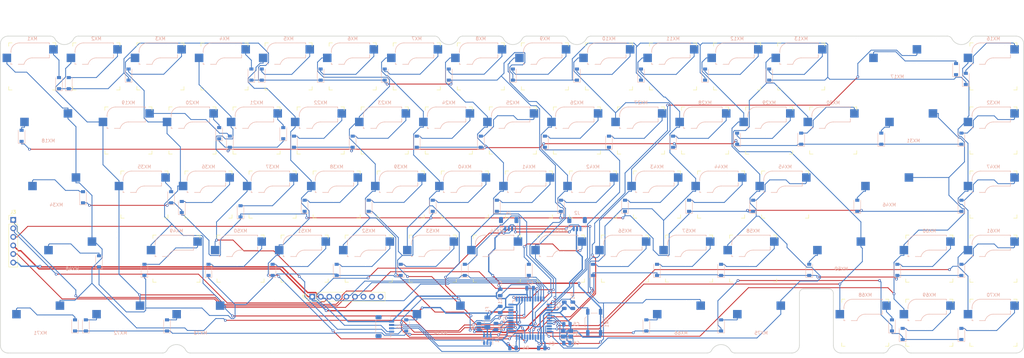
<source format=kicad_pcb>
(kicad_pcb (version 20171130) (host pcbnew "(5.1.6)-1")
  (layers (0 F.Cu signal) (31 B.Cu signal) (34 B.Paste user) (35 F.Paste user) (36 B.SilkS user) (37 F.SilkS user) (38 B.Mask user hide) (39 F.Mask user hide) (44 Edge.Cuts user))
  (net 0 "")
  (net 1 GND)
  (net 2 XTAL2)
  (net 3 XTAL1)
  (net 4 "Net-(D1-Pad2)")
  (net 5 ROW0)
  (net 6 "Net-(D2-Pad2)")
  (net 7 "Net-(D3-Pad2)")
  (net 8 "Net-(D4-Pad2)")
  (net 9 "Net-(D5-Pad2)")
  (net 10 "Net-(D6-Pad2)")
  (net 11 "Net-(D7-Pad2)")
  (net 12 "Net-(D8-Pad2)")
  (net 13 "Net-(D9-Pad2)")
  (net 14 "Net-(D10-Pad2)")
  (net 15 "Net-(D11-Pad2)")
  (net 16 "Net-(D12-Pad2)")
  (net 17 "Net-(D13-Pad2)")
  (net 18 "Net-(D15-Pad2)")
  (net 19 "Net-(D16-Pad2)")
  (net 20 "Net-(D17-Pad2)")
  (net 21 ROW1)
  (net 22 "Net-(D18-Pad2)")
  (net 23 "Net-(D19-Pad2)")
  (net 24 "Net-(D20-Pad2)")
  (net 25 "Net-(D21-Pad2)")
  (net 26 "Net-(D22-Pad2)")
  (net 27 "Net-(D23-Pad2)")
  (net 28 "Net-(D24-Pad2)")
  (net 29 "Net-(D25-Pad2)")
  (net 30 "Net-(D26-Pad2)")
  (net 31 "Net-(D27-Pad2)")
  (net 32 "Net-(D28-Pad2)")
  (net 33 "Net-(D29-Pad2)")
  (net 34 "Net-(D30-Pad2)")
  (net 35 "Net-(D31-Pad2)")
  (net 36 "Net-(D32-Pad2)")
  (net 37 ROW2)
  (net 38 "Net-(D33-Pad2)")
  (net 39 "Net-(D34-Pad2)")
  (net 40 "Net-(D35-Pad2)")
  (net 41 "Net-(D36-Pad2)")
  (net 42 "Net-(D37-Pad2)")
  (net 43 "Net-(D38-Pad2)")
  (net 44 "Net-(D39-Pad2)")
  (net 45 "Net-(D40-Pad2)")
  (net 46 "Net-(D41-Pad2)")
  (net 47 "Net-(D42-Pad2)")
  (net 48 "Net-(D43-Pad2)")
  (net 49 "Net-(D44-Pad2)")
  (net 50 "Net-(D45-Pad2)")
  (net 51 "Net-(D46-Pad2)")
  (net 52 "Net-(D47-Pad2)")
  (net 53 ROW3)
  (net 54 "Net-(D48-Pad2)")
  (net 55 "Net-(D49-Pad2)")
  (net 56 "Net-(D50-Pad2)")
  (net 57 "Net-(D51-Pad2)")
  (net 58 "Net-(D52-Pad2)")
  (net 59 "Net-(D53-Pad2)")
  (net 60 "Net-(D54-Pad2)")
  (net 61 "Net-(D55-Pad2)")
  (net 62 "Net-(D56-Pad2)")
  (net 63 "Net-(D57-Pad2)")
  (net 64 "Net-(D58-Pad2)")
  (net 65 "Net-(D59-Pad2)")
  (net 66 "Net-(D60-Pad2)")
  (net 67 "Net-(D61-Pad2)")
  (net 68 ROW4)
  (net 69 "Net-(D62-Pad2)")
  (net 70 "Net-(D63-Pad2)")
  (net 71 "Net-(D64-Pad2)")
  (net 72 "Net-(D65-Pad2)")
  (net 73 "Net-(D66-Pad2)")
  (net 74 "Net-(D67-Pad2)")
  (net 75 "Net-(D68-Pad2)")
  (net 76 VBUS)
  (net 77 D+)
  (net 78 D-)
  (net 79 RESET)
  (net 80 COL0)
  (net 81 COL1)
  (net 82 COL2)
  (net 83 COL3)
  (net 84 COL4)
  (net 85 COL5)
  (net 86 COL6)
  (net 87 COL7)
  (net 88 COL8)
  (net 89 COL9)
  (net 90 COL10)
  (net 91 COL11)
  (net 92 COL12)
  (net 93 COL13)
  (net 94 COL14)
  (net 95 COL15)
  (net 96 "Net-(R4-Pad2)")
  (net 97 "Net-(C7-Pad1)")
  (net 98 +5V)
  (net 99 ESD_D+)
  (net 100 /MCU_D+)
  (net 101 ESD_D-)
  (net 102 /MCU_D-)
  (net 103 BleReset)
  (net 104 BleCS)
  (net 105 BleIRQ)
  (net 106 USB_PWR)
  (net 107 BATT_PWR)
  (module Connector_PinHeader_2.54mm:PinHeader_1x09_P2.54mm_Vertical (layer F.Cu) (at 92.2338 77.47 90)
    (fp_text reference J5 (at 0 -2.33 90) (layer F.SilkS))
    (fp_text value BLE)
    (pad 9 thru_hole oval (at 0 20.32 90) (size 1.7 1.7) (drill 1) (layers *.Cu *.Mask))
    (pad 8 thru_hole oval (at 0 17.78 90) (size 1.7 1.7) (drill 1) (layers *.Cu *.Mask))
    (pad 7 thru_hole oval (at 0 15.24 90) (size 1.7 1.7) (drill 1) (layers *.Cu *.Mask))
    (pad 6 thru_hole oval (at 0 12.7 90) (size 1.7 1.7) (drill 1) (layers *.Cu *.Mask) (net 104 BleCS))
    (pad 5 thru_hole oval (at 0 10.16 90) (size 1.7 1.7) (drill 1) (layers *.Cu *.Mask) (net 105 BleIRQ))
    (pad 4 thru_hole oval (at 0 7.62 90) (size 1.7 1.7) (drill 1) (layers *.Cu *.Mask))
    (pad 3 thru_hole oval (at 0 5.08 90) (size 1.7 1.7) (drill 1) (layers *.Cu *.Mask) (net 103 BleReset))
    (pad 2 thru_hole oval (at 0 2.54 90) (size 1.7 1.7) (drill 1) (layers *.Cu *.Mask) (net 1 GND))
    (pad 1 thru_hole rect (at 0 0 90) (size 1.7 1.7) (drill 1) (layers *.Cu *.Mask) (net 98 +5V))
  )
  (module Connector_JST:JST_SH_BM03B-SRSS-TB_1x03-1MP_P1.00mm_Vertical (layer B.Cu) (at 150.654 55.88 180)
    (fp_text reference J4 (at 0 3.3) (layer B.SilkS) (effects (justify mirror)))
    (fp_text value Liion)
    (pad MP smd roundrect (at 2.3 1.2 180) (size 1.2 1.8) (layers B.Cu B.Paste B.Mask) (roundrect_rratio 0.208333))
    (pad MP smd roundrect (at -2.3 1.2 180) (size 1.2 1.8) (layers B.Cu B.Paste B.Mask) (roundrect_rratio 0.208333))
    (pad 3 smd roundrect (at 1 -1.325 180) (size 0.6 1.55) (layers B.Cu B.Paste B.Mask) (net 1 GND))
    (pad 2 smd roundrect (at 0 -1.325 180) (size 0.6 1.55) (layers B.Cu B.Paste B.Mask) (net 107 BATT_PWR))
    (pad 1 smd roundrect (at -1 -1.325 180) (size 0.6 1.55) (layers B.Cu B.Paste B.Mask) (net 106 USB_PWR))
  )
  (module Connector_PinHeader_2.54mm:PinHeader_1x06_P2.54mm_Vertical (layer F.Cu) (at 3.3338 54.61)
    (fp_text reference J3 (at 0 -2.33) (layer F.SilkS))
    (fp_text value Prog)
    (pad 6 thru_hole oval (at 0 12.7) (size 1.7 1.7) (drill 1) (layers *.Cu *.Mask) (net 1 GND))
    (pad 5 thru_hole oval (at 0 10.16) (size 1.7 1.7) (drill 1) (layers *.Cu *.Mask) (net 104 BleCS))
    (pad 4 thru_hole oval (at 0 7.62) (size 1.7 1.7) (drill 1) (layers *.Cu *.Mask) (net 98 +5V))
    (pad 3 thru_hole oval (at 0 5.08) (size 1.7 1.7) (drill 1) (layers *.Cu *.Mask) (net 79 RESET))
    (pad 2 thru_hole oval (at 0 2.54) (size 1.7 1.7) (drill 1) (layers *.Cu *.Mask) (net 103 BleReset))
    (pad 1 thru_hole rect (at 0 0) (size 1.7 1.7) (drill 1) (layers *.Cu *.Mask) (net 105 BleIRQ))
  )
  (module Connector_JST:JST_SH_BM03B-SRSS-TB_1x03-1MP_P1.00mm_Vertical (layer B.Cu) (at 170.974 55.88 180)
    (fp_text reference J2 (at 0 3.3) (layer B.SilkS) (effects (justify mirror)))
    (fp_text value Conn_01x04)
    (pad MP smd roundrect (at 2.3 1.2 180) (size 1.2 1.8) (layers B.Cu B.Paste B.Mask) (roundrect_rratio 0.208333))
    (pad MP smd roundrect (at -2.3 1.2 180) (size 1.2 1.8) (layers B.Cu B.Paste B.Mask) (roundrect_rratio 0.208333))
    (pad 3 smd roundrect (at 1 -1.325 180) (size 0.6 1.55) (layers B.Cu B.Paste B.Mask) (net 107 BATT_PWR))
    (pad 2 smd roundrect (at 0 -1.325 180) (size 0.6 1.55) (layers B.Cu B.Paste B.Mask) (net 76 VBUS))
    (pad 1 smd roundrect (at -1 -1.325 180) (size 0.6 1.55) (layers B.Cu B.Paste B.Mask) (net 106 USB_PWR))
  )
  (module MechKeys:Kailh_socket_MX (layer F.Cu) (at 42.3375 47.1)
    (fp_text reference MX35 (at 0 -8.255) (layer B.SilkS) (effects (justify mirror)))
    (fp_text value 1u)
    (pad 2 smd rect (at -7.56 -2.54) (size 2.55 2.5) (layers B.Cu B.Paste B.Mask) (net 81 COL1))
    (pad "" np_thru_hole circle (at -5.08 0) (size 1.7018 1.7018) (drill 1.7018) (layers *.Cu *.Mask))
    (pad "" np_thru_hole circle (at 5.08 0) (size 1.7018 1.7018) (drill 1.7018) (layers *.Cu *.Mask))
    (pad "" np_thru_hole circle (at 0 0) (size 3.9878 3.9878) (drill 3.9878) (layers *.Cu *.Mask))
    (pad "" np_thru_hole circle (at -3.81 -2.54) (size 3 3) (drill 3) (layers *.Cu *.Mask))
    (pad "" np_thru_hole circle (at 2.54 -5.08) (size 3 3) (drill 3) (layers *.Cu *.Mask))
    (pad 1 smd rect (at 6.29 -5.08) (size 2.55 2.5) (layers B.Cu B.Paste B.Mask) (net 38 "Net-(D33-Pad2)"))
  )
  (module MX_Only:MXOnly-1.25U-Hotswap (layer F.Cu) (at 225.694 85.2)
    (fp_text reference MX75)
    (fp_text value 1.25u)
    (fp_text user %R (at 0 3.048) (layer B.SilkS) (effects (justify mirror)))
    (pad 2 smd rect (at 5.842 -5.08) (size 2.55 2.5) (layers B.Cu B.Paste B.Mask) (net 91 COL11))
    (pad 1 smd rect (at -7.085 -2.54) (size 2.55 2.5) (layers B.Cu B.Paste B.Mask) (net 72 "Net-(D65-Pad2)"))
    (pad "" np_thru_hole circle (at 5.08 0 48.0996) (size 1.75 1.75) (drill 1.75) (layers *.Cu *.Mask))
    (pad "" np_thru_hole circle (at -5.08 0 48.0996) (size 1.75 1.75) (drill 1.75) (layers *.Cu *.Mask))
    (pad "" np_thru_hole circle (at -3.81 -2.54) (size 3 3) (drill 3) (layers *.Cu *.Mask))
    (pad "" np_thru_hole circle (at 0 0) (size 3.9878 3.9878) (drill 3.9878) (layers *.Cu *.Mask))
    (pad "" np_thru_hole circle (at 2.54 -5.08) (size 3 3) (drill 3) (layers *.Cu *.Mask))
  )
  (module MX_Only:MXOnly-6.25U-Hotswap-ReversedStabilizers (layer F.Cu) (at 130.444 85.2)
    (fp_text reference MX74)
    (fp_text value 6.25u)
    (fp_text user %R (at 0 3.048) (layer B.SilkS) (effects (justify mirror)))
    (pad "" np_thru_hole circle (at -49.9999 -8.255) (size 3.9878 3.9878) (drill 3.9878) (layers *.Cu *.Mask))
    (pad "" np_thru_hole circle (at 49.9999 -8.255) (size 3.9878 3.9878) (drill 3.9878) (layers *.Cu *.Mask))
    (pad "" np_thru_hole circle (at -49.9999 6.985) (size 3.048 3.048) (drill 3.048) (layers *.Cu *.Mask))
    (pad "" np_thru_hole circle (at 49.9999 6.985) (size 3.048 3.048) (drill 3.048) (layers *.Cu *.Mask))
    (pad 2 smd rect (at 5.842 -5.08) (size 2.55 2.5) (layers B.Cu B.Paste B.Mask) (net 86 COL6))
    (pad 1 smd rect (at -7.085 -2.54) (size 2.55 2.5) (layers B.Cu B.Paste B.Mask) (net 70 "Net-(D63-Pad2)"))
    (pad "" np_thru_hole circle (at 5.08 0 48.0996) (size 1.75 1.75) (drill 1.75) (layers *.Cu *.Mask))
    (pad "" np_thru_hole circle (at -5.08 0 48.0996) (size 1.75 1.75) (drill 1.75) (layers *.Cu *.Mask))
    (pad "" np_thru_hole circle (at -3.81 -2.54) (size 3 3) (drill 3) (layers *.Cu *.Mask))
    (pad "" np_thru_hole circle (at 0 0) (size 3.9878 3.9878) (drill 3.9878) (layers *.Cu *.Mask))
    (pad "" np_thru_hole circle (at 2.54 -5.08) (size 3 3) (drill 3) (layers *.Cu *.Mask))
  )
  (module MX_Only:MXOnly-1.25U-Hotswap (layer F.Cu) (at 59.0062 85.2)
    (fp_text reference MX73)
    (fp_text value 1.25u)
    (fp_text user %R (at 0 3.048) (layer B.SilkS) (effects (justify mirror)))
    (pad 2 smd rect (at 5.842 -5.08) (size 2.55 2.5) (layers B.Cu B.Paste B.Mask) (net 82 COL2))
    (pad 1 smd rect (at -7.085 -2.54) (size 2.55 2.5) (layers B.Cu B.Paste B.Mask) (net 69 "Net-(D62-Pad2)"))
    (pad "" np_thru_hole circle (at 5.08 0 48.0996) (size 1.75 1.75) (drill 1.75) (layers *.Cu *.Mask))
    (pad "" np_thru_hole circle (at -5.08 0 48.0996) (size 1.75 1.75) (drill 1.75) (layers *.Cu *.Mask))
    (pad "" np_thru_hole circle (at -3.81 -2.54) (size 3 3) (drill 3) (layers *.Cu *.Mask))
    (pad "" np_thru_hole circle (at 0 0) (size 3.9878 3.9878) (drill 3.9878) (layers *.Cu *.Mask))
    (pad "" np_thru_hole circle (at 2.54 -5.08) (size 3 3) (drill 3) (layers *.Cu *.Mask))
  )
  (module MX_Only:MXOnly-1.25U-Hotswap (layer F.Cu) (at 35.1938 85.2)
    (fp_text reference MX72)
    (fp_text value 1.25u)
    (fp_text user %R (at 0 3.048) (layer B.SilkS) (effects (justify mirror)))
    (pad 2 smd rect (at 5.842 -5.08) (size 2.55 2.5) (layers B.Cu B.Paste B.Mask) (net 81 COL1))
    (pad 1 smd rect (at -7.085 -2.54) (size 2.55 2.5) (layers B.Cu B.Paste B.Mask) (net 67 "Net-(D61-Pad2)"))
    (pad "" np_thru_hole circle (at 5.08 0 48.0996) (size 1.75 1.75) (drill 1.75) (layers *.Cu *.Mask))
    (pad "" np_thru_hole circle (at -5.08 0 48.0996) (size 1.75 1.75) (drill 1.75) (layers *.Cu *.Mask))
    (pad "" np_thru_hole circle (at -3.81 -2.54) (size 3 3) (drill 3) (layers *.Cu *.Mask))
    (pad "" np_thru_hole circle (at 0 0) (size 3.9878 3.9878) (drill 3.9878) (layers *.Cu *.Mask))
    (pad "" np_thru_hole circle (at 2.54 -5.08) (size 3 3) (drill 3) (layers *.Cu *.Mask))
  )
  (module MX_Only:MXOnly-1.25U-Hotswap (layer F.Cu) (at 11.3812 85.2)
    (fp_text reference MX71)
    (fp_text value 1.25u)
    (fp_text user %R (at 0 3.048) (layer B.SilkS) (effects (justify mirror)))
    (pad 2 smd rect (at 5.842 -5.08) (size 2.55 2.5) (layers B.Cu B.Paste B.Mask) (net 80 COL0))
    (pad 1 smd rect (at -7.085 -2.54) (size 2.55 2.5) (layers B.Cu B.Paste B.Mask) (net 66 "Net-(D60-Pad2)"))
    (pad "" np_thru_hole circle (at 5.08 0 48.0996) (size 1.75 1.75) (drill 1.75) (layers *.Cu *.Mask))
    (pad "" np_thru_hole circle (at -5.08 0 48.0996) (size 1.75 1.75) (drill 1.75) (layers *.Cu *.Mask))
    (pad "" np_thru_hole circle (at -3.81 -2.54) (size 3 3) (drill 3) (layers *.Cu *.Mask))
    (pad "" np_thru_hole circle (at 0 0) (size 3.9878 3.9878) (drill 3.9878) (layers *.Cu *.Mask))
    (pad "" np_thru_hole circle (at 2.54 -5.08) (size 3 3) (drill 3) (layers *.Cu *.Mask))
  )
  (module MX_Only:MXOnly-1.25U-Hotswap (layer F.Cu) (at 201.881 85.2)
    (fp_text reference MX66)
    (fp_text value 1.25u)
    (fp_text user %R (at 0 3.048) (layer B.SilkS) (effects (justify mirror)))
    (pad 2 smd rect (at 5.842 -5.08) (size 2.55 2.5) (layers B.Cu B.Paste B.Mask) (net 89 COL9))
    (pad 1 smd rect (at -7.085 -2.54) (size 2.55 2.5) (layers B.Cu B.Paste B.Mask) (net 71 "Net-(D64-Pad2)"))
    (pad "" np_thru_hole circle (at 5.08 0 48.0996) (size 1.75 1.75) (drill 1.75) (layers *.Cu *.Mask))
    (pad "" np_thru_hole circle (at -5.08 0 48.0996) (size 1.75 1.75) (drill 1.75) (layers *.Cu *.Mask))
    (pad "" np_thru_hole circle (at -3.81 -2.54) (size 3 3) (drill 3) (layers *.Cu *.Mask))
    (pad "" np_thru_hole circle (at 0 0) (size 3.9878 3.9878) (drill 3.9878) (layers *.Cu *.Mask))
    (pad "" np_thru_hole circle (at 2.54 -5.08) (size 3 3) (drill 3) (layers *.Cu *.Mask))
  )
  (module MX_Only:MXOnly-1.75U-Hotswap (layer F.Cu) (at 249.506 66.15)
    (fp_text reference MX59)
    (fp_text value 1.75u)
    (fp_text user %R (at 0 3.048) (layer B.SilkS) (effects (justify mirror)))
    (pad 2 smd rect (at 5.842 -5.08) (size 2.55 2.5) (layers B.Cu B.Paste B.Mask) (net 92 COL12))
    (pad 1 smd rect (at -7.085 -2.54) (size 2.55 2.5) (layers B.Cu B.Paste B.Mask) (net 63 "Net-(D57-Pad2)"))
    (pad "" np_thru_hole circle (at 5.08 0 48.0996) (size 1.75 1.75) (drill 1.75) (layers *.Cu *.Mask))
    (pad "" np_thru_hole circle (at -5.08 0 48.0996) (size 1.75 1.75) (drill 1.75) (layers *.Cu *.Mask))
    (pad "" np_thru_hole circle (at -3.81 -2.54) (size 3 3) (drill 3) (layers *.Cu *.Mask))
    (pad "" np_thru_hole circle (at 0 0) (size 3.9878 3.9878) (drill 3.9878) (layers *.Cu *.Mask))
    (pad "" np_thru_hole circle (at 2.54 -5.08) (size 3 3) (drill 3) (layers *.Cu *.Mask))
  )
  (module MX_Only:MXOnly-2.25U-Hotswap (layer F.Cu) (at 20.9062 66.15)
    (fp_text reference MX48)
    (fp_text value 2.25u)
    (fp_text user %R (at 0 3.048) (layer B.SilkS) (effects (justify mirror)))
    (pad "" np_thru_hole circle (at -11.938 8.255) (size 3.9878 3.9878) (drill 3.9878) (layers *.Cu *.Mask))
    (pad "" np_thru_hole circle (at 11.938 8.255) (size 3.9878 3.9878) (drill 3.9878) (layers *.Cu *.Mask))
    (pad "" np_thru_hole circle (at -11.938 -6.985) (size 3.048 3.048) (drill 3.048) (layers *.Cu *.Mask))
    (pad "" np_thru_hole circle (at 11.938 -6.985) (size 3.048 3.048) (drill 3.048) (layers *.Cu *.Mask))
    (pad 2 smd rect (at 5.842 -5.08) (size 2.55 2.5) (layers B.Cu B.Paste B.Mask) (net 80 COL0))
    (pad 1 smd rect (at -7.085 -2.54) (size 2.55 2.5) (layers B.Cu B.Paste B.Mask) (net 51 "Net-(D46-Pad2)"))
    (pad "" np_thru_hole circle (at 5.08 0 48.0996) (size 1.75 1.75) (drill 1.75) (layers *.Cu *.Mask))
    (pad "" np_thru_hole circle (at -5.08 0 48.0996) (size 1.75 1.75) (drill 1.75) (layers *.Cu *.Mask))
    (pad "" np_thru_hole circle (at -3.81 -2.54) (size 3 3) (drill 3) (layers *.Cu *.Mask))
    (pad "" np_thru_hole circle (at 0 0) (size 3.9878 3.9878) (drill 3.9878) (layers *.Cu *.Mask))
    (pad "" np_thru_hole circle (at 2.54 -5.08) (size 3 3) (drill 3) (layers *.Cu *.Mask))
  )
  (module MX_Only:MXOnly-2.25U-Hotswap (layer F.Cu) (at 263.794 47.1)
    (fp_text reference MX46)
    (fp_text value 2.25u)
    (fp_text user %R (at 0 3.048) (layer B.SilkS) (effects (justify mirror)))
    (pad "" np_thru_hole circle (at -11.938 8.255) (size 3.9878 3.9878) (drill 3.9878) (layers *.Cu *.Mask))
    (pad "" np_thru_hole circle (at 11.938 8.255) (size 3.9878 3.9878) (drill 3.9878) (layers *.Cu *.Mask))
    (pad "" np_thru_hole circle (at -11.938 -6.985) (size 3.048 3.048) (drill 3.048) (layers *.Cu *.Mask))
    (pad "" np_thru_hole circle (at 11.938 -6.985) (size 3.048 3.048) (drill 3.048) (layers *.Cu *.Mask))
    (pad 2 smd rect (at 5.842 -5.08) (size 2.55 2.5) (layers B.Cu B.Paste B.Mask) (net 93 COL13))
    (pad 1 smd rect (at -7.085 -2.54) (size 2.55 2.5) (layers B.Cu B.Paste B.Mask) (net 49 "Net-(D44-Pad2)"))
    (pad "" np_thru_hole circle (at 5.08 0 48.0996) (size 1.75 1.75) (drill 1.75) (layers *.Cu *.Mask))
    (pad "" np_thru_hole circle (at -5.08 0 48.0996) (size 1.75 1.75) (drill 1.75) (layers *.Cu *.Mask))
    (pad "" np_thru_hole circle (at -3.81 -2.54) (size 3 3) (drill 3) (layers *.Cu *.Mask))
    (pad "" np_thru_hole circle (at 0 0) (size 3.9878 3.9878) (drill 3.9878) (layers *.Cu *.Mask))
    (pad "" np_thru_hole circle (at 2.54 -5.08) (size 3 3) (drill 3) (layers *.Cu *.Mask))
  )
  (module MX_Only:MXOnly-1.75U-Hotswap (layer F.Cu) (at 16.1438 47.1)
    (fp_text reference MX34)
    (fp_text value 1.75u)
    (fp_text user %R (at 0 3.048) (layer B.SilkS) (effects (justify mirror)))
    (pad 2 smd rect (at 5.842 -5.08) (size 2.55 2.5) (layers B.Cu B.Paste B.Mask) (net 80 COL0))
    (pad 1 smd rect (at -7.085 -2.54) (size 2.55 2.5) (layers B.Cu B.Paste B.Mask) (net 36 "Net-(D32-Pad2)"))
    (pad "" np_thru_hole circle (at 5.08 0 48.0996) (size 1.75 1.75) (drill 1.75) (layers *.Cu *.Mask))
    (pad "" np_thru_hole circle (at -5.08 0 48.0996) (size 1.75 1.75) (drill 1.75) (layers *.Cu *.Mask))
    (pad "" np_thru_hole circle (at -3.81 -2.54) (size 3 3) (drill 3) (layers *.Cu *.Mask))
    (pad "" np_thru_hole circle (at 0 0) (size 3.9878 3.9878) (drill 3.9878) (layers *.Cu *.Mask))
    (pad "" np_thru_hole circle (at 2.54 -5.08) (size 3 3) (drill 3) (layers *.Cu *.Mask))
  )
  (module MX_Only:MXOnly-1.5U-Hotswap (layer F.Cu) (at 270.938 28.05)
    (fp_text reference MX31)
    (fp_text value 1.5u)
    (fp_text user %R (at 0 3.048) (layer B.SilkS) (effects (justify mirror)))
    (pad 2 smd rect (at 5.842 -5.08) (size 2.55 2.5) (layers B.Cu B.Paste B.Mask) (net 93 COL13))
    (pad 1 smd rect (at -7.085 -2.54) (size 2.55 2.5) (layers B.Cu B.Paste B.Mask) (net 34 "Net-(D30-Pad2)"))
    (pad "" np_thru_hole circle (at 5.08 0 48.0996) (size 1.75 1.75) (drill 1.75) (layers *.Cu *.Mask))
    (pad "" np_thru_hole circle (at -5.08 0 48.0996) (size 1.75 1.75) (drill 1.75) (layers *.Cu *.Mask))
    (pad "" np_thru_hole circle (at -3.81 -2.54) (size 3 3) (drill 3) (layers *.Cu *.Mask))
    (pad "" np_thru_hole circle (at 0 0) (size 3.9878 3.9878) (drill 3.9878) (layers *.Cu *.Mask))
    (pad "" np_thru_hole circle (at 2.54 -5.08) (size 3 3) (drill 3) (layers *.Cu *.Mask))
  )
  (module MX_Only:MXOnly-1.5U-Hotswap (layer F.Cu) (at 13.7625 28.05)
    (fp_text reference MX18)
    (fp_text value 1.5u)
    (fp_text user %R (at 0 3.048) (layer B.SilkS) (effects (justify mirror)))
    (pad 2 smd rect (at 5.842 -5.08) (size 2.55 2.5) (layers B.Cu B.Paste B.Mask) (net 80 COL0))
    (pad 1 smd rect (at -7.085 -2.54) (size 2.55 2.5) (layers B.Cu B.Paste B.Mask) (net 20 "Net-(D17-Pad2)"))
    (pad "" np_thru_hole circle (at 5.08 0 48.0996) (size 1.75 1.75) (drill 1.75) (layers *.Cu *.Mask))
    (pad "" np_thru_hole circle (at -5.08 0 48.0996) (size 1.75 1.75) (drill 1.75) (layers *.Cu *.Mask))
    (pad "" np_thru_hole circle (at -3.81 -2.54) (size 3 3) (drill 3) (layers *.Cu *.Mask))
    (pad "" np_thru_hole circle (at 0 0) (size 3.9878 3.9878) (drill 3.9878) (layers *.Cu *.Mask))
    (pad "" np_thru_hole circle (at 2.54 -5.08) (size 3 3) (drill 3) (layers *.Cu *.Mask))
  )
  (module MX_Only:MXOnly-2U-Hotswap (layer F.Cu) (at 266.175 9)
    (fp_text reference MX17)
    (fp_text value 2u)
    (fp_text user %R (at 0 3.048) (layer B.SilkS) (effects (justify mirror)))
    (pad "" np_thru_hole circle (at -11.938 8.255) (size 3.9878 3.9878) (drill 3.9878) (layers *.Cu *.Mask))
    (pad "" np_thru_hole circle (at 11.938 8.255) (size 3.9878 3.9878) (drill 3.9878) (layers *.Cu *.Mask))
    (pad "" np_thru_hole circle (at -11.938 -6.985) (size 3.048 3.048) (drill 3.048) (layers *.Cu *.Mask))
    (pad "" np_thru_hole circle (at 11.938 -6.985) (size 3.048 3.048) (drill 3.048) (layers *.Cu *.Mask))
    (pad 2 smd rect (at 5.842 -5.08) (size 2.55 2.5) (layers B.Cu B.Paste B.Mask) (net 94 COL14))
    (pad 1 smd rect (at -7.085 -2.54) (size 2.55 2.5) (layers B.Cu B.Paste B.Mask) (net 18 "Net-(D15-Pad2)"))
    (pad "" np_thru_hole circle (at 5.08 0 48.0996) (size 1.75 1.75) (drill 1.75) (layers *.Cu *.Mask))
    (pad "" np_thru_hole circle (at -5.08 0 48.0996) (size 1.75 1.75) (drill 1.75) (layers *.Cu *.Mask))
    (pad "" np_thru_hole circle (at -3.81 -2.54) (size 3 3) (drill 3) (layers *.Cu *.Mask))
    (pad "" np_thru_hole circle (at 0 0) (size 3.9878 3.9878) (drill 3.9878) (layers *.Cu *.Mask))
    (pad "" np_thru_hole circle (at 2.54 -5.08) (size 3 3) (drill 3) (layers *.Cu *.Mask))
  )
  (module MechKeys:Kailh_socket_MX (layer F.Cu) (at 104.25 9)
    (fp_text reference MX6 (at 0 -8.255) (layer B.SilkS) (effects (justify mirror)))
    (fp_text value 1u)
    (pad 2 smd rect (at -7.56 -2.54) (size 2.55 2.5) (layers B.Cu B.Paste B.Mask) (net 85 COL5))
    (pad "" np_thru_hole circle (at -5.08 0) (size 1.7018 1.7018) (drill 1.7018) (layers *.Cu *.Mask))
    (pad "" np_thru_hole circle (at 5.08 0) (size 1.7018 1.7018) (drill 1.7018) (layers *.Cu *.Mask))
    (pad "" np_thru_hole circle (at 0 0) (size 3.9878 3.9878) (drill 3.9878) (layers *.Cu *.Mask))
    (pad "" np_thru_hole circle (at -3.81 -2.54) (size 3 3) (drill 3) (layers *.Cu *.Mask))
    (pad "" np_thru_hole circle (at 2.54 -5.08) (size 3 3) (drill 3) (layers *.Cu *.Mask))
    (pad 1 smd rect (at 6.29 -5.08) (size 2.55 2.5) (layers B.Cu B.Paste B.Mask) (net 10 "Net-(D6-Pad2)"))
  )
  (module MechKeys:Kailh_socket_MX (layer F.Cu) (at 85.2 9)
    (fp_text reference MX5 (at 0 -8.255) (layer B.SilkS) (effects (justify mirror)))
    (fp_text value 1u)
    (pad 2 smd rect (at -7.56 -2.54) (size 2.55 2.5) (layers B.Cu B.Paste B.Mask) (net 84 COL4))
    (pad "" np_thru_hole circle (at -5.08 0) (size 1.7018 1.7018) (drill 1.7018) (layers *.Cu *.Mask))
    (pad "" np_thru_hole circle (at 5.08 0) (size 1.7018 1.7018) (drill 1.7018) (layers *.Cu *.Mask))
    (pad "" np_thru_hole circle (at 0 0) (size 3.9878 3.9878) (drill 3.9878) (layers *.Cu *.Mask))
    (pad "" np_thru_hole circle (at -3.81 -2.54) (size 3 3) (drill 3) (layers *.Cu *.Mask))
    (pad "" np_thru_hole circle (at 2.54 -5.08) (size 3 3) (drill 3) (layers *.Cu *.Mask))
    (pad 1 smd rect (at 6.29 -5.08) (size 2.55 2.5) (layers B.Cu B.Paste B.Mask) (net 9 "Net-(D5-Pad2)"))
  )
  (module MechKeys:Kailh_socket_MX (layer F.Cu) (at 66.15 9)
    (fp_text reference MX4 (at 0 -8.255) (layer B.SilkS) (effects (justify mirror)))
    (fp_text value 1u)
    (pad 2 smd rect (at -7.56 -2.54) (size 2.55 2.5) (layers B.Cu B.Paste B.Mask) (net 83 COL3))
    (pad "" np_thru_hole circle (at -5.08 0) (size 1.7018 1.7018) (drill 1.7018) (layers *.Cu *.Mask))
    (pad "" np_thru_hole circle (at 5.08 0) (size 1.7018 1.7018) (drill 1.7018) (layers *.Cu *.Mask))
    (pad "" np_thru_hole circle (at 0 0) (size 3.9878 3.9878) (drill 3.9878) (layers *.Cu *.Mask))
    (pad "" np_thru_hole circle (at -3.81 -2.54) (size 3 3) (drill 3) (layers *.Cu *.Mask))
    (pad "" np_thru_hole circle (at 2.54 -5.08) (size 3 3) (drill 3) (layers *.Cu *.Mask))
    (pad 1 smd rect (at 6.29 -5.08) (size 2.55 2.5) (layers B.Cu B.Paste B.Mask) (net 8 "Net-(D4-Pad2)"))
  )
  (module MechKeys:Kailh_socket_MX (layer F.Cu) (at 47.1 9)
    (fp_text reference MX3 (at 0 -8.255) (layer B.SilkS) (effects (justify mirror)))
    (fp_text value 1u)
    (pad 2 smd rect (at -7.56 -2.54) (size 2.55 2.5) (layers B.Cu B.Paste B.Mask) (net 82 COL2))
    (pad "" np_thru_hole circle (at -5.08 0) (size 1.7018 1.7018) (drill 1.7018) (layers *.Cu *.Mask))
    (pad "" np_thru_hole circle (at 5.08 0) (size 1.7018 1.7018) (drill 1.7018) (layers *.Cu *.Mask))
    (pad "" np_thru_hole circle (at 0 0) (size 3.9878 3.9878) (drill 3.9878) (layers *.Cu *.Mask))
    (pad "" np_thru_hole circle (at -3.81 -2.54) (size 3 3) (drill 3) (layers *.Cu *.Mask))
    (pad "" np_thru_hole circle (at 2.54 -5.08) (size 3 3) (drill 3) (layers *.Cu *.Mask))
    (pad 1 smd rect (at 6.29 -5.08) (size 2.55 2.5) (layers B.Cu B.Paste B.Mask) (net 7 "Net-(D3-Pad2)"))
  )
  (module MechKeys:Kailh_socket_MX (layer F.Cu) (at 28.05 9)
    (fp_text reference MX2 (at 0 -8.255) (layer B.SilkS) (effects (justify mirror)))
    (fp_text value 1u)
    (pad 2 smd rect (at -7.56 -2.54) (size 2.55 2.5) (layers B.Cu B.Paste B.Mask) (net 81 COL1))
    (pad "" np_thru_hole circle (at -5.08 0) (size 1.7018 1.7018) (drill 1.7018) (layers *.Cu *.Mask))
    (pad "" np_thru_hole circle (at 5.08 0) (size 1.7018 1.7018) (drill 1.7018) (layers *.Cu *.Mask))
    (pad "" np_thru_hole circle (at 0 0) (size 3.9878 3.9878) (drill 3.9878) (layers *.Cu *.Mask))
    (pad "" np_thru_hole circle (at -3.81 -2.54) (size 3 3) (drill 3) (layers *.Cu *.Mask))
    (pad "" np_thru_hole circle (at 2.54 -5.08) (size 3 3) (drill 3) (layers *.Cu *.Mask))
    (pad 1 smd rect (at 6.29 -5.08) (size 2.55 2.5) (layers B.Cu B.Paste B.Mask) (net 6 "Net-(D2-Pad2)"))
  )
  (module MechKeys:Kailh_socket_MX (layer F.Cu) (at 9 9)
    (fp_text reference MX1 (at 0 -8.255) (layer B.SilkS) (effects (justify mirror)))
    (fp_text value 1u)
    (pad 2 smd rect (at -7.56 -2.54) (size 2.55 2.5) (layers B.Cu B.Paste B.Mask) (net 80 COL0))
    (pad "" np_thru_hole circle (at -5.08 0) (size 1.7018 1.7018) (drill 1.7018) (layers *.Cu *.Mask))
    (pad "" np_thru_hole circle (at 5.08 0) (size 1.7018 1.7018) (drill 1.7018) (layers *.Cu *.Mask))
    (pad "" np_thru_hole circle (at 0 0) (size 3.9878 3.9878) (drill 3.9878) (layers *.Cu *.Mask))
    (pad "" np_thru_hole circle (at -3.81 -2.54) (size 3 3) (drill 3) (layers *.Cu *.Mask))
    (pad "" np_thru_hole circle (at 2.54 -5.08) (size 3 3) (drill 3) (layers *.Cu *.Mask))
    (pad 1 smd rect (at 6.29 -5.08) (size 2.55 2.5) (layers B.Cu B.Paste B.Mask) (net 4 "Net-(D1-Pad2)"))
  )
  (module MechKeys:Kailh_socket_MX (layer F.Cu) (at 294.75 85.2)
    (fp_text reference MX70 (at 0 -8.255) (layer B.SilkS) (effects (justify mirror)))
    (fp_text value 1u)
    (pad 2 smd rect (at -7.56 -2.54) (size 2.55 2.5) (layers B.Cu B.Paste B.Mask) (net 95 COL15))
    (pad "" np_thru_hole circle (at -5.08 0) (size 1.7018 1.7018) (drill 1.7018) (layers *.Cu *.Mask))
    (pad "" np_thru_hole circle (at 5.08 0) (size 1.7018 1.7018) (drill 1.7018) (layers *.Cu *.Mask))
    (pad "" np_thru_hole circle (at 0 0) (size 3.9878 3.9878) (drill 3.9878) (layers *.Cu *.Mask))
    (pad "" np_thru_hole circle (at -3.81 -2.54) (size 3 3) (drill 3) (layers *.Cu *.Mask))
    (pad "" np_thru_hole circle (at 2.54 -5.08) (size 3 3) (drill 3) (layers *.Cu *.Mask))
    (pad 1 smd rect (at 6.29 -5.08) (size 2.55 2.5) (layers B.Cu B.Paste B.Mask) (net 75 "Net-(D68-Pad2)"))
  )
  (module MechKeys:Kailh_socket_MX (layer F.Cu) (at 275.7 85.2)
    (fp_text reference MX69 (at 0 -8.255) (layer B.SilkS) (effects (justify mirror)))
    (fp_text value 1u)
    (pad 2 smd rect (at -7.56 -2.54) (size 2.55 2.5) (layers B.Cu B.Paste B.Mask) (net 93 COL13))
    (pad "" np_thru_hole circle (at -5.08 0) (size 1.7018 1.7018) (drill 1.7018) (layers *.Cu *.Mask))
    (pad "" np_thru_hole circle (at 5.08 0) (size 1.7018 1.7018) (drill 1.7018) (layers *.Cu *.Mask))
    (pad "" np_thru_hole circle (at 0 0) (size 3.9878 3.9878) (drill 3.9878) (layers *.Cu *.Mask))
    (pad "" np_thru_hole circle (at -3.81 -2.54) (size 3 3) (drill 3) (layers *.Cu *.Mask))
    (pad "" np_thru_hole circle (at 2.54 -5.08) (size 3 3) (drill 3) (layers *.Cu *.Mask))
    (pad 1 smd rect (at 6.29 -5.08) (size 2.55 2.5) (layers B.Cu B.Paste B.Mask) (net 74 "Net-(D67-Pad2)"))
  )
  (module MechKeys:Kailh_socket_MX (layer F.Cu) (at 256.65 85.2)
    (fp_text reference MX68 (at 0 -8.255) (layer B.SilkS) (effects (justify mirror)))
    (fp_text value 1u)
    (pad 2 smd rect (at -7.56 -2.54) (size 2.55 2.5) (layers B.Cu B.Paste B.Mask) (net 92 COL12))
    (pad "" np_thru_hole circle (at -5.08 0) (size 1.7018 1.7018) (drill 1.7018) (layers *.Cu *.Mask))
    (pad "" np_thru_hole circle (at 5.08 0) (size 1.7018 1.7018) (drill 1.7018) (layers *.Cu *.Mask))
    (pad "" np_thru_hole circle (at 0 0) (size 3.9878 3.9878) (drill 3.9878) (layers *.Cu *.Mask))
    (pad "" np_thru_hole circle (at -3.81 -2.54) (size 3 3) (drill 3) (layers *.Cu *.Mask))
    (pad "" np_thru_hole circle (at 2.54 -5.08) (size 3 3) (drill 3) (layers *.Cu *.Mask))
    (pad 1 smd rect (at 6.29 -5.08) (size 2.55 2.5) (layers B.Cu B.Paste B.Mask) (net 73 "Net-(D66-Pad2)"))
  )
  (module MechKeys:Kailh_socket_MX (layer F.Cu) (at 294.75 66.15)
    (fp_text reference MX61 (at 0 -8.255) (layer B.SilkS) (effects (justify mirror)))
    (fp_text value 1u)
    (pad 2 smd rect (at -7.56 -2.54) (size 2.55 2.5) (layers B.Cu B.Paste B.Mask) (net 95 COL15))
    (pad "" np_thru_hole circle (at -5.08 0) (size 1.7018 1.7018) (drill 1.7018) (layers *.Cu *.Mask))
    (pad "" np_thru_hole circle (at 5.08 0) (size 1.7018 1.7018) (drill 1.7018) (layers *.Cu *.Mask))
    (pad "" np_thru_hole circle (at 0 0) (size 3.9878 3.9878) (drill 3.9878) (layers *.Cu *.Mask))
    (pad "" np_thru_hole circle (at -3.81 -2.54) (size 3 3) (drill 3) (layers *.Cu *.Mask))
    (pad "" np_thru_hole circle (at 2.54 -5.08) (size 3 3) (drill 3) (layers *.Cu *.Mask))
    (pad 1 smd rect (at 6.29 -5.08) (size 2.55 2.5) (layers B.Cu B.Paste B.Mask) (net 65 "Net-(D59-Pad2)"))
  )
  (module MechKeys:Kailh_socket_MX (layer F.Cu) (at 275.7 66.15)
    (fp_text reference MX60 (at 0 -8.255) (layer B.SilkS) (effects (justify mirror)))
    (fp_text value 1u)
    (pad 2 smd rect (at -7.56 -2.54) (size 2.55 2.5) (layers B.Cu B.Paste B.Mask) (net 93 COL13))
    (pad "" np_thru_hole circle (at -5.08 0) (size 1.7018 1.7018) (drill 1.7018) (layers *.Cu *.Mask))
    (pad "" np_thru_hole circle (at 5.08 0) (size 1.7018 1.7018) (drill 1.7018) (layers *.Cu *.Mask))
    (pad "" np_thru_hole circle (at 0 0) (size 3.9878 3.9878) (drill 3.9878) (layers *.Cu *.Mask))
    (pad "" np_thru_hole circle (at -3.81 -2.54) (size 3 3) (drill 3) (layers *.Cu *.Mask))
    (pad "" np_thru_hole circle (at 2.54 -5.08) (size 3 3) (drill 3) (layers *.Cu *.Mask))
    (pad 1 smd rect (at 6.29 -5.08) (size 2.55 2.5) (layers B.Cu B.Paste B.Mask) (net 64 "Net-(D58-Pad2)"))
  )
  (module MechKeys:Kailh_socket_MX (layer F.Cu) (at 223.312 66.15)
    (fp_text reference MX58 (at 0 -8.255) (layer B.SilkS) (effects (justify mirror)))
    (fp_text value 1u)
    (pad 2 smd rect (at -7.56 -2.54) (size 2.55 2.5) (layers B.Cu B.Paste B.Mask) (net 91 COL11))
    (pad "" np_thru_hole circle (at -5.08 0) (size 1.7018 1.7018) (drill 1.7018) (layers *.Cu *.Mask))
    (pad "" np_thru_hole circle (at 5.08 0) (size 1.7018 1.7018) (drill 1.7018) (layers *.Cu *.Mask))
    (pad "" np_thru_hole circle (at 0 0) (size 3.9878 3.9878) (drill 3.9878) (layers *.Cu *.Mask))
    (pad "" np_thru_hole circle (at -3.81 -2.54) (size 3 3) (drill 3) (layers *.Cu *.Mask))
    (pad "" np_thru_hole circle (at 2.54 -5.08) (size 3 3) (drill 3) (layers *.Cu *.Mask))
    (pad 1 smd rect (at 6.29 -5.08) (size 2.55 2.5) (layers B.Cu B.Paste B.Mask) (net 62 "Net-(D56-Pad2)"))
  )
  (module MechKeys:Kailh_socket_MX (layer F.Cu) (at 204.262 66.15)
    (fp_text reference MX57 (at 0 -8.255) (layer B.SilkS) (effects (justify mirror)))
    (fp_text value 1u)
    (pad 2 smd rect (at -7.56 -2.54) (size 2.55 2.5) (layers B.Cu B.Paste B.Mask) (net 90 COL10))
    (pad "" np_thru_hole circle (at -5.08 0) (size 1.7018 1.7018) (drill 1.7018) (layers *.Cu *.Mask))
    (pad "" np_thru_hole circle (at 5.08 0) (size 1.7018 1.7018) (drill 1.7018) (layers *.Cu *.Mask))
    (pad "" np_thru_hole circle (at 0 0) (size 3.9878 3.9878) (drill 3.9878) (layers *.Cu *.Mask))
    (pad "" np_thru_hole circle (at -3.81 -2.54) (size 3 3) (drill 3) (layers *.Cu *.Mask))
    (pad "" np_thru_hole circle (at 2.54 -5.08) (size 3 3) (drill 3) (layers *.Cu *.Mask))
    (pad 1 smd rect (at 6.29 -5.08) (size 2.55 2.5) (layers B.Cu B.Paste B.Mask) (net 61 "Net-(D55-Pad2)"))
  )
  (module MechKeys:Kailh_socket_MX (layer F.Cu) (at 185.212 66.15)
    (fp_text reference MX56 (at 0 -8.255) (layer B.SilkS) (effects (justify mirror)))
    (fp_text value 1u)
    (pad 2 smd rect (at -7.56 -2.54) (size 2.55 2.5) (layers B.Cu B.Paste B.Mask) (net 89 COL9))
    (pad "" np_thru_hole circle (at -5.08 0) (size 1.7018 1.7018) (drill 1.7018) (layers *.Cu *.Mask))
    (pad "" np_thru_hole circle (at 5.08 0) (size 1.7018 1.7018) (drill 1.7018) (layers *.Cu *.Mask))
    (pad "" np_thru_hole circle (at 0 0) (size 3.9878 3.9878) (drill 3.9878) (layers *.Cu *.Mask))
    (pad "" np_thru_hole circle (at -3.81 -2.54) (size 3 3) (drill 3) (layers *.Cu *.Mask))
    (pad "" np_thru_hole circle (at 2.54 -5.08) (size 3 3) (drill 3) (layers *.Cu *.Mask))
    (pad 1 smd rect (at 6.29 -5.08) (size 2.55 2.5) (layers B.Cu B.Paste B.Mask) (net 60 "Net-(D54-Pad2)"))
  )
  (module MechKeys:Kailh_socket_MX (layer F.Cu) (at 166.162 66.15)
    (fp_text reference MX55 (at 0 -8.255) (layer B.SilkS) (effects (justify mirror)))
    (fp_text value 1u)
    (pad 2 smd rect (at -7.56 -2.54) (size 2.55 2.5) (layers B.Cu B.Paste B.Mask) (net 88 COL8))
    (pad "" np_thru_hole circle (at -5.08 0) (size 1.7018 1.7018) (drill 1.7018) (layers *.Cu *.Mask))
    (pad "" np_thru_hole circle (at 5.08 0) (size 1.7018 1.7018) (drill 1.7018) (layers *.Cu *.Mask))
    (pad "" np_thru_hole circle (at 0 0) (size 3.9878 3.9878) (drill 3.9878) (layers *.Cu *.Mask))
    (pad "" np_thru_hole circle (at -3.81 -2.54) (size 3 3) (drill 3) (layers *.Cu *.Mask))
    (pad "" np_thru_hole circle (at 2.54 -5.08) (size 3 3) (drill 3) (layers *.Cu *.Mask))
    (pad 1 smd rect (at 6.29 -5.08) (size 2.55 2.5) (layers B.Cu B.Paste B.Mask) (net 59 "Net-(D53-Pad2)"))
  )
  (module MechKeys:Kailh_socket_MX (layer F.Cu) (at 147.112 66.15)
    (fp_text reference MX54 (at 0 -8.255) (layer B.SilkS) (effects (justify mirror)))
    (fp_text value 1u)
    (pad 2 smd rect (at -7.56 -2.54) (size 2.55 2.5) (layers B.Cu B.Paste B.Mask) (net 87 COL7))
    (pad "" np_thru_hole circle (at -5.08 0) (size 1.7018 1.7018) (drill 1.7018) (layers *.Cu *.Mask))
    (pad "" np_thru_hole circle (at 5.08 0) (size 1.7018 1.7018) (drill 1.7018) (layers *.Cu *.Mask))
    (pad "" np_thru_hole circle (at 0 0) (size 3.9878 3.9878) (drill 3.9878) (layers *.Cu *.Mask))
    (pad "" np_thru_hole circle (at -3.81 -2.54) (size 3 3) (drill 3) (layers *.Cu *.Mask))
    (pad "" np_thru_hole circle (at 2.54 -5.08) (size 3 3) (drill 3) (layers *.Cu *.Mask))
    (pad 1 smd rect (at 6.29 -5.08) (size 2.55 2.5) (layers B.Cu B.Paste B.Mask) (net 58 "Net-(D52-Pad2)"))
  )
  (module MechKeys:Kailh_socket_MX (layer F.Cu) (at 128.062 66.15)
    (fp_text reference MX53 (at 0 -8.255) (layer B.SilkS) (effects (justify mirror)))
    (fp_text value 1u)
    (pad 2 smd rect (at -7.56 -2.54) (size 2.55 2.5) (layers B.Cu B.Paste B.Mask) (net 86 COL6))
    (pad "" np_thru_hole circle (at -5.08 0) (size 1.7018 1.7018) (drill 1.7018) (layers *.Cu *.Mask))
    (pad "" np_thru_hole circle (at 5.08 0) (size 1.7018 1.7018) (drill 1.7018) (layers *.Cu *.Mask))
    (pad "" np_thru_hole circle (at 0 0) (size 3.9878 3.9878) (drill 3.9878) (layers *.Cu *.Mask))
    (pad "" np_thru_hole circle (at -3.81 -2.54) (size 3 3) (drill 3) (layers *.Cu *.Mask))
    (pad "" np_thru_hole circle (at 2.54 -5.08) (size 3 3) (drill 3) (layers *.Cu *.Mask))
    (pad 1 smd rect (at 6.29 -5.08) (size 2.55 2.5) (layers B.Cu B.Paste B.Mask) (net 57 "Net-(D51-Pad2)"))
  )
  (module MechKeys:Kailh_socket_MX (layer F.Cu) (at 109.012 66.15)
    (fp_text reference MX52 (at 0 -8.255) (layer B.SilkS) (effects (justify mirror)))
    (fp_text value 1u)
    (pad 2 smd rect (at -7.56 -2.54) (size 2.55 2.5) (layers B.Cu B.Paste B.Mask) (net 85 COL5))
    (pad "" np_thru_hole circle (at -5.08 0) (size 1.7018 1.7018) (drill 1.7018) (layers *.Cu *.Mask))
    (pad "" np_thru_hole circle (at 5.08 0) (size 1.7018 1.7018) (drill 1.7018) (layers *.Cu *.Mask))
    (pad "" np_thru_hole circle (at 0 0) (size 3.9878 3.9878) (drill 3.9878) (layers *.Cu *.Mask))
    (pad "" np_thru_hole circle (at -3.81 -2.54) (size 3 3) (drill 3) (layers *.Cu *.Mask))
    (pad "" np_thru_hole circle (at 2.54 -5.08) (size 3 3) (drill 3) (layers *.Cu *.Mask))
    (pad 1 smd rect (at 6.29 -5.08) (size 2.55 2.5) (layers B.Cu B.Paste B.Mask) (net 56 "Net-(D50-Pad2)"))
  )
  (module MechKeys:Kailh_socket_MX (layer F.Cu) (at 89.9625 66.15)
    (fp_text reference MX51 (at 0 -8.255) (layer B.SilkS) (effects (justify mirror)))
    (fp_text value 1u)
    (pad 2 smd rect (at -7.56 -2.54) (size 2.55 2.5) (layers B.Cu B.Paste B.Mask) (net 84 COL4))
    (pad "" np_thru_hole circle (at -5.08 0) (size 1.7018 1.7018) (drill 1.7018) (layers *.Cu *.Mask))
    (pad "" np_thru_hole circle (at 5.08 0) (size 1.7018 1.7018) (drill 1.7018) (layers *.Cu *.Mask))
    (pad "" np_thru_hole circle (at 0 0) (size 3.9878 3.9878) (drill 3.9878) (layers *.Cu *.Mask))
    (pad "" np_thru_hole circle (at -3.81 -2.54) (size 3 3) (drill 3) (layers *.Cu *.Mask))
    (pad "" np_thru_hole circle (at 2.54 -5.08) (size 3 3) (drill 3) (layers *.Cu *.Mask))
    (pad 1 smd rect (at 6.29 -5.08) (size 2.55 2.5) (layers B.Cu B.Paste B.Mask) (net 55 "Net-(D49-Pad2)"))
  )
  (module MechKeys:Kailh_socket_MX (layer F.Cu) (at 70.9125 66.15)
    (fp_text reference MX50 (at 0 -8.255) (layer B.SilkS) (effects (justify mirror)))
    (fp_text value 1u)
    (pad 2 smd rect (at -7.56 -2.54) (size 2.55 2.5) (layers B.Cu B.Paste B.Mask) (net 83 COL3))
    (pad "" np_thru_hole circle (at -5.08 0) (size 1.7018 1.7018) (drill 1.7018) (layers *.Cu *.Mask))
    (pad "" np_thru_hole circle (at 5.08 0) (size 1.7018 1.7018) (drill 1.7018) (layers *.Cu *.Mask))
    (pad "" np_thru_hole circle (at 0 0) (size 3.9878 3.9878) (drill 3.9878) (layers *.Cu *.Mask))
    (pad "" np_thru_hole circle (at -3.81 -2.54) (size 3 3) (drill 3) (layers *.Cu *.Mask))
    (pad "" np_thru_hole circle (at 2.54 -5.08) (size 3 3) (drill 3) (layers *.Cu *.Mask))
    (pad 1 smd rect (at 6.29 -5.08) (size 2.55 2.5) (layers B.Cu B.Paste B.Mask) (net 54 "Net-(D48-Pad2)"))
  )
  (module MechKeys:Kailh_socket_MX (layer F.Cu) (at 51.8625 66.15)
    (fp_text reference MX49 (at 0 -8.255) (layer B.SilkS) (effects (justify mirror)))
    (fp_text value 1u)
    (pad 2 smd rect (at -7.56 -2.54) (size 2.55 2.5) (layers B.Cu B.Paste B.Mask) (net 82 COL2))
    (pad "" np_thru_hole circle (at -5.08 0) (size 1.7018 1.7018) (drill 1.7018) (layers *.Cu *.Mask))
    (pad "" np_thru_hole circle (at 5.08 0) (size 1.7018 1.7018) (drill 1.7018) (layers *.Cu *.Mask))
    (pad "" np_thru_hole circle (at 0 0) (size 3.9878 3.9878) (drill 3.9878) (layers *.Cu *.Mask))
    (pad "" np_thru_hole circle (at -3.81 -2.54) (size 3 3) (drill 3) (layers *.Cu *.Mask))
    (pad "" np_thru_hole circle (at 2.54 -5.08) (size 3 3) (drill 3) (layers *.Cu *.Mask))
    (pad 1 smd rect (at 6.29 -5.08) (size 2.55 2.5) (layers B.Cu B.Paste B.Mask) (net 52 "Net-(D47-Pad2)"))
  )
  (module MechKeys:Kailh_socket_MX (layer F.Cu) (at 294.75 47.1)
    (fp_text reference MX47 (at 0 -8.255) (layer B.SilkS) (effects (justify mirror)))
    (fp_text value 1u)
    (pad 2 smd rect (at -7.56 -2.54) (size 2.55 2.5) (layers B.Cu B.Paste B.Mask) (net 95 COL15))
    (pad "" np_thru_hole circle (at -5.08 0) (size 1.7018 1.7018) (drill 1.7018) (layers *.Cu *.Mask))
    (pad "" np_thru_hole circle (at 5.08 0) (size 1.7018 1.7018) (drill 1.7018) (layers *.Cu *.Mask))
    (pad "" np_thru_hole circle (at 0 0) (size 3.9878 3.9878) (drill 3.9878) (layers *.Cu *.Mask))
    (pad "" np_thru_hole circle (at -3.81 -2.54) (size 3 3) (drill 3) (layers *.Cu *.Mask))
    (pad "" np_thru_hole circle (at 2.54 -5.08) (size 3 3) (drill 3) (layers *.Cu *.Mask))
    (pad 1 smd rect (at 6.29 -5.08) (size 2.55 2.5) (layers B.Cu B.Paste B.Mask) (net 50 "Net-(D45-Pad2)"))
  )
  (module MechKeys:Kailh_socket_MX (layer F.Cu) (at 232.838 47.1)
    (fp_text reference MX45 (at 0 -8.255) (layer B.SilkS) (effects (justify mirror)))
    (fp_text value 1u)
    (pad 2 smd rect (at -7.56 -2.54) (size 2.55 2.5) (layers B.Cu B.Paste B.Mask) (net 91 COL11))
    (pad "" np_thru_hole circle (at -5.08 0) (size 1.7018 1.7018) (drill 1.7018) (layers *.Cu *.Mask))
    (pad "" np_thru_hole circle (at 5.08 0) (size 1.7018 1.7018) (drill 1.7018) (layers *.Cu *.Mask))
    (pad "" np_thru_hole circle (at 0 0) (size 3.9878 3.9878) (drill 3.9878) (layers *.Cu *.Mask))
    (pad "" np_thru_hole circle (at -3.81 -2.54) (size 3 3) (drill 3) (layers *.Cu *.Mask))
    (pad "" np_thru_hole circle (at 2.54 -5.08) (size 3 3) (drill 3) (layers *.Cu *.Mask))
    (pad 1 smd rect (at 6.29 -5.08) (size 2.55 2.5) (layers B.Cu B.Paste B.Mask) (net 48 "Net-(D43-Pad2)"))
  )
  (module MechKeys:Kailh_socket_MX (layer F.Cu) (at 213.788 47.1)
    (fp_text reference MX44 (at 0 -8.255) (layer B.SilkS) (effects (justify mirror)))
    (fp_text value 1u)
    (pad 2 smd rect (at -7.56 -2.54) (size 2.55 2.5) (layers B.Cu B.Paste B.Mask) (net 90 COL10))
    (pad "" np_thru_hole circle (at -5.08 0) (size 1.7018 1.7018) (drill 1.7018) (layers *.Cu *.Mask))
    (pad "" np_thru_hole circle (at 5.08 0) (size 1.7018 1.7018) (drill 1.7018) (layers *.Cu *.Mask))
    (pad "" np_thru_hole circle (at 0 0) (size 3.9878 3.9878) (drill 3.9878) (layers *.Cu *.Mask))
    (pad "" np_thru_hole circle (at -3.81 -2.54) (size 3 3) (drill 3) (layers *.Cu *.Mask))
    (pad "" np_thru_hole circle (at 2.54 -5.08) (size 3 3) (drill 3) (layers *.Cu *.Mask))
    (pad 1 smd rect (at 6.29 -5.08) (size 2.55 2.5) (layers B.Cu B.Paste B.Mask) (net 47 "Net-(D42-Pad2)"))
  )
  (module MechKeys:Kailh_socket_MX (layer F.Cu) (at 194.738 47.1)
    (fp_text reference MX43 (at 0 -8.255) (layer B.SilkS) (effects (justify mirror)))
    (fp_text value 1u)
    (pad 2 smd rect (at -7.56 -2.54) (size 2.55 2.5) (layers B.Cu B.Paste B.Mask) (net 89 COL9))
    (pad "" np_thru_hole circle (at -5.08 0) (size 1.7018 1.7018) (drill 1.7018) (layers *.Cu *.Mask))
    (pad "" np_thru_hole circle (at 5.08 0) (size 1.7018 1.7018) (drill 1.7018) (layers *.Cu *.Mask))
    (pad "" np_thru_hole circle (at 0 0) (size 3.9878 3.9878) (drill 3.9878) (layers *.Cu *.Mask))
    (pad "" np_thru_hole circle (at -3.81 -2.54) (size 3 3) (drill 3) (layers *.Cu *.Mask))
    (pad "" np_thru_hole circle (at 2.54 -5.08) (size 3 3) (drill 3) (layers *.Cu *.Mask))
    (pad 1 smd rect (at 6.29 -5.08) (size 2.55 2.5) (layers B.Cu B.Paste B.Mask) (net 46 "Net-(D41-Pad2)"))
  )
  (module MechKeys:Kailh_socket_MX (layer F.Cu) (at 175.688 47.1)
    (fp_text reference MX42 (at 0 -8.255) (layer B.SilkS) (effects (justify mirror)))
    (fp_text value 1u)
    (pad 2 smd rect (at -7.56 -2.54) (size 2.55 2.5) (layers B.Cu B.Paste B.Mask) (net 88 COL8))
    (pad "" np_thru_hole circle (at -5.08 0) (size 1.7018 1.7018) (drill 1.7018) (layers *.Cu *.Mask))
    (pad "" np_thru_hole circle (at 5.08 0) (size 1.7018 1.7018) (drill 1.7018) (layers *.Cu *.Mask))
    (pad "" np_thru_hole circle (at 0 0) (size 3.9878 3.9878) (drill 3.9878) (layers *.Cu *.Mask))
    (pad "" np_thru_hole circle (at -3.81 -2.54) (size 3 3) (drill 3) (layers *.Cu *.Mask))
    (pad "" np_thru_hole circle (at 2.54 -5.08) (size 3 3) (drill 3) (layers *.Cu *.Mask))
    (pad 1 smd rect (at 6.29 -5.08) (size 2.55 2.5) (layers B.Cu B.Paste B.Mask) (net 45 "Net-(D40-Pad2)"))
  )
  (module MechKeys:Kailh_socket_MX (layer F.Cu) (at 156.638 47.1)
    (fp_text reference MX41 (at 0 -8.255) (layer B.SilkS) (effects (justify mirror)))
    (fp_text value 1u)
    (pad 2 smd rect (at -7.56 -2.54) (size 2.55 2.5) (layers B.Cu B.Paste B.Mask) (net 87 COL7))
    (pad "" np_thru_hole circle (at -5.08 0) (size 1.7018 1.7018) (drill 1.7018) (layers *.Cu *.Mask))
    (pad "" np_thru_hole circle (at 5.08 0) (size 1.7018 1.7018) (drill 1.7018) (layers *.Cu *.Mask))
    (pad "" np_thru_hole circle (at 0 0) (size 3.9878 3.9878) (drill 3.9878) (layers *.Cu *.Mask))
    (pad "" np_thru_hole circle (at -3.81 -2.54) (size 3 3) (drill 3) (layers *.Cu *.Mask))
    (pad "" np_thru_hole circle (at 2.54 -5.08) (size 3 3) (drill 3) (layers *.Cu *.Mask))
    (pad 1 smd rect (at 6.29 -5.08) (size 2.55 2.5) (layers B.Cu B.Paste B.Mask) (net 44 "Net-(D39-Pad2)"))
  )
  (module MechKeys:Kailh_socket_MX (layer F.Cu) (at 137.588 47.1)
    (fp_text reference MX40 (at 0 -8.255) (layer B.SilkS) (effects (justify mirror)))
    (fp_text value 1u)
    (pad 2 smd rect (at -7.56 -2.54) (size 2.55 2.5) (layers B.Cu B.Paste B.Mask) (net 86 COL6))
    (pad "" np_thru_hole circle (at -5.08 0) (size 1.7018 1.7018) (drill 1.7018) (layers *.Cu *.Mask))
    (pad "" np_thru_hole circle (at 5.08 0) (size 1.7018 1.7018) (drill 1.7018) (layers *.Cu *.Mask))
    (pad "" np_thru_hole circle (at 0 0) (size 3.9878 3.9878) (drill 3.9878) (layers *.Cu *.Mask))
    (pad "" np_thru_hole circle (at -3.81 -2.54) (size 3 3) (drill 3) (layers *.Cu *.Mask))
    (pad "" np_thru_hole circle (at 2.54 -5.08) (size 3 3) (drill 3) (layers *.Cu *.Mask))
    (pad 1 smd rect (at 6.29 -5.08) (size 2.55 2.5) (layers B.Cu B.Paste B.Mask) (net 43 "Net-(D38-Pad2)"))
  )
  (module MechKeys:Kailh_socket_MX (layer F.Cu) (at 118.538 47.1)
    (fp_text reference MX39 (at 0 -8.255) (layer B.SilkS) (effects (justify mirror)))
    (fp_text value 1u)
    (pad 2 smd rect (at -7.56 -2.54) (size 2.55 2.5) (layers B.Cu B.Paste B.Mask) (net 85 COL5))
    (pad "" np_thru_hole circle (at -5.08 0) (size 1.7018 1.7018) (drill 1.7018) (layers *.Cu *.Mask))
    (pad "" np_thru_hole circle (at 5.08 0) (size 1.7018 1.7018) (drill 1.7018) (layers *.Cu *.Mask))
    (pad "" np_thru_hole circle (at 0 0) (size 3.9878 3.9878) (drill 3.9878) (layers *.Cu *.Mask))
    (pad "" np_thru_hole circle (at -3.81 -2.54) (size 3 3) (drill 3) (layers *.Cu *.Mask))
    (pad "" np_thru_hole circle (at 2.54 -5.08) (size 3 3) (drill 3) (layers *.Cu *.Mask))
    (pad 1 smd rect (at 6.29 -5.08) (size 2.55 2.5) (layers B.Cu B.Paste B.Mask) (net 42 "Net-(D37-Pad2)"))
  )
  (module MechKeys:Kailh_socket_MX (layer F.Cu) (at 99.4875 47.1)
    (fp_text reference MX38 (at 0 -8.255) (layer B.SilkS) (effects (justify mirror)))
    (fp_text value 1u)
    (pad 2 smd rect (at -7.56 -2.54) (size 2.55 2.5) (layers B.Cu B.Paste B.Mask) (net 84 COL4))
    (pad "" np_thru_hole circle (at -5.08 0) (size 1.7018 1.7018) (drill 1.7018) (layers *.Cu *.Mask))
    (pad "" np_thru_hole circle (at 5.08 0) (size 1.7018 1.7018) (drill 1.7018) (layers *.Cu *.Mask))
    (pad "" np_thru_hole circle (at 0 0) (size 3.9878 3.9878) (drill 3.9878) (layers *.Cu *.Mask))
    (pad "" np_thru_hole circle (at -3.81 -2.54) (size 3 3) (drill 3) (layers *.Cu *.Mask))
    (pad "" np_thru_hole circle (at 2.54 -5.08) (size 3 3) (drill 3) (layers *.Cu *.Mask))
    (pad 1 smd rect (at 6.29 -5.08) (size 2.55 2.5) (layers B.Cu B.Paste B.Mask) (net 41 "Net-(D36-Pad2)"))
  )
  (module MechKeys:Kailh_socket_MX (layer F.Cu) (at 80.4375 47.1)
    (fp_text reference MX37 (at 0 -8.255) (layer B.SilkS) (effects (justify mirror)))
    (fp_text value 1u)
    (pad 2 smd rect (at -7.56 -2.54) (size 2.55 2.5) (layers B.Cu B.Paste B.Mask) (net 83 COL3))
    (pad "" np_thru_hole circle (at -5.08 0) (size 1.7018 1.7018) (drill 1.7018) (layers *.Cu *.Mask))
    (pad "" np_thru_hole circle (at 5.08 0) (size 1.7018 1.7018) (drill 1.7018) (layers *.Cu *.Mask))
    (pad "" np_thru_hole circle (at 0 0) (size 3.9878 3.9878) (drill 3.9878) (layers *.Cu *.Mask))
    (pad "" np_thru_hole circle (at -3.81 -2.54) (size 3 3) (drill 3) (layers *.Cu *.Mask))
    (pad "" np_thru_hole circle (at 2.54 -5.08) (size 3 3) (drill 3) (layers *.Cu *.Mask))
    (pad 1 smd rect (at 6.29 -5.08) (size 2.55 2.5) (layers B.Cu B.Paste B.Mask) (net 40 "Net-(D35-Pad2)"))
  )
  (module MechKeys:Kailh_socket_MX (layer F.Cu) (at 61.3875 47.1)
    (fp_text reference MX36 (at 0 -8.255) (layer B.SilkS) (effects (justify mirror)))
    (fp_text value 1u)
    (pad 2 smd rect (at -7.56 -2.54) (size 2.55 2.5) (layers B.Cu B.Paste B.Mask) (net 82 COL2))
    (pad "" np_thru_hole circle (at -5.08 0) (size 1.7018 1.7018) (drill 1.7018) (layers *.Cu *.Mask))
    (pad "" np_thru_hole circle (at 5.08 0) (size 1.7018 1.7018) (drill 1.7018) (layers *.Cu *.Mask))
    (pad "" np_thru_hole circle (at 0 0) (size 3.9878 3.9878) (drill 3.9878) (layers *.Cu *.Mask))
    (pad "" np_thru_hole circle (at -3.81 -2.54) (size 3 3) (drill 3) (layers *.Cu *.Mask))
    (pad "" np_thru_hole circle (at 2.54 -5.08) (size 3 3) (drill 3) (layers *.Cu *.Mask))
    (pad 1 smd rect (at 6.29 -5.08) (size 2.55 2.5) (layers B.Cu B.Paste B.Mask) (net 39 "Net-(D34-Pad2)"))
  )
  (module MechKeys:Kailh_socket_MX (layer F.Cu) (at 294.75 28.05)
    (fp_text reference MX32 (at 0 -8.255) (layer B.SilkS) (effects (justify mirror)))
    (fp_text value 1u)
    (pad 2 smd rect (at -7.56 -2.54) (size 2.55 2.5) (layers B.Cu B.Paste B.Mask) (net 95 COL15))
    (pad "" np_thru_hole circle (at -5.08 0) (size 1.7018 1.7018) (drill 1.7018) (layers *.Cu *.Mask))
    (pad "" np_thru_hole circle (at 5.08 0) (size 1.7018 1.7018) (drill 1.7018) (layers *.Cu *.Mask))
    (pad "" np_thru_hole circle (at 0 0) (size 3.9878 3.9878) (drill 3.9878) (layers *.Cu *.Mask))
    (pad "" np_thru_hole circle (at -3.81 -2.54) (size 3 3) (drill 3) (layers *.Cu *.Mask))
    (pad "" np_thru_hole circle (at 2.54 -5.08) (size 3 3) (drill 3) (layers *.Cu *.Mask))
    (pad 1 smd rect (at 6.29 -5.08) (size 2.55 2.5) (layers B.Cu B.Paste B.Mask) (net 35 "Net-(D31-Pad2)"))
  )
  (module MechKeys:Kailh_socket_MX (layer F.Cu) (at 247.125 28.05)
    (fp_text reference MX30 (at 0 -8.255) (layer B.SilkS) (effects (justify mirror)))
    (fp_text value 1u)
    (pad 2 smd rect (at -7.56 -2.54) (size 2.55 2.5) (layers B.Cu B.Paste B.Mask) (net 92 COL12))
    (pad "" np_thru_hole circle (at -5.08 0) (size 1.7018 1.7018) (drill 1.7018) (layers *.Cu *.Mask))
    (pad "" np_thru_hole circle (at 5.08 0) (size 1.7018 1.7018) (drill 1.7018) (layers *.Cu *.Mask))
    (pad "" np_thru_hole circle (at 0 0) (size 3.9878 3.9878) (drill 3.9878) (layers *.Cu *.Mask))
    (pad "" np_thru_hole circle (at -3.81 -2.54) (size 3 3) (drill 3) (layers *.Cu *.Mask))
    (pad "" np_thru_hole circle (at 2.54 -5.08) (size 3 3) (drill 3) (layers *.Cu *.Mask))
    (pad 1 smd rect (at 6.29 -5.08) (size 2.55 2.5) (layers B.Cu B.Paste B.Mask) (net 33 "Net-(D29-Pad2)"))
  )
  (module MechKeys:Kailh_socket_MX (layer F.Cu) (at 228.075 28.05)
    (fp_text reference MX29 (at 0 -8.255) (layer B.SilkS) (effects (justify mirror)))
    (fp_text value 1u)
    (pad 2 smd rect (at -7.56 -2.54) (size 2.55 2.5) (layers B.Cu B.Paste B.Mask) (net 91 COL11))
    (pad "" np_thru_hole circle (at -5.08 0) (size 1.7018 1.7018) (drill 1.7018) (layers *.Cu *.Mask))
    (pad "" np_thru_hole circle (at 5.08 0) (size 1.7018 1.7018) (drill 1.7018) (layers *.Cu *.Mask))
    (pad "" np_thru_hole circle (at 0 0) (size 3.9878 3.9878) (drill 3.9878) (layers *.Cu *.Mask))
    (pad "" np_thru_hole circle (at -3.81 -2.54) (size 3 3) (drill 3) (layers *.Cu *.Mask))
    (pad "" np_thru_hole circle (at 2.54 -5.08) (size 3 3) (drill 3) (layers *.Cu *.Mask))
    (pad 1 smd rect (at 6.29 -5.08) (size 2.55 2.5) (layers B.Cu B.Paste B.Mask) (net 32 "Net-(D28-Pad2)"))
  )
  (module MechKeys:Kailh_socket_MX (layer F.Cu) (at 209.025 28.05)
    (fp_text reference MX28 (at 0 -8.255) (layer B.SilkS) (effects (justify mirror)))
    (fp_text value 1u)
    (pad 2 smd rect (at -7.56 -2.54) (size 2.55 2.5) (layers B.Cu B.Paste B.Mask) (net 90 COL10))
    (pad "" np_thru_hole circle (at -5.08 0) (size 1.7018 1.7018) (drill 1.7018) (layers *.Cu *.Mask))
    (pad "" np_thru_hole circle (at 5.08 0) (size 1.7018 1.7018) (drill 1.7018) (layers *.Cu *.Mask))
    (pad "" np_thru_hole circle (at 0 0) (size 3.9878 3.9878) (drill 3.9878) (layers *.Cu *.Mask))
    (pad "" np_thru_hole circle (at -3.81 -2.54) (size 3 3) (drill 3) (layers *.Cu *.Mask))
    (pad "" np_thru_hole circle (at 2.54 -5.08) (size 3 3) (drill 3) (layers *.Cu *.Mask))
    (pad 1 smd rect (at 6.29 -5.08) (size 2.55 2.5) (layers B.Cu B.Paste B.Mask) (net 31 "Net-(D27-Pad2)"))
  )
  (module MechKeys:Kailh_socket_MX (layer F.Cu) (at 189.975 28.05)
    (fp_text reference MX27 (at 0 -8.255) (layer B.SilkS) (effects (justify mirror)))
    (fp_text value 1u)
    (pad 2 smd rect (at -7.56 -2.54) (size 2.55 2.5) (layers B.Cu B.Paste B.Mask) (net 89 COL9))
    (pad "" np_thru_hole circle (at -5.08 0) (size 1.7018 1.7018) (drill 1.7018) (layers *.Cu *.Mask))
    (pad "" np_thru_hole circle (at 5.08 0) (size 1.7018 1.7018) (drill 1.7018) (layers *.Cu *.Mask))
    (pad "" np_thru_hole circle (at 0 0) (size 3.9878 3.9878) (drill 3.9878) (layers *.Cu *.Mask))
    (pad "" np_thru_hole circle (at -3.81 -2.54) (size 3 3) (drill 3) (layers *.Cu *.Mask))
    (pad "" np_thru_hole circle (at 2.54 -5.08) (size 3 3) (drill 3) (layers *.Cu *.Mask))
    (pad 1 smd rect (at 6.29 -5.08) (size 2.55 2.5) (layers B.Cu B.Paste B.Mask) (net 30 "Net-(D26-Pad2)"))
  )
  (module MechKeys:Kailh_socket_MX (layer F.Cu) (at 170.925 28.05)
    (fp_text reference MX26 (at 0 -8.255) (layer B.SilkS) (effects (justify mirror)))
    (fp_text value 1u)
    (pad 2 smd rect (at -7.56 -2.54) (size 2.55 2.5) (layers B.Cu B.Paste B.Mask) (net 88 COL8))
    (pad "" np_thru_hole circle (at -5.08 0) (size 1.7018 1.7018) (drill 1.7018) (layers *.Cu *.Mask))
    (pad "" np_thru_hole circle (at 5.08 0) (size 1.7018 1.7018) (drill 1.7018) (layers *.Cu *.Mask))
    (pad "" np_thru_hole circle (at 0 0) (size 3.9878 3.9878) (drill 3.9878) (layers *.Cu *.Mask))
    (pad "" np_thru_hole circle (at -3.81 -2.54) (size 3 3) (drill 3) (layers *.Cu *.Mask))
    (pad "" np_thru_hole circle (at 2.54 -5.08) (size 3 3) (drill 3) (layers *.Cu *.Mask))
    (pad 1 smd rect (at 6.29 -5.08) (size 2.55 2.5) (layers B.Cu B.Paste B.Mask) (net 29 "Net-(D25-Pad2)"))
  )
  (module MechKeys:Kailh_socket_MX (layer F.Cu) (at 151.875 28.05)
    (fp_text reference MX25 (at 0 -8.255) (layer B.SilkS) (effects (justify mirror)))
    (fp_text value 1u)
    (pad 2 smd rect (at -7.56 -2.54) (size 2.55 2.5) (layers B.Cu B.Paste B.Mask) (net 87 COL7))
    (pad "" np_thru_hole circle (at -5.08 0) (size 1.7018 1.7018) (drill 1.7018) (layers *.Cu *.Mask))
    (pad "" np_thru_hole circle (at 5.08 0) (size 1.7018 1.7018) (drill 1.7018) (layers *.Cu *.Mask))
    (pad "" np_thru_hole circle (at 0 0) (size 3.9878 3.9878) (drill 3.9878) (layers *.Cu *.Mask))
    (pad "" np_thru_hole circle (at -3.81 -2.54) (size 3 3) (drill 3) (layers *.Cu *.Mask))
    (pad "" np_thru_hole circle (at 2.54 -5.08) (size 3 3) (drill 3) (layers *.Cu *.Mask))
    (pad 1 smd rect (at 6.29 -5.08) (size 2.55 2.5) (layers B.Cu B.Paste B.Mask) (net 28 "Net-(D24-Pad2)"))
  )
  (module MechKeys:Kailh_socket_MX (layer F.Cu) (at 132.825 28.05)
    (fp_text reference MX24 (at 0 -8.255) (layer B.SilkS) (effects (justify mirror)))
    (fp_text value 1u)
    (pad 2 smd rect (at -7.56 -2.54) (size 2.55 2.5) (layers B.Cu B.Paste B.Mask) (net 86 COL6))
    (pad "" np_thru_hole circle (at -5.08 0) (size 1.7018 1.7018) (drill 1.7018) (layers *.Cu *.Mask))
    (pad "" np_thru_hole circle (at 5.08 0) (size 1.7018 1.7018) (drill 1.7018) (layers *.Cu *.Mask))
    (pad "" np_thru_hole circle (at 0 0) (size 3.9878 3.9878) (drill 3.9878) (layers *.Cu *.Mask))
    (pad "" np_thru_hole circle (at -3.81 -2.54) (size 3 3) (drill 3) (layers *.Cu *.Mask))
    (pad "" np_thru_hole circle (at 2.54 -5.08) (size 3 3) (drill 3) (layers *.Cu *.Mask))
    (pad 1 smd rect (at 6.29 -5.08) (size 2.55 2.5) (layers B.Cu B.Paste B.Mask) (net 27 "Net-(D23-Pad2)"))
  )
  (module MechKeys:Kailh_socket_MX (layer F.Cu) (at 113.775 28.05)
    (fp_text reference MX23 (at 0 -8.255) (layer B.SilkS) (effects (justify mirror)))
    (fp_text value 1u)
    (pad 2 smd rect (at -7.56 -2.54) (size 2.55 2.5) (layers B.Cu B.Paste B.Mask) (net 85 COL5))
    (pad "" np_thru_hole circle (at -5.08 0) (size 1.7018 1.7018) (drill 1.7018) (layers *.Cu *.Mask))
    (pad "" np_thru_hole circle (at 5.08 0) (size 1.7018 1.7018) (drill 1.7018) (layers *.Cu *.Mask))
    (pad "" np_thru_hole circle (at 0 0) (size 3.9878 3.9878) (drill 3.9878) (layers *.Cu *.Mask))
    (pad "" np_thru_hole circle (at -3.81 -2.54) (size 3 3) (drill 3) (layers *.Cu *.Mask))
    (pad "" np_thru_hole circle (at 2.54 -5.08) (size 3 3) (drill 3) (layers *.Cu *.Mask))
    (pad 1 smd rect (at 6.29 -5.08) (size 2.55 2.5) (layers B.Cu B.Paste B.Mask) (net 26 "Net-(D22-Pad2)"))
  )
  (module MechKeys:Kailh_socket_MX (layer F.Cu) (at 94.725 28.05)
    (fp_text reference MX22 (at 0 -8.255) (layer B.SilkS) (effects (justify mirror)))
    (fp_text value 1u)
    (pad 2 smd rect (at -7.56 -2.54) (size 2.55 2.5) (layers B.Cu B.Paste B.Mask) (net 84 COL4))
    (pad "" np_thru_hole circle (at -5.08 0) (size 1.7018 1.7018) (drill 1.7018) (layers *.Cu *.Mask))
    (pad "" np_thru_hole circle (at 5.08 0) (size 1.7018 1.7018) (drill 1.7018) (layers *.Cu *.Mask))
    (pad "" np_thru_hole circle (at 0 0) (size 3.9878 3.9878) (drill 3.9878) (layers *.Cu *.Mask))
    (pad "" np_thru_hole circle (at -3.81 -2.54) (size 3 3) (drill 3) (layers *.Cu *.Mask))
    (pad "" np_thru_hole circle (at 2.54 -5.08) (size 3 3) (drill 3) (layers *.Cu *.Mask))
    (pad 1 smd rect (at 6.29 -5.08) (size 2.55 2.5) (layers B.Cu B.Paste B.Mask) (net 25 "Net-(D21-Pad2)"))
  )
  (module MechKeys:Kailh_socket_MX (layer F.Cu) (at 75.675 28.05)
    (fp_text reference MX21 (at 0 -8.255) (layer B.SilkS) (effects (justify mirror)))
    (fp_text value 1u)
    (pad 2 smd rect (at -7.56 -2.54) (size 2.55 2.5) (layers B.Cu B.Paste B.Mask) (net 83 COL3))
    (pad "" np_thru_hole circle (at -5.08 0) (size 1.7018 1.7018) (drill 1.7018) (layers *.Cu *.Mask))
    (pad "" np_thru_hole circle (at 5.08 0) (size 1.7018 1.7018) (drill 1.7018) (layers *.Cu *.Mask))
    (pad "" np_thru_hole circle (at 0 0) (size 3.9878 3.9878) (drill 3.9878) (layers *.Cu *.Mask))
    (pad "" np_thru_hole circle (at -3.81 -2.54) (size 3 3) (drill 3) (layers *.Cu *.Mask))
    (pad "" np_thru_hole circle (at 2.54 -5.08) (size 3 3) (drill 3) (layers *.Cu *.Mask))
    (pad 1 smd rect (at 6.29 -5.08) (size 2.55 2.5) (layers B.Cu B.Paste B.Mask) (net 24 "Net-(D20-Pad2)"))
  )
  (module MechKeys:Kailh_socket_MX (layer F.Cu) (at 56.625 28.05)
    (fp_text reference MX20 (at 0 -8.255) (layer B.SilkS) (effects (justify mirror)))
    (fp_text value 1u)
    (pad 2 smd rect (at -7.56 -2.54) (size 2.55 2.5) (layers B.Cu B.Paste B.Mask) (net 82 COL2))
    (pad "" np_thru_hole circle (at -5.08 0) (size 1.7018 1.7018) (drill 1.7018) (layers *.Cu *.Mask))
    (pad "" np_thru_hole circle (at 5.08 0) (size 1.7018 1.7018) (drill 1.7018) (layers *.Cu *.Mask))
    (pad "" np_thru_hole circle (at 0 0) (size 3.9878 3.9878) (drill 3.9878) (layers *.Cu *.Mask))
    (pad "" np_thru_hole circle (at -3.81 -2.54) (size 3 3) (drill 3) (layers *.Cu *.Mask))
    (pad "" np_thru_hole circle (at 2.54 -5.08) (size 3 3) (drill 3) (layers *.Cu *.Mask))
    (pad 1 smd rect (at 6.29 -5.08) (size 2.55 2.5) (layers B.Cu B.Paste B.Mask) (net 23 "Net-(D19-Pad2)"))
  )
  (module MechKeys:Kailh_socket_MX (layer F.Cu) (at 37.575 28.05)
    (fp_text reference MX19 (at 0 -8.255) (layer B.SilkS) (effects (justify mirror)))
    (fp_text value 1u)
    (pad 2 smd rect (at -7.56 -2.54) (size 2.55 2.5) (layers B.Cu B.Paste B.Mask) (net 81 COL1))
    (pad "" np_thru_hole circle (at -5.08 0) (size 1.7018 1.7018) (drill 1.7018) (layers *.Cu *.Mask))
    (pad "" np_thru_hole circle (at 5.08 0) (size 1.7018 1.7018) (drill 1.7018) (layers *.Cu *.Mask))
    (pad "" np_thru_hole circle (at 0 0) (size 3.9878 3.9878) (drill 3.9878) (layers *.Cu *.Mask))
    (pad "" np_thru_hole circle (at -3.81 -2.54) (size 3 3) (drill 3) (layers *.Cu *.Mask))
    (pad "" np_thru_hole circle (at 2.54 -5.08) (size 3 3) (drill 3) (layers *.Cu *.Mask))
    (pad 1 smd rect (at 6.29 -5.08) (size 2.55 2.5) (layers B.Cu B.Paste B.Mask) (net 22 "Net-(D18-Pad2)"))
  )
  (module MechKeys:Kailh_socket_MX (layer F.Cu) (at 294.75 9)
    (fp_text reference MX16 (at 0 -8.255) (layer B.SilkS) (effects (justify mirror)))
    (fp_text value 1u)
    (pad 2 smd rect (at -7.56 -2.54) (size 2.55 2.5) (layers B.Cu B.Paste B.Mask) (net 95 COL15))
    (pad "" np_thru_hole circle (at -5.08 0) (size 1.7018 1.7018) (drill 1.7018) (layers *.Cu *.Mask))
    (pad "" np_thru_hole circle (at 5.08 0) (size 1.7018 1.7018) (drill 1.7018) (layers *.Cu *.Mask))
    (pad "" np_thru_hole circle (at 0 0) (size 3.9878 3.9878) (drill 3.9878) (layers *.Cu *.Mask))
    (pad "" np_thru_hole circle (at -3.81 -2.54) (size 3 3) (drill 3) (layers *.Cu *.Mask))
    (pad "" np_thru_hole circle (at 2.54 -5.08) (size 3 3) (drill 3) (layers *.Cu *.Mask))
    (pad 1 smd rect (at 6.29 -5.08) (size 2.55 2.5) (layers B.Cu B.Paste B.Mask) (net 19 "Net-(D16-Pad2)"))
  )
  (module MechKeys:Kailh_socket_MX (layer F.Cu) (at 237.6 9)
    (fp_text reference MX13 (at 0 -8.255) (layer B.SilkS) (effects (justify mirror)))
    (fp_text value 1u)
    (pad 2 smd rect (at -7.56 -2.54) (size 2.55 2.5) (layers B.Cu B.Paste B.Mask) (net 92 COL12))
    (pad "" np_thru_hole circle (at -5.08 0) (size 1.7018 1.7018) (drill 1.7018) (layers *.Cu *.Mask))
    (pad "" np_thru_hole circle (at 5.08 0) (size 1.7018 1.7018) (drill 1.7018) (layers *.Cu *.Mask))
    (pad "" np_thru_hole circle (at 0 0) (size 3.9878 3.9878) (drill 3.9878) (layers *.Cu *.Mask))
    (pad "" np_thru_hole circle (at -3.81 -2.54) (size 3 3) (drill 3) (layers *.Cu *.Mask))
    (pad "" np_thru_hole circle (at 2.54 -5.08) (size 3 3) (drill 3) (layers *.Cu *.Mask))
    (pad 1 smd rect (at 6.29 -5.08) (size 2.55 2.5) (layers B.Cu B.Paste B.Mask) (net 17 "Net-(D13-Pad2)"))
  )
  (module MechKeys:Kailh_socket_MX (layer F.Cu) (at 218.55 9)
    (fp_text reference MX12 (at 0 -8.255) (layer B.SilkS) (effects (justify mirror)))
    (fp_text value 1u)
    (pad 2 smd rect (at -7.56 -2.54) (size 2.55 2.5) (layers B.Cu B.Paste B.Mask) (net 91 COL11))
    (pad "" np_thru_hole circle (at -5.08 0) (size 1.7018 1.7018) (drill 1.7018) (layers *.Cu *.Mask))
    (pad "" np_thru_hole circle (at 5.08 0) (size 1.7018 1.7018) (drill 1.7018) (layers *.Cu *.Mask))
    (pad "" np_thru_hole circle (at 0 0) (size 3.9878 3.9878) (drill 3.9878) (layers *.Cu *.Mask))
    (pad "" np_thru_hole circle (at -3.81 -2.54) (size 3 3) (drill 3) (layers *.Cu *.Mask))
    (pad "" np_thru_hole circle (at 2.54 -5.08) (size 3 3) (drill 3) (layers *.Cu *.Mask))
    (pad 1 smd rect (at 6.29 -5.08) (size 2.55 2.5) (layers B.Cu B.Paste B.Mask) (net 16 "Net-(D12-Pad2)"))
  )
  (module MechKeys:Kailh_socket_MX (layer F.Cu) (at 199.5 9)
    (fp_text reference MX11 (at 0 -8.255) (layer B.SilkS) (effects (justify mirror)))
    (fp_text value 1u)
    (pad 2 smd rect (at -7.56 -2.54) (size 2.55 2.5) (layers B.Cu B.Paste B.Mask) (net 90 COL10))
    (pad "" np_thru_hole circle (at -5.08 0) (size 1.7018 1.7018) (drill 1.7018) (layers *.Cu *.Mask))
    (pad "" np_thru_hole circle (at 5.08 0) (size 1.7018 1.7018) (drill 1.7018) (layers *.Cu *.Mask))
    (pad "" np_thru_hole circle (at 0 0) (size 3.9878 3.9878) (drill 3.9878) (layers *.Cu *.Mask))
    (pad "" np_thru_hole circle (at -3.81 -2.54) (size 3 3) (drill 3) (layers *.Cu *.Mask))
    (pad "" np_thru_hole circle (at 2.54 -5.08) (size 3 3) (drill 3) (layers *.Cu *.Mask))
    (pad 1 smd rect (at 6.29 -5.08) (size 2.55 2.5) (layers B.Cu B.Paste B.Mask) (net 15 "Net-(D11-Pad2)"))
  )
  (module MechKeys:Kailh_socket_MX (layer F.Cu) (at 180.45 9)
    (fp_text reference MX10 (at 0 -8.255) (layer B.SilkS) (effects (justify mirror)))
    (fp_text value 1u)
    (pad 2 smd rect (at -7.56 -2.54) (size 2.55 2.5) (layers B.Cu B.Paste B.Mask) (net 89 COL9))
    (pad "" np_thru_hole circle (at -5.08 0) (size 1.7018 1.7018) (drill 1.7018) (layers *.Cu *.Mask))
    (pad "" np_thru_hole circle (at 5.08 0) (size 1.7018 1.7018) (drill 1.7018) (layers *.Cu *.Mask))
    (pad "" np_thru_hole circle (at 0 0) (size 3.9878 3.9878) (drill 3.9878) (layers *.Cu *.Mask))
    (pad "" np_thru_hole circle (at -3.81 -2.54) (size 3 3) (drill 3) (layers *.Cu *.Mask))
    (pad "" np_thru_hole circle (at 2.54 -5.08) (size 3 3) (drill 3) (layers *.Cu *.Mask))
    (pad 1 smd rect (at 6.29 -5.08) (size 2.55 2.5) (layers B.Cu B.Paste B.Mask) (net 14 "Net-(D10-Pad2)"))
  )
  (module MechKeys:Kailh_socket_MX (layer F.Cu) (at 161.4 9)
    (fp_text reference MX9 (at 0 -8.255) (layer B.SilkS) (effects (justify mirror)))
    (fp_text value 1u)
    (pad 2 smd rect (at -7.56 -2.54) (size 2.55 2.5) (layers B.Cu B.Paste B.Mask) (net 88 COL8))
    (pad "" np_thru_hole circle (at -5.08 0) (size 1.7018 1.7018) (drill 1.7018) (layers *.Cu *.Mask))
    (pad "" np_thru_hole circle (at 5.08 0) (size 1.7018 1.7018) (drill 1.7018) (layers *.Cu *.Mask))
    (pad "" np_thru_hole circle (at 0 0) (size 3.9878 3.9878) (drill 3.9878) (layers *.Cu *.Mask))
    (pad "" np_thru_hole circle (at -3.81 -2.54) (size 3 3) (drill 3) (layers *.Cu *.Mask))
    (pad "" np_thru_hole circle (at 2.54 -5.08) (size 3 3) (drill 3) (layers *.Cu *.Mask))
    (pad 1 smd rect (at 6.29 -5.08) (size 2.55 2.5) (layers B.Cu B.Paste B.Mask) (net 13 "Net-(D9-Pad2)"))
  )
  (module MechKeys:Kailh_socket_MX (layer F.Cu) (at 142.35 9)
    (fp_text reference MX8 (at 0 -8.255) (layer B.SilkS) (effects (justify mirror)))
    (fp_text value 1u)
    (pad 2 smd rect (at -7.56 -2.54) (size 2.55 2.5) (layers B.Cu B.Paste B.Mask) (net 87 COL7))
    (pad "" np_thru_hole circle (at -5.08 0) (size 1.7018 1.7018) (drill 1.7018) (layers *.Cu *.Mask))
    (pad "" np_thru_hole circle (at 5.08 0) (size 1.7018 1.7018) (drill 1.7018) (layers *.Cu *.Mask))
    (pad "" np_thru_hole circle (at 0 0) (size 3.9878 3.9878) (drill 3.9878) (layers *.Cu *.Mask))
    (pad "" np_thru_hole circle (at -3.81 -2.54) (size 3 3) (drill 3) (layers *.Cu *.Mask))
    (pad "" np_thru_hole circle (at 2.54 -5.08) (size 3 3) (drill 3) (layers *.Cu *.Mask))
    (pad 1 smd rect (at 6.29 -5.08) (size 2.55 2.5) (layers B.Cu B.Paste B.Mask) (net 12 "Net-(D8-Pad2)"))
  )
  (module MechKeys:Kailh_socket_MX (layer F.Cu) (at 123.3 9)
    (fp_text reference MX7 (at 0 -8.255) (layer B.SilkS) (effects (justify mirror)))
    (fp_text value 1u)
    (pad 2 smd rect (at -7.56 -2.54) (size 2.55 2.5) (layers B.Cu B.Paste B.Mask) (net 86 COL6))
    (pad "" np_thru_hole circle (at -5.08 0) (size 1.7018 1.7018) (drill 1.7018) (layers *.Cu *.Mask))
    (pad "" np_thru_hole circle (at 5.08 0) (size 1.7018 1.7018) (drill 1.7018) (layers *.Cu *.Mask))
    (pad "" np_thru_hole circle (at 0 0) (size 3.9878 3.9878) (drill 3.9878) (layers *.Cu *.Mask))
    (pad "" np_thru_hole circle (at -3.81 -2.54) (size 3 3) (drill 3) (layers *.Cu *.Mask))
    (pad "" np_thru_hole circle (at 2.54 -5.08) (size 3 3) (drill 3) (layers *.Cu *.Mask))
    (pad 1 smd rect (at 6.29 -5.08) (size 2.55 2.5) (layers B.Cu B.Paste B.Mask) (net 11 "Net-(D7-Pad2)"))
  )
  (module Diode_SMD:D_SOD-123 (layer B.Cu) (at 286.544 12.7 90)
    (fp_text reference D16)
    (fp_text value 1N4148)
    (pad 2 smd rect (at 1.65 0 90) (size 0.9 1.2) (layers B.Cu B.Paste B.Mask) (net 19 "Net-(D16-Pad2)"))
    (pad 1 smd rect (at -1.65 0 90) (size 0.9 1.2) (layers B.Cu B.Paste B.Mask) (net 5 ROW0))
  )
  (module Package_QFP:TQFP-44_10x10mm_P0.8mm (layer B.Cu) (at 157.004 83.82 270)
    (fp_text reference U2 (at 0 7.45 270) (layer B.SilkS) (effects (justify mirror)))
    (fp_text value ATmega32U4-AU)
    (pad 1 smd rect (at -5.7 4 270) (size 1.5 0.55) (layers B.Cu B.Paste B.Mask) (net 5 ROW0))
    (pad 2 smd rect (at -5.7 3.2 270) (size 1.5 0.55) (layers B.Cu B.Paste B.Mask) (net 98 +5V))
    (pad 3 smd rect (at -5.7 2.4 270) (size 1.5 0.55) (layers B.Cu B.Paste B.Mask) (net 102 /MCU_D-))
    (pad 4 smd rect (at -5.7 1.6 270) (size 1.5 0.55) (layers B.Cu B.Paste B.Mask) (net 100 /MCU_D+))
    (pad 5 smd rect (at -5.7 0.8 270) (size 1.5 0.55) (layers B.Cu B.Paste B.Mask) (net 1 GND))
    (pad 6 smd rect (at -5.7 0 270) (size 1.5 0.55) (layers B.Cu B.Paste B.Mask) (net 97 "Net-(C7-Pad1)"))
    (pad 7 smd rect (at -5.7 -0.8 270) (size 1.5 0.55) (layers B.Cu B.Paste B.Mask) (net 98 +5V))
    (pad 8 smd rect (at -5.7 -1.6 270) (size 1.5 0.55) (layers B.Cu B.Paste B.Mask) (net 81 COL1))
    (pad 9 smd rect (at -5.7 -2.4 270) (size 1.5 0.55) (layers B.Cu B.Paste B.Mask) (net 103 BleReset))
    (pad 10 smd rect (at -5.7 -3.2 270) (size 1.5 0.55) (layers B.Cu B.Paste B.Mask) (net 104 BleCS))
    (pad 11 smd rect (at -5.7 -4 270) (size 1.5 0.55) (layers B.Cu B.Paste B.Mask) (net 105 BleIRQ))
    (pad 12 smd rect (at -4 -5.7 180) (size 1.5 0.55) (layers B.Cu B.Paste B.Mask) (net 21 ROW1))
    (pad 13 smd rect (at -3.2 -5.7 180) (size 1.5 0.55) (layers B.Cu B.Paste B.Mask) (net 79 RESET))
    (pad 14 smd rect (at -2.4 -5.7 180) (size 1.5 0.55) (layers B.Cu B.Paste B.Mask) (net 98 +5V))
    (pad 15 smd rect (at -1.6 -5.7 180) (size 1.5 0.55) (layers B.Cu B.Paste B.Mask) (net 1 GND))
    (pad 16 smd rect (at -0.8 -5.7 180) (size 1.5 0.55) (layers B.Cu B.Paste B.Mask) (net 2 XTAL2))
    (pad 17 smd rect (at 0 -5.7 180) (size 1.5 0.55) (layers B.Cu B.Paste B.Mask) (net 3 XTAL1))
    (pad 18 smd rect (at 0.8 -5.7 180) (size 1.5 0.55) (layers B.Cu B.Paste B.Mask) (net 95 COL15))
    (pad 19 smd rect (at 1.6 -5.7 180) (size 1.5 0.55) (layers B.Cu B.Paste B.Mask) (net 94 COL14))
    (pad 20 smd rect (at 2.4 -5.7 180) (size 1.5 0.55) (layers B.Cu B.Paste B.Mask) (net 93 COL13))
    (pad 21 smd rect (at 3.2 -5.7 180) (size 1.5 0.55) (layers B.Cu B.Paste B.Mask) (net 92 COL12))
    (pad 22 smd rect (at 4 -5.7 180) (size 1.5 0.55) (layers B.Cu B.Paste B.Mask) (net 91 COL11))
    (pad 23 smd rect (at 5.7 -4 270) (size 1.5 0.55) (layers B.Cu B.Paste B.Mask) (net 1 GND))
    (pad 24 smd rect (at 5.7 -3.2 270) (size 1.5 0.55) (layers B.Cu B.Paste B.Mask) (net 98 +5V))
    (pad 25 smd rect (at 5.7 -2.4 270) (size 1.5 0.55) (layers B.Cu B.Paste B.Mask) (net 90 COL10))
    (pad 26 smd rect (at 5.7 -1.6 270) (size 1.5 0.55) (layers B.Cu B.Paste B.Mask) (net 89 COL9))
    (pad 27 smd rect (at 5.7 -0.8 270) (size 1.5 0.55) (layers B.Cu B.Paste B.Mask) (net 88 COL8))
    (pad 28 smd rect (at 5.7 0 270) (size 1.5 0.55) (layers B.Cu B.Paste B.Mask) (net 87 COL7))
    (pad 29 smd rect (at 5.7 0.8 270) (size 1.5 0.55) (layers B.Cu B.Paste B.Mask) (net 86 COL6))
    (pad 30 smd rect (at 5.7 1.6 270) (size 1.5 0.55) (layers B.Cu B.Paste B.Mask) (net 85 COL5))
    (pad 31 smd rect (at 5.7 2.4 270) (size 1.5 0.55) (layers B.Cu B.Paste B.Mask) (net 84 COL4))
    (pad 32 smd rect (at 5.7 3.2 270) (size 1.5 0.55) (layers B.Cu B.Paste B.Mask) (net 83 COL3))
    (pad 33 smd rect (at 5.7 4 270) (size 1.5 0.55) (layers B.Cu B.Paste B.Mask) (net 96 "Net-(R4-Pad2)"))
    (pad 34 smd rect (at 4 5.7 180) (size 1.5 0.55) (layers B.Cu B.Paste B.Mask) (net 98 +5V))
    (pad 35 smd rect (at 3.2 5.7 180) (size 1.5 0.55) (layers B.Cu B.Paste B.Mask) (net 1 GND))
    (pad 36 smd rect (at 2.4 5.7 180) (size 1.5 0.55) (layers B.Cu B.Paste B.Mask) (net 37 ROW2))
    (pad 37 smd rect (at 1.6 5.7 180) (size 1.5 0.55) (layers B.Cu B.Paste B.Mask) (net 80 COL0))
    (pad 38 smd rect (at 0.8 5.7 180) (size 1.5 0.55) (layers B.Cu B.Paste B.Mask) (net 68 ROW4))
    (pad 39 smd rect (at 0 5.7 180) (size 1.5 0.55) (layers B.Cu B.Paste B.Mask) (net 53 ROW3))
    (pad 40 smd rect (at -0.8 5.7 180) (size 1.5 0.55) (layers B.Cu B.Paste B.Mask) (net 82 COL2))
    (pad 41 smd rect (at -1.6 5.7 180) (size 1.5 0.55) (layers B.Cu B.Paste B.Mask))
    (pad 42 smd rect (at -2.4 5.7 180) (size 1.5 0.55) (layers B.Cu B.Paste B.Mask))
    (pad 43 smd rect (at -3.2 5.7 180) (size 1.5 0.55) (layers B.Cu B.Paste B.Mask) (net 1 GND))
    (pad 44 smd rect (at -4 5.7 180) (size 1.5 0.55) (layers B.Cu B.Paste B.Mask) (net 98 +5V))
  )
  (module Diode_SMD:D_SOD-123 (layer B.Cu) (at 267.762 88.5338 90)
    (fp_text reference D67)
    (fp_text value 1N4148)
    (pad 2 smd rect (at 1.65 0 90) (size 0.9 1.2) (layers B.Cu B.Paste B.Mask) (net 74 "Net-(D67-Pad2)"))
    (pad 1 smd rect (at -1.65 0 90) (size 0.9 1.2) (layers B.Cu B.Paste B.Mask) (net 68 ROW4))
  )
  (module Diode_SMD:D_SOD-123 (layer B.Cu) (at 264.588 85.9938 90)
    (fp_text reference D66)
    (fp_text value 1N4148)
    (pad 2 smd rect (at 1.65 0 90) (size 0.9 1.2) (layers B.Cu B.Paste B.Mask) (net 73 "Net-(D66-Pad2)"))
    (pad 1 smd rect (at -1.65 0 90) (size 0.9 1.2) (layers B.Cu B.Paste B.Mask) (net 68 ROW4))
  )
  (module Diode_SMD:D_SOD-123 (layer B.Cu) (at 213.788 85.9938 90)
    (fp_text reference D65)
    (fp_text value 1N4148)
    (pad 2 smd rect (at 1.65 0 90) (size 0.9 1.2) (layers B.Cu B.Paste B.Mask) (net 72 "Net-(D65-Pad2)"))
    (pad 1 smd rect (at -1.65 0 90) (size 0.9 1.2) (layers B.Cu B.Paste B.Mask) (net 68 ROW4))
  )
  (module Diode_SMD:D_SOD-123 (layer B.Cu) (at 191.562 85.9938 90)
    (fp_text reference D64)
    (fp_text value 1N4148)
    (pad 2 smd rect (at 1.65 0 90) (size 0.9 1.2) (layers B.Cu B.Paste B.Mask) (net 71 "Net-(D64-Pad2)"))
    (pad 1 smd rect (at -1.65 0 90) (size 0.9 1.2) (layers B.Cu B.Paste B.Mask) (net 68 ROW4))
  )
  (module Diode_SMD:D_SOD-123 (layer B.Cu) (at 53.45 50.8 90)
    (fp_text reference D34)
    (fp_text value 1N4148)
    (pad 2 smd rect (at 1.65 0 90) (size 0.9 1.2) (layers B.Cu B.Paste B.Mask) (net 39 "Net-(D34-Pad2)"))
    (pad 1 smd rect (at -1.65 0 90) (size 0.9 1.2) (layers B.Cu B.Paste B.Mask) (net 37 ROW2))
  )
  (module Diode_SMD:D_SOD-123 (layer B.Cu) (at 50.275 47.8938 90)
    (fp_text reference D33)
    (fp_text value 1N4148)
    (pad 2 smd rect (at 1.65 0 90) (size 0.9 1.2) (layers B.Cu B.Paste B.Mask) (net 38 "Net-(D33-Pad2)"))
    (pad 1 smd rect (at -1.65 0 90) (size 0.9 1.2) (layers B.Cu B.Paste B.Mask) (net 37 ROW2))
  )
  (module Diode_SMD:D_SOD-123 (layer B.Cu) (at 86.7875 31.3838 90)
    (fp_text reference D21)
    (fp_text value 1N4148)
    (pad 2 smd rect (at 1.65 0 90) (size 0.9 1.2) (layers B.Cu B.Paste B.Mask) (net 25 "Net-(D21-Pad2)"))
    (pad 1 smd rect (at -1.65 0 90) (size 0.9 1.2) (layers B.Cu B.Paste B.Mask) (net 21 ROW1))
  )
  (module Diode_SMD:D_SOD-123 (layer B.Cu) (at 83.6125 28.8438 90)
    (fp_text reference D20)
    (fp_text value 1N4148)
    (pad 2 smd rect (at 1.65 0 90) (size 0.9 1.2) (layers B.Cu B.Paste B.Mask) (net 24 "Net-(D20-Pad2)"))
    (pad 1 smd rect (at -1.65 0 90) (size 0.9 1.2) (layers B.Cu B.Paste B.Mask) (net 21 ROW1))
  )
  (module Diode_SMD:D_SOD-123 (layer B.Cu) (at 64.5625 28.8438 90)
    (fp_text reference D19)
    (fp_text value 1N4148)
    (pad 2 smd rect (at 1.65 0 90) (size 0.9 1.2) (layers B.Cu B.Paste B.Mask) (net 23 "Net-(D19-Pad2)"))
    (pad 1 smd rect (at -1.65 0 90) (size 0.9 1.2) (layers B.Cu B.Paste B.Mask) (net 21 ROW1))
  )
  (module Diode_SMD:D_SOD-123 (layer B.Cu) (at 67.7375 31.3838 90)
    (fp_text reference D18)
    (fp_text value 1N4148)
    (pad 2 smd rect (at 1.65 0 90) (size 0.9 1.2) (layers B.Cu B.Paste B.Mask) (net 22 "Net-(D18-Pad2)"))
    (pad 1 smd rect (at -1.65 0 90) (size 0.9 1.2) (layers B.Cu B.Paste B.Mask) (net 21 ROW1))
  )
  (module Diode_SMD:D_SOD-123 (layer B.Cu) (at 228.075 11.43 90)
    (fp_text reference D13)
    (fp_text value 1N4148)
    (pad 2 smd rect (at 1.65 0 90) (size 0.9 1.2) (layers B.Cu B.Paste B.Mask) (net 17 "Net-(D13-Pad2)"))
    (pad 1 smd rect (at -1.65 0 90) (size 0.9 1.2) (layers B.Cu B.Paste B.Mask) (net 5 ROW0))
  )
  (module Diode_SMD:D_SOD-123 (layer B.Cu) (at 19.8438 13.97 90)
    (fp_text reference D2)
    (fp_text value 1N4148)
    (pad 2 smd rect (at 1.65 0 90) (size 0.9 1.2) (layers B.Cu B.Paste B.Mask) (net 6 "Net-(D2-Pad2)"))
    (pad 1 smd rect (at -1.65 0 90) (size 0.9 1.2) (layers B.Cu B.Paste B.Mask) (net 5 ROW0))
  )
  (module Diode_SMD:D_SOD-123 (layer B.Cu) (at 16.9375 13.97 90)
    (fp_text reference D1)
    (fp_text value 1N4148)
    (pad 2 smd rect (at 1.65 0 90) (size 0.9 1.2) (layers B.Cu B.Paste B.Mask) (net 4 "Net-(D1-Pad2)"))
    (pad 1 smd rect (at -1.65 0 90) (size 0.9 1.2) (layers B.Cu B.Paste B.Mask) (net 5 ROW0))
  )
  (module Diode_SMD:D_SOD-123 (layer B.Cu) (at 5.825 29.6375 90)
    (fp_text reference D17)
    (fp_text value 1N4148)
    (pad 2 smd rect (at 1.65 0 90) (size 0.9 1.2) (layers B.Cu B.Paste B.Mask) (net 20 "Net-(D17-Pad2)"))
    (pad 1 smd rect (at -1.65 0 90) (size 0.9 1.2) (layers B.Cu B.Paste B.Mask) (net 21 ROW1))
  )
  (module Diode_SMD:D_SOD-123 (layer B.Cu) (at 283.638 9.7937 90)
    (fp_text reference D15)
    (fp_text value 1N4148)
    (pad 2 smd rect (at 1.65 0 90) (size 0.9 1.2) (layers B.Cu B.Paste B.Mask) (net 18 "Net-(D15-Pad2)"))
    (pad 1 smd rect (at -1.65 0 90) (size 0.9 1.2) (layers B.Cu B.Paste B.Mask) (net 5 ROW0))
  )
  (module Diode_SMD:D_SOD-123 (layer B.Cu) (at 285.225 88.5338 90)
    (fp_text reference D68)
    (fp_text value 1N4148)
    (pad 2 smd rect (at 1.65 0 90) (size 0.9 1.2) (layers B.Cu B.Paste B.Mask) (net 75 "Net-(D68-Pad2)"))
    (pad 1 smd rect (at -1.65 0 90) (size 0.9 1.2) (layers B.Cu B.Paste B.Mask) (net 68 ROW4))
  )
  (module Diode_SMD:D_SOD-123 (layer B.Cu) (at 120.174 85.9938 90)
    (fp_text reference D63)
    (fp_text value 1N4148)
    (pad 2 smd rect (at 1.65 0 90) (size 0.9 1.2) (layers B.Cu B.Paste B.Mask) (net 70 "Net-(D63-Pad2)"))
    (pad 1 smd rect (at -1.65 0 90) (size 0.9 1.2) (layers B.Cu B.Paste B.Mask) (net 68 ROW4))
  )
  (module Diode_SMD:D_SOD-123 (layer B.Cu) (at 49.0538 85.9938 90)
    (fp_text reference D62)
    (fp_text value 1N4148)
    (pad 2 smd rect (at 1.65 0 90) (size 0.9 1.2) (layers B.Cu B.Paste B.Mask) (net 69 "Net-(D62-Pad2)"))
    (pad 1 smd rect (at -1.65 0 90) (size 0.9 1.2) (layers B.Cu B.Paste B.Mask) (net 68 ROW4))
  )
  (module Diode_SMD:D_SOD-123 (layer B.Cu) (at 24.9238 85.9938 90)
    (fp_text reference D61)
    (fp_text value 1N4148)
    (pad 2 smd rect (at 1.65 0 90) (size 0.9 1.2) (layers B.Cu B.Paste B.Mask) (net 67 "Net-(D61-Pad2)"))
    (pad 1 smd rect (at -1.65 0 90) (size 0.9 1.2) (layers B.Cu B.Paste B.Mask) (net 68 ROW4))
  )
  (module Diode_SMD:D_SOD-123 (layer B.Cu) (at 21.7 85.9938 90)
    (fp_text reference D60)
    (fp_text value 1N4148)
    (pad 2 smd rect (at 1.65 0 90) (size 0.9 1.2) (layers B.Cu B.Paste B.Mask) (net 66 "Net-(D60-Pad2)"))
    (pad 1 smd rect (at -1.65 0 90) (size 0.9 1.2) (layers B.Cu B.Paste B.Mask) (net 68 ROW4))
  )
  (module Diode_SMD:D_SOD-123 (layer B.Cu) (at 285.225 69.4838 90)
    (fp_text reference D59)
    (fp_text value 1N4148)
    (pad 2 smd rect (at 1.65 0 90) (size 0.9 1.2) (layers B.Cu B.Paste B.Mask) (net 65 "Net-(D59-Pad2)"))
    (pad 1 smd rect (at -1.65 0 90) (size 0.9 1.2) (layers B.Cu B.Paste B.Mask) (net 53 ROW3))
  )
  (module Diode_SMD:D_SOD-123 (layer B.Cu) (at 266.175 69.4838 90)
    (fp_text reference D58)
    (fp_text value 1N4148)
    (pad 2 smd rect (at 1.65 0 90) (size 0.9 1.2) (layers B.Cu B.Paste B.Mask) (net 64 "Net-(D58-Pad2)"))
    (pad 1 smd rect (at -1.65 0 90) (size 0.9 1.2) (layers B.Cu B.Paste B.Mask) (net 53 ROW3))
  )
  (module Diode_SMD:D_SOD-123 (layer B.Cu) (at 239.981 69.4838 90)
    (fp_text reference D57)
    (fp_text value 1N4148)
    (pad 2 smd rect (at 1.65 0 90) (size 0.9 1.2) (layers B.Cu B.Paste B.Mask) (net 63 "Net-(D57-Pad2)"))
    (pad 1 smd rect (at -1.65 0 90) (size 0.9 1.2) (layers B.Cu B.Paste B.Mask) (net 53 ROW3))
  )
  (module Diode_SMD:D_SOD-123 (layer B.Cu) (at 213.788 69.4838 90)
    (fp_text reference D56)
    (fp_text value 1N4148)
    (pad 2 smd rect (at 1.65 0 90) (size 0.9 1.2) (layers B.Cu B.Paste B.Mask) (net 62 "Net-(D56-Pad2)"))
    (pad 1 smd rect (at -1.65 0 90) (size 0.9 1.2) (layers B.Cu B.Paste B.Mask) (net 53 ROW3))
  )
  (module Diode_SMD:D_SOD-123 (layer B.Cu) (at 194.738 69.4838 90)
    (fp_text reference D55)
    (fp_text value 1N4148)
    (pad 2 smd rect (at 1.65 0 90) (size 0.9 1.2) (layers B.Cu B.Paste B.Mask) (net 61 "Net-(D55-Pad2)"))
    (pad 1 smd rect (at -1.65 0 90) (size 0.9 1.2) (layers B.Cu B.Paste B.Mask) (net 53 ROW3))
  )
  (module Diode_SMD:D_SOD-123 (layer B.Cu) (at 175.688 69.4838 90)
    (fp_text reference D54)
    (fp_text value 1N4148)
    (pad 2 smd rect (at 1.65 0 90) (size 0.9 1.2) (layers B.Cu B.Paste B.Mask) (net 60 "Net-(D54-Pad2)"))
    (pad 1 smd rect (at -1.65 0 90) (size 0.9 1.2) (layers B.Cu B.Paste B.Mask) (net 53 ROW3))
  )
  (module Diode_SMD:D_SOD-123 (layer B.Cu) (at 156.638 69.4838 90)
    (fp_text reference D53)
    (fp_text value 1N4148)
    (pad 2 smd rect (at 1.65 0 90) (size 0.9 1.2) (layers B.Cu B.Paste B.Mask) (net 59 "Net-(D53-Pad2)"))
    (pad 1 smd rect (at -1.65 0 90) (size 0.9 1.2) (layers B.Cu B.Paste B.Mask) (net 53 ROW3))
  )
  (module Diode_SMD:D_SOD-123 (layer B.Cu) (at 137.588 69.4838 90)
    (fp_text reference D52)
    (fp_text value 1N4148)
    (pad 2 smd rect (at 1.65 0 90) (size 0.9 1.2) (layers B.Cu B.Paste B.Mask) (net 58 "Net-(D52-Pad2)"))
    (pad 1 smd rect (at -1.65 0 90) (size 0.9 1.2) (layers B.Cu B.Paste B.Mask) (net 53 ROW3))
  )
  (module Diode_SMD:D_SOD-123 (layer B.Cu) (at 118.538 69.4838 90)
    (fp_text reference D51)
    (fp_text value 1N4148)
    (pad 2 smd rect (at 1.65 0 90) (size 0.9 1.2) (layers B.Cu B.Paste B.Mask) (net 57 "Net-(D51-Pad2)"))
    (pad 1 smd rect (at -1.65 0 90) (size 0.9 1.2) (layers B.Cu B.Paste B.Mask) (net 53 ROW3))
  )
  (module Diode_SMD:D_SOD-123 (layer B.Cu) (at 99.4875 69.4838 90)
    (fp_text reference D50)
    (fp_text value 1N4148)
    (pad 2 smd rect (at 1.65 0 90) (size 0.9 1.2) (layers B.Cu B.Paste B.Mask) (net 56 "Net-(D50-Pad2)"))
    (pad 1 smd rect (at -1.65 0 90) (size 0.9 1.2) (layers B.Cu B.Paste B.Mask) (net 53 ROW3))
  )
  (module Diode_SMD:D_SOD-123 (layer B.Cu) (at 80.4375 69.4838 90)
    (fp_text reference D49)
    (fp_text value 1N4148)
    (pad 2 smd rect (at 1.65 0 90) (size 0.9 1.2) (layers B.Cu B.Paste B.Mask) (net 55 "Net-(D49-Pad2)"))
    (pad 1 smd rect (at -1.65 0 90) (size 0.9 1.2) (layers B.Cu B.Paste B.Mask) (net 53 ROW3))
  )
  (module Diode_SMD:D_SOD-123 (layer B.Cu) (at 61.3875 69.4838 90)
    (fp_text reference D48)
    (fp_text value 1N4148)
    (pad 2 smd rect (at 1.65 0 90) (size 0.9 1.2) (layers B.Cu B.Paste B.Mask) (net 54 "Net-(D48-Pad2)"))
    (pad 1 smd rect (at -1.65 0 90) (size 0.9 1.2) (layers B.Cu B.Paste B.Mask) (net 53 ROW3))
  )
  (module Diode_SMD:D_SOD-123 (layer B.Cu) (at 42.3375 69.4838 90)
    (fp_text reference D47)
    (fp_text value 1N4148)
    (pad 2 smd rect (at 1.65 0 90) (size 0.9 1.2) (layers B.Cu B.Paste B.Mask) (net 52 "Net-(D47-Pad2)"))
    (pad 1 smd rect (at -1.65 0 90) (size 0.9 1.2) (layers B.Cu B.Paste B.Mask) (net 53 ROW3))
  )
  (module Diode_SMD:D_SOD-123 (layer B.Cu) (at 28.8438 66.9438 90)
    (fp_text reference D46)
    (fp_text value 1N4148)
    (pad 2 smd rect (at 1.65 0 90) (size 0.9 1.2) (layers B.Cu B.Paste B.Mask) (net 51 "Net-(D46-Pad2)"))
    (pad 1 smd rect (at -1.65 0 90) (size 0.9 1.2) (layers B.Cu B.Paste B.Mask) (net 53 ROW3))
  )
  (module Diode_SMD:D_SOD-123 (layer B.Cu) (at 285.225 50.4338 90)
    (fp_text reference D45)
    (fp_text value 1N4148)
    (pad 2 smd rect (at 1.65 0 90) (size 0.9 1.2) (layers B.Cu B.Paste B.Mask) (net 50 "Net-(D45-Pad2)"))
    (pad 1 smd rect (at -1.65 0 90) (size 0.9 1.2) (layers B.Cu B.Paste B.Mask) (net 37 ROW2))
  )
  (module Diode_SMD:D_SOD-123 (layer B.Cu) (at 254.269 50.4338 90)
    (fp_text reference D44)
    (fp_text value 1N4148)
    (pad 2 smd rect (at 1.65 0 90) (size 0.9 1.2) (layers B.Cu B.Paste B.Mask) (net 49 "Net-(D44-Pad2)"))
    (pad 1 smd rect (at -1.65 0 90) (size 0.9 1.2) (layers B.Cu B.Paste B.Mask) (net 37 ROW2))
  )
  (module Diode_SMD:D_SOD-123 (layer B.Cu) (at 223.312 50.4338 90)
    (fp_text reference D43)
    (fp_text value 1N4148)
    (pad 2 smd rect (at 1.65 0 90) (size 0.9 1.2) (layers B.Cu B.Paste B.Mask) (net 48 "Net-(D43-Pad2)"))
    (pad 1 smd rect (at -1.65 0 90) (size 0.9 1.2) (layers B.Cu B.Paste B.Mask) (net 37 ROW2))
  )
  (module Diode_SMD:D_SOD-123 (layer B.Cu) (at 204.262 50.4338 90)
    (fp_text reference D42)
    (fp_text value 1N4148)
    (pad 2 smd rect (at 1.65 0 90) (size 0.9 1.2) (layers B.Cu B.Paste B.Mask) (net 47 "Net-(D42-Pad2)"))
    (pad 1 smd rect (at -1.65 0 90) (size 0.9 1.2) (layers B.Cu B.Paste B.Mask) (net 37 ROW2))
  )
  (module Diode_SMD:D_SOD-123 (layer B.Cu) (at 185.212 50.4338 90)
    (fp_text reference D41)
    (fp_text value 1N4148)
    (pad 2 smd rect (at 1.65 0 90) (size 0.9 1.2) (layers B.Cu B.Paste B.Mask) (net 46 "Net-(D41-Pad2)"))
    (pad 1 smd rect (at -1.65 0 90) (size 0.9 1.2) (layers B.Cu B.Paste B.Mask) (net 37 ROW2))
  )
  (module Diode_SMD:D_SOD-123 (layer B.Cu) (at 166.162 50.4338 90)
    (fp_text reference D40)
    (fp_text value 1N4148)
    (pad 2 smd rect (at 1.65 0 90) (size 0.9 1.2) (layers B.Cu B.Paste B.Mask) (net 45 "Net-(D40-Pad2)"))
    (pad 1 smd rect (at -1.65 0 90) (size 0.9 1.2) (layers B.Cu B.Paste B.Mask) (net 37 ROW2))
  )
  (module Diode_SMD:D_SOD-123 (layer B.Cu) (at 147.112 50.4338 90)
    (fp_text reference D39)
    (fp_text value 1N4148)
    (pad 2 smd rect (at 1.65 0 90) (size 0.9 1.2) (layers B.Cu B.Paste B.Mask) (net 44 "Net-(D39-Pad2)"))
    (pad 1 smd rect (at -1.65 0 90) (size 0.9 1.2) (layers B.Cu B.Paste B.Mask) (net 37 ROW2))
  )
  (module Diode_SMD:D_SOD-123 (layer B.Cu) (at 128.062 50.4338 90)
    (fp_text reference D38)
    (fp_text value 1N4148)
    (pad 2 smd rect (at 1.65 0 90) (size 0.9 1.2) (layers B.Cu B.Paste B.Mask) (net 43 "Net-(D38-Pad2)"))
    (pad 1 smd rect (at -1.65 0 90) (size 0.9 1.2) (layers B.Cu B.Paste B.Mask) (net 37 ROW2))
  )
  (module Diode_SMD:D_SOD-123 (layer B.Cu) (at 109.012 50.4338 90)
    (fp_text reference D37)
    (fp_text value 1N4148)
    (pad 2 smd rect (at 1.65 0 90) (size 0.9 1.2) (layers B.Cu B.Paste B.Mask) (net 42 "Net-(D37-Pad2)"))
    (pad 1 smd rect (at -1.65 0 90) (size 0.9 1.2) (layers B.Cu B.Paste B.Mask) (net 37 ROW2))
  )
  (module Diode_SMD:D_SOD-123 (layer B.Cu) (at 89.9625 50.4338 90)
    (fp_text reference D36)
    (fp_text value 1N4148)
    (pad 2 smd rect (at 1.65 0 90) (size 0.9 1.2) (layers B.Cu B.Paste B.Mask) (net 41 "Net-(D36-Pad2)"))
    (pad 1 smd rect (at -1.65 0 90) (size 0.9 1.2) (layers B.Cu B.Paste B.Mask) (net 37 ROW2))
  )
  (module Diode_SMD:D_SOD-123 (layer B.Cu) (at 70.9125 52.07 90)
    (fp_text reference D35)
    (fp_text value 1N4148)
    (pad 2 smd rect (at 1.65 0 90) (size 0.9 1.2) (layers B.Cu B.Paste B.Mask) (net 40 "Net-(D35-Pad2)"))
    (pad 1 smd rect (at -1.65 0 90) (size 0.9 1.2) (layers B.Cu B.Paste B.Mask) (net 37 ROW2))
  )
  (module Diode_SMD:D_SOD-123 (layer B.Cu) (at 24.0812 47.8938 90)
    (fp_text reference D32)
    (fp_text value 1N4148)
    (pad 2 smd rect (at 1.65 0 90) (size 0.9 1.2) (layers B.Cu B.Paste B.Mask) (net 36 "Net-(D32-Pad2)"))
    (pad 1 smd rect (at -1.65 0 90) (size 0.9 1.2) (layers B.Cu B.Paste B.Mask) (net 37 ROW2))
  )
  (module Diode_SMD:D_SOD-123 (layer B.Cu) (at 285.225 30.48 90)
    (fp_text reference D31)
    (fp_text value 1N4148)
    (pad 2 smd rect (at 1.65 0 90) (size 0.9 1.2) (layers B.Cu B.Paste B.Mask) (net 35 "Net-(D31-Pad2)"))
    (pad 1 smd rect (at -1.65 0 90) (size 0.9 1.2) (layers B.Cu B.Paste B.Mask) (net 21 ROW1))
  )
  (module Diode_SMD:D_SOD-123 (layer B.Cu) (at 261.412 30.48 90)
    (fp_text reference D30)
    (fp_text value 1N4148)
    (pad 2 smd rect (at 1.65 0 90) (size 0.9 1.2) (layers B.Cu B.Paste B.Mask) (net 34 "Net-(D30-Pad2)"))
    (pad 1 smd rect (at -1.65 0 90) (size 0.9 1.2) (layers B.Cu B.Paste B.Mask) (net 21 ROW1))
  )
  (module Diode_SMD:D_SOD-123 (layer B.Cu) (at 237.6 30.48 90)
    (fp_text reference D29)
    (fp_text value 1N4148)
    (pad 2 smd rect (at 1.65 0 90) (size 0.9 1.2) (layers B.Cu B.Paste B.Mask) (net 33 "Net-(D29-Pad2)"))
    (pad 1 smd rect (at -1.65 0 90) (size 0.9 1.2) (layers B.Cu B.Paste B.Mask) (net 21 ROW1))
  )
  (module Diode_SMD:D_SOD-123 (layer B.Cu) (at 218.55 30.48 90)
    (fp_text reference D28)
    (fp_text value 1N4148)
    (pad 2 smd rect (at 1.65 0 90) (size 0.9 1.2) (layers B.Cu B.Paste B.Mask) (net 32 "Net-(D28-Pad2)"))
    (pad 1 smd rect (at -1.65 0 90) (size 0.9 1.2) (layers B.Cu B.Paste B.Mask) (net 21 ROW1))
  )
  (module Diode_SMD:D_SOD-123 (layer B.Cu) (at 199.5 31.3838 90)
    (fp_text reference D27)
    (fp_text value 1N4148)
    (pad 2 smd rect (at 1.65 0 90) (size 0.9 1.2) (layers B.Cu B.Paste B.Mask) (net 31 "Net-(D27-Pad2)"))
    (pad 1 smd rect (at -1.65 0 90) (size 0.9 1.2) (layers B.Cu B.Paste B.Mask) (net 21 ROW1))
  )
  (module Diode_SMD:D_SOD-123 (layer B.Cu) (at 180.45 31.3838 90)
    (fp_text reference D26)
    (fp_text value 1N4148)
    (pad 2 smd rect (at 1.65 0 90) (size 0.9 1.2) (layers B.Cu B.Paste B.Mask) (net 30 "Net-(D26-Pad2)"))
    (pad 1 smd rect (at -1.65 0 90) (size 0.9 1.2) (layers B.Cu B.Paste B.Mask) (net 21 ROW1))
  )
  (module Diode_SMD:D_SOD-123 (layer B.Cu) (at 161.4 31.3838 90)
    (fp_text reference D25)
    (fp_text value 1N4148)
    (pad 2 smd rect (at 1.65 0 90) (size 0.9 1.2) (layers B.Cu B.Paste B.Mask) (net 29 "Net-(D25-Pad2)"))
    (pad 1 smd rect (at -1.65 0 90) (size 0.9 1.2) (layers B.Cu B.Paste B.Mask) (net 21 ROW1))
  )
  (module Diode_SMD:D_SOD-123 (layer B.Cu) (at 142.35 31.3838 90)
    (fp_text reference D24)
    (fp_text value 1N4148)
    (pad 2 smd rect (at 1.65 0 90) (size 0.9 1.2) (layers B.Cu B.Paste B.Mask) (net 28 "Net-(D24-Pad2)"))
    (pad 1 smd rect (at -1.65 0 90) (size 0.9 1.2) (layers B.Cu B.Paste B.Mask) (net 21 ROW1))
  )
  (module Diode_SMD:D_SOD-123 (layer B.Cu) (at 123.3 31.3838 90)
    (fp_text reference D23)
    (fp_text value 1N4148)
    (pad 2 smd rect (at 1.65 0 90) (size 0.9 1.2) (layers B.Cu B.Paste B.Mask) (net 27 "Net-(D23-Pad2)"))
    (pad 1 smd rect (at -1.65 0 90) (size 0.9 1.2) (layers B.Cu B.Paste B.Mask) (net 21 ROW1))
  )
  (module Diode_SMD:D_SOD-123 (layer B.Cu) (at 104.25 31.3838 90)
    (fp_text reference D22)
    (fp_text value 1N4148)
    (pad 2 smd rect (at 1.65 0 90) (size 0.9 1.2) (layers B.Cu B.Paste B.Mask) (net 26 "Net-(D22-Pad2)"))
    (pad 1 smd rect (at -1.65 0 90) (size 0.9 1.2) (layers B.Cu B.Paste B.Mask) (net 21 ROW1))
  )
  (module Diode_SMD:D_SOD-123 (layer B.Cu) (at 209.025 11.43 90)
    (fp_text reference D12)
    (fp_text value 1N4148)
    (pad 2 smd rect (at 1.65 0 90) (size 0.9 1.2) (layers B.Cu B.Paste B.Mask) (net 16 "Net-(D12-Pad2)"))
    (pad 1 smd rect (at -1.65 0 90) (size 0.9 1.2) (layers B.Cu B.Paste B.Mask) (net 5 ROW0))
  )
  (module Diode_SMD:D_SOD-123 (layer B.Cu) (at 189.975 11.43 90)
    (fp_text reference D11)
    (fp_text value 1N4148)
    (pad 2 smd rect (at 1.65 0 90) (size 0.9 1.2) (layers B.Cu B.Paste B.Mask) (net 15 "Net-(D11-Pad2)"))
    (pad 1 smd rect (at -1.65 0 90) (size 0.9 1.2) (layers B.Cu B.Paste B.Mask) (net 5 ROW0))
  )
  (module Diode_SMD:D_SOD-123 (layer B.Cu) (at 170.925 11.43 90)
    (fp_text reference D10)
    (fp_text value 1N4148)
    (pad 2 smd rect (at 1.65 0 90) (size 0.9 1.2) (layers B.Cu B.Paste B.Mask) (net 14 "Net-(D10-Pad2)"))
    (pad 1 smd rect (at -1.65 0 90) (size 0.9 1.2) (layers B.Cu B.Paste B.Mask) (net 5 ROW0))
  )
  (module Diode_SMD:D_SOD-123 (layer B.Cu) (at 151.875 11.43 90)
    (fp_text reference D9)
    (fp_text value 1N4148)
    (pad 2 smd rect (at 1.65 0 90) (size 0.9 1.2) (layers B.Cu B.Paste B.Mask) (net 13 "Net-(D9-Pad2)"))
    (pad 1 smd rect (at -1.65 0 90) (size 0.9 1.2) (layers B.Cu B.Paste B.Mask) (net 5 ROW0))
  )
  (module Diode_SMD:D_SOD-123 (layer B.Cu) (at 132.825 11.43 90)
    (fp_text reference D8)
    (fp_text value 1N4148)
    (pad 2 smd rect (at 1.65 0 90) (size 0.9 1.2) (layers B.Cu B.Paste B.Mask) (net 12 "Net-(D8-Pad2)"))
    (pad 1 smd rect (at -1.65 0 90) (size 0.9 1.2) (layers B.Cu B.Paste B.Mask) (net 5 ROW0))
  )
  (module Diode_SMD:D_SOD-123 (layer B.Cu) (at 113.775 11.43 90)
    (fp_text reference D7)
    (fp_text value 1N4148)
    (pad 2 smd rect (at 1.65 0 90) (size 0.9 1.2) (layers B.Cu B.Paste B.Mask) (net 11 "Net-(D7-Pad2)"))
    (pad 1 smd rect (at -1.65 0 90) (size 0.9 1.2) (layers B.Cu B.Paste B.Mask) (net 5 ROW0))
  )
  (module Diode_SMD:D_SOD-123 (layer B.Cu) (at 94.725 11.43 90)
    (fp_text reference D6)
    (fp_text value 1N4148)
    (pad 2 smd rect (at 1.65 0 90) (size 0.9 1.2) (layers B.Cu B.Paste B.Mask) (net 10 "Net-(D6-Pad2)"))
    (pad 1 smd rect (at -1.65 0 90) (size 0.9 1.2) (layers B.Cu B.Paste B.Mask) (net 5 ROW0))
  )
  (module Diode_SMD:D_SOD-123 (layer B.Cu) (at 77.2125 11.43 90)
    (fp_text reference D5)
    (fp_text value 1N4148)
    (pad 2 smd rect (at 1.65 0 90) (size 0.9 1.2) (layers B.Cu B.Paste B.Mask) (net 9 "Net-(D5-Pad2)"))
    (pad 1 smd rect (at -1.65 0 90) (size 0.9 1.2) (layers B.Cu B.Paste B.Mask) (net 5 ROW0))
  )
  (module Diode_SMD:D_SOD-123 (layer B.Cu) (at 74.1375 11.43 90)
    (fp_text reference D4)
    (fp_text value 1N4148)
    (pad 1 smd rect (at -1.65 0 90) (size 0.9 1.2) (layers B.Cu B.Paste B.Mask) (net 5 ROW0))
    (pad 2 smd rect (at 1.65 0 90) (size 0.9 1.2) (layers B.Cu B.Paste B.Mask) (net 8 "Net-(D4-Pad2)"))
  )
  (module Diode_SMD:D_SOD-123 (layer B.Cu) (at 37.6238 11.43 90)
    (fp_text reference D3)
    (fp_text value 1N4148)
    (pad 2 smd rect (at 1.65 0 90) (size 0.9 1.2) (layers B.Cu B.Paste B.Mask) (net 7 "Net-(D3-Pad2)"))
    (pad 1 smd rect (at -1.65 0 90) (size 0.9 1.2) (layers B.Cu B.Paste B.Mask) (net 5 ROW0))
  )
  (module Crystal:Crystal_SMD_3225-4Pin_3.2x2.5mm (layer B.Cu) (at 167.96 88.47 180)
    (fp_text reference Y1 (at -3.16125 0.03625 270) (layer B.SilkS) (effects (justify mirror)))
    (fp_text value 16MHz)
    (pad 4 smd rect (at -1.1 0.85 180) (size 1.4 1.2) (layers B.Cu B.Paste B.Mask) (net 1 GND))
    (pad 3 smd rect (at 1.1 0.85 180) (size 1.4 1.2) (layers B.Cu B.Paste B.Mask) (net 2 XTAL2))
    (pad 2 smd rect (at 1.1 -0.85 180) (size 1.4 1.2) (layers B.Cu B.Paste B.Mask) (net 1 GND))
    (pad 1 smd rect (at -1.1 -0.85 180) (size 1.4 1.2) (layers B.Cu B.Paste B.Mask) (net 3 XTAL1))
  )
  (module Package_TO_SOT_SMD:SOT-23-6 (layer B.Cu) (at 144.304 90.17 90)
    (fp_text reference U1 (at 0 2.9 90) (layer B.SilkS) (effects (justify mirror)))
    (fp_text value USBLC6-2SC6)
    (pad 5 smd rect (at 1.1 0 90) (size 1.06 0.65) (layers B.Cu B.Paste B.Mask) (net 76 VBUS))
    (pad 6 smd rect (at 1.1 0.95 90) (size 1.06 0.65) (layers B.Cu B.Paste B.Mask) (net 101 ESD_D-))
    (pad 4 smd rect (at 1.1 -0.95 90) (size 1.06 0.65) (layers B.Cu B.Paste B.Mask) (net 99 ESD_D+))
    (pad 3 smd rect (at -1.1 -0.95 90) (size 1.06 0.65) (layers B.Cu B.Paste B.Mask) (net 77 D+))
    (pad 2 smd rect (at -1.1 0 90) (size 1.06 0.65) (layers B.Cu B.Paste B.Mask) (net 1 GND))
    (pad 1 smd rect (at -1.1 0.95 90) (size 1.06 0.65) (layers B.Cu B.Paste B.Mask) (net 78 D-))
  )
  (module Button_Switch_SMD:SW_SPST_TL3342 (layer B.Cu) (at 176.054 85.09 90)
    (fp_text reference SW1 (at 0 3.75 90) (layer B.SilkS) (effects (justify mirror)))
    (fp_text value Reset)
    (pad 1 smd rect (at -3.15 1.9 90) (size 1.7 1) (layers B.Cu B.Paste B.Mask) (net 1 GND))
    (pad 1 smd rect (at 3.15 1.9 90) (size 1.7 1) (layers B.Cu B.Paste B.Mask) (net 1 GND))
    (pad 2 smd rect (at -3.15 -1.9 90) (size 1.7 1) (layers B.Cu B.Paste B.Mask) (net 79 RESET))
    (pad 2 smd rect (at 3.15 -1.9 90) (size 1.7 1) (layers B.Cu B.Paste B.Mask) (net 79 RESET))
  )
  (module Resistor_SMD:R_0805_2012Metric (layer B.Cu) (at 151.924 92.71)
    (fp_text reference R4 (at 3.80975 0) (layer B.SilkS) (effects (justify mirror)))
    (fp_text value 10k)
    (pad 2 smd roundrect (at 0.9375 0) (size 0.975 1.4) (layers B.Cu B.Paste B.Mask) (net 96 "Net-(R4-Pad2)"))
    (pad 1 smd roundrect (at -0.9375 0) (size 0.975 1.4) (layers B.Cu B.Paste B.Mask) (net 1 GND))
  )
  (module Resistor_SMD:R_0805_2012Metric (layer B.Cu) (at 146.844 86.36 270)
    (fp_text reference R3 (at 0.05 -1.58375 90) (layer B.SilkS) (effects (justify mirror)))
    (fp_text value 22)
    (pad 2 smd roundrect (at 0.9375 0 270) (size 0.975 1.4) (layers B.Cu B.Paste B.Mask) (net 101 ESD_D-))
    (pad 1 smd roundrect (at -0.9375 0 270) (size 0.975 1.4) (layers B.Cu B.Paste B.Mask) (net 102 /MCU_D-))
  )
  (module Resistor_SMD:R_0805_2012Metric (layer B.Cu) (at 141.764 86.36 270)
    (fp_text reference R2 (at 0 1.65 270) (layer B.SilkS) (effects (justify mirror)))
    (fp_text value 22)
    (pad 2 smd roundrect (at 0.9375 0 270) (size 0.975 1.4) (layers B.Cu B.Paste B.Mask) (net 99 ESD_D+))
    (pad 1 smd roundrect (at -0.9375 0 270) (size 0.975 1.4) (layers B.Cu B.Paste B.Mask) (net 100 /MCU_D+))
  )
  (module Resistor_SMD:R_0805_2012Metric (layer B.Cu) (at 169.704 80.01 270)
    (fp_text reference R1 (at -2.67625 -0.01125 90) (layer B.SilkS) (effects (justify mirror)))
    (fp_text value 10k)
    (pad 1 smd roundrect (at -0.9375 0 270) (size 0.975 1.4) (layers B.Cu B.Paste B.Mask) (net 79 RESET))
    (pad 2 smd roundrect (at 0.9375 0 270) (size 0.975 1.4) (layers B.Cu B.Paste B.Mask) (net 98 +5V))
  )
  (module Connector_JST:JST_SH_SM04B-SRSS-TB_1x04-1MP_P1.00mm_Horizontal (layer B.Cu) (at 113.824 86.36 90)
    (fp_text reference J1 (at 0 3.98 90) (layer B.SilkS) (effects (justify mirror)))
    (fp_text value USB)
    (pad 1 smd roundrect (at -1.5 2 90) (size 0.6 1.55) (layers B.Cu B.Paste B.Mask) (net 106 USB_PWR))
    (pad 2 smd roundrect (at -0.5 2 90) (size 0.6 1.55) (layers B.Cu B.Paste B.Mask) (net 78 D-))
    (pad 3 smd roundrect (at 0.5 2 90) (size 0.6 1.55) (layers B.Cu B.Paste B.Mask) (net 77 D+))
    (pad 4 smd roundrect (at 1.5 2 90) (size 0.6 1.55) (layers B.Cu B.Paste B.Mask) (net 1 GND))
    (pad MP smd roundrect (at -2.8 -1.875 90) (size 1.2 1.8) (layers B.Cu B.Paste B.Mask) (roundrect_rratio 0.208333))
    (pad MP smd roundrect (at 2.8 -1.875 90) (size 1.2 1.8) (layers B.Cu B.Paste B.Mask) (roundrect_rratio 0.208333))
  )
  (module Fuse:Fuse_1206_3216Metric (layer B.Cu) (at 144.304 85.09 270)
    (fp_text reference F1 (at -3.81 0.00025 90) (layer B.SilkS) (effects (justify mirror)))
    (fp_text value 500mA)
    (pad 2 smd roundrect (at 1.4 0 270) (size 1.25 1.75) (layers B.Cu B.Paste B.Mask) (roundrect_rratio 0.2) (net 76 VBUS))
    (pad 1 smd roundrect (at -1.4 0 270) (size 1.25 1.75) (layers B.Cu B.Paste B.Mask) (roundrect_rratio 0.2) (net 98 +5V))
  )
  (module Capacitor_SMD:C_0805_2012Metric (layer B.Cu) (at 148.114 76.2 90)
    (fp_text reference C7 (at 2.54 -0.00025 90) (layer B.SilkS) (effects (justify mirror)))
    (fp_text value 1u)
    (pad 2 smd roundrect (at 0.9375 0 90) (size 0.975 1.4) (layers B.Cu B.Paste B.Mask) (net 1 GND))
    (pad 1 smd roundrect (at -0.9375 0 90) (size 0.975 1.4) (layers B.Cu B.Paste B.Mask) (net 97 "Net-(C7-Pad1)"))
  )
  (module Capacitor_SMD:C_0805_2012Metric (layer B.Cu) (at 167.96 91.27 180)
    (fp_text reference C6 (at -2.77625 0.03875) (layer B.SilkS) (effects (justify mirror)))
    (fp_text value 22p)
    (pad 2 smd roundrect (at 0.9375 0 180) (size 0.975 1.4) (layers B.Cu B.Paste B.Mask) (net 3 XTAL1))
    (pad 1 smd roundrect (at -0.9375 0 180) (size 0.975 1.4) (layers B.Cu B.Paste B.Mask) (net 1 GND))
  )
  (module Capacitor_SMD:C_0805_2012Metric (layer B.Cu) (at 167.96 85.67 180)
    (fp_text reference C5 (at -2.77625 0.03875) (layer B.SilkS) (effects (justify mirror)))
    (fp_text value 22p)
    (pad 2 smd roundrect (at 0.9375 0 180) (size 0.975 1.4) (layers B.Cu B.Paste B.Mask) (net 2 XTAL2))
    (pad 1 smd roundrect (at -0.9375 0 180) (size 0.975 1.4) (layers B.Cu B.Paste B.Mask) (net 1 GND))
  )
  (module Capacitor_SMD:C_0805_2012Metric (layer B.Cu) (at 160.481 92.71)
    (fp_text reference C4 (at 2.87275 -1.27) (layer B.SilkS) (effects (justify mirror)))
    (fp_text value 10u)
    (pad 2 smd roundrect (at 0.9375 0) (size 0.975 1.4) (layers B.Cu B.Paste B.Mask) (net 1 GND))
    (pad 1 smd roundrect (at -0.9375 0) (size 0.975 1.4) (layers B.Cu B.Paste B.Mask) (net 98 +5V))
  )
  (module Capacitor_SMD:C_0805_2012Metric (layer B.Cu) (at 167.164 80.01 270)
    (fp_text reference C3 (at 0 1.65 90) (layer B.SilkS) (effects (justify mirror)))
    (fp_text value 0.1u)
    (pad 2 smd roundrect (at 0.9375 0 270) (size 0.975 1.4) (layers B.Cu B.Paste B.Mask) (net 1 GND))
    (pad 1 smd roundrect (at -0.9375 0 270) (size 0.975 1.4) (layers B.Cu B.Paste B.Mask) (net 98 +5V))
  )
  (module Capacitor_SMD:C_0805_2012Metric (layer B.Cu) (at 157.004 74.93 180)
    (fp_text reference C2 (at 0 1.65) (layer B.SilkS) (effects (justify mirror)))
    (fp_text value 0.1u)
    (pad 2 smd roundrect (at 0.9375 0 180) (size 0.975 1.4) (layers B.Cu B.Paste B.Mask) (net 1 GND))
    (pad 1 smd roundrect (at -0.9375 0 180) (size 0.975 1.4) (layers B.Cu B.Paste B.Mask) (net 98 +5V))
  )
  (module Capacitor_SMD:C_0805_2012Metric (layer B.Cu) (at 148.114 81.28 270)
    (fp_text reference C1 (at -2.54 0.01125 90) (layer B.SilkS) (effects (justify mirror)))
    (fp_text value 0.1u)
    (pad 2 smd roundrect (at 0.9375 0 270) (size 0.975 1.4) (layers B.Cu B.Paste B.Mask) (net 1 GND))
    (pad 1 smd roundrect (at -0.9375 0 270) (size 0.975 1.4) (layers B.Cu B.Paste B.Mask) (net 98 +5V))
  )
  (gr_line (start 238.325 75.15) (end 245.90375 75.15) (layer Edge.Cuts) (width 0.2))
  (gr_arc (start 51.8625 94.85) (end 54.655571 93.393549) (angle -124.9202791) (layer Edge.Cuts) (width 0.2))
  (gr_arc (start 147.751894 1.5) (end 149.081928 0.806452) (angle -62.46013955) (layer Edge.Cuts) (width 0.2))
  (gr_line (start 262.051894 94.2) (end 249.42375 94.2) (layer Edge.Cuts) (width 0.2))
  (gr_line (start 209.664394 94.2) (end 55.985605 94.2) (layer Edge.Cuts) (width 0.2))
  (gr_arc (start 170.925 -0.65) (end 168.131928 0.806452) (angle -124.9202791) (layer Edge.Cuts) (width 0.2))
  (gr_arc (start 234.825 91.95) (end 234.825 94.2) (angle -90) (layer Edge.Cuts) (width 0.2))
  (gr_line (start 301.5 0) (end 289.348105 0) (layer Edge.Cuts) (width 0.2))
  (gr_line (start 303.75 91.95) (end 303.75 2.25) (layer Edge.Cuts) (width 0.2))
  (gr_arc (start 238.325 76.4) (end 238.325 75.15) (angle -90) (layer Edge.Cuts) (width 0.2))
  (gr_arc (start 270.298105 92.7) (end 268.968071 93.393549) (angle -62.46013955) (layer Edge.Cuts) (width 0.2))
  (gr_arc (start 209.664394 92.7) (end 209.664394 94.2) (angle -62.46013955) (layer Edge.Cuts) (width 0.2))
  (gr_arc (start 47.739394 92.7) (end 47.739394 94.2) (angle -62.46013955) (layer Edge.Cuts) (width 0.2))
  (gr_arc (start 136.948105 1.5) (end 136.948105 0) (angle -62.46013955) (layer Edge.Cuts) (width 0.2))
  (gr_arc (start 18.525 -0.65) (end 15.731928 0.806452) (angle -124.9202791) (layer Edge.Cuts) (width 0.2))
  (gr_line (start -0.47625 91.95) (end -0.47625 2.25) (layer Edge.Cuts) (width 0.2))
  (gr_line (start 47.739394 94.2) (end 1.77375 94.2) (layer Edge.Cuts) (width 0.2))
  (gr_line (start 301.5 94.2) (end 270.298105 94.2) (layer Edge.Cuts) (width 0.2))
  (gr_arc (start 128.701894 1.5) (end 130.031928 0.806452) (angle -62.46013955) (layer Edge.Cuts) (width 0.2))
  (gr_arc (start 301.5 2.25) (end 303.75 2.25) (angle -90) (layer Edge.Cuts) (width 0.2))
  (gr_line (start 281.101894 0) (end 175.048105 0) (layer Edge.Cuts) (width 0.2))
  (gr_arc (start 281.101894 1.5) (end 282.431928 0.806452) (angle -62.46013955) (layer Edge.Cuts) (width 0.2))
  (gr_line (start 14.401894 0) (end 1.77375 0) (layer Edge.Cuts) (width 0.2))
  (gr_line (start 147.751894 0) (end 136.948105 0) (layer Edge.Cuts) (width 0.2))
  (gr_line (start 247.15375 76.4) (end 247.17375 91.95) (layer Edge.Cuts) (width 0.2))
  (gr_arc (start 249.42375 91.95) (end 247.17375 91.95) (angle -90) (layer Edge.Cuts) (width 0.2))
  (gr_arc (start 1.77375 2.25) (end 1.77375 0) (angle -90) (layer Edge.Cuts) (width 0.2))
  (gr_arc (start 14.401894 1.5) (end 15.731928 0.806452) (angle -62.46013955) (layer Edge.Cuts) (width 0.2))
  (gr_arc (start 285.225 -0.65) (end 282.431928 0.806452) (angle -124.9202791) (layer Edge.Cuts) (width 0.2))
  (gr_arc (start 166.801894 1.5) (end 168.131928 0.806452) (angle -62.46013955) (layer Edge.Cuts) (width 0.2))
  (gr_line (start 237.075 76.4) (end 237.075 91.95) (layer Edge.Cuts) (width 0.2))
  (gr_arc (start 289.348105 1.5) (end 289.348105 0) (angle -62.46013955) (layer Edge.Cuts) (width 0.2))
  (gr_line (start 128.701894 0) (end 22.648105 0) (layer Edge.Cuts) (width 0.2))
  (gr_arc (start 262.051894 92.7) (end 262.051894 94.2) (angle -62.46013955) (layer Edge.Cuts) (width 0.2))
  (gr_arc (start 55.985605 92.7) (end 54.655571 93.393549) (angle -62.46013955) (layer Edge.Cuts) (width 0.2))
  (gr_arc (start 213.7875 94.85) (end 216.580571 93.393549) (angle -124.9202791) (layer Edge.Cuts) (width 0.2))
  (gr_arc (start 301.5 91.95) (end 301.5 94.2) (angle -90) (layer Edge.Cuts) (width 0.2))
  (gr_arc (start 266.175 94.85) (end 268.968071 93.393549) (angle -124.9202791) (layer Edge.Cuts) (width 0.2))
  (gr_arc (start 217.910605 92.7) (end 216.580571 93.393549) (angle -62.46013955) (layer Edge.Cuts) (width 0.2))
  (gr_arc (start 151.875 -0.65) (end 149.081928 0.806452) (angle -124.9202791) (layer Edge.Cuts) (width 0.2))
  (gr_arc (start 245.90375 76.4) (end 247.15375 76.4) (angle -90) (layer Edge.Cuts) (width 0.2))
  (gr_arc (start 1.77375 91.95) (end -0.47625 91.95) (angle -90) (layer Edge.Cuts) (width 0.2))
  (gr_arc (start 175.048105 1.5) (end 175.048105 0) (angle -62.46013955) (layer Edge.Cuts) (width 0.2))
  (gr_arc (start 155.998105 1.5) (end 155.998105 0) (angle -62.46013955) (layer Edge.Cuts) (width 0.2))
  (gr_line (start 166.801894 0) (end 155.998105 0) (layer Edge.Cuts) (width 0.2))
  (gr_arc (start 132.825 -0.65) (end 130.031928 0.806452) (angle -124.9202791) (layer Edge.Cuts) (width 0.2))
  (gr_arc (start 22.648105 1.5) (end 22.648105 0) (angle -62.46013955) (layer Edge.Cuts) (width 0.2))
  (gr_line (start 234.825 94.2) (end 217.910605 94.2) (layer Edge.Cuts) (width 0.2))
  (gr_text "" (at 138.689355 -10.52375) (layer Edge.Cuts) (effects (font (size 3.5 3.15) (thickness 0.4375)) (justify top)))
  (segment (start 93.533 77.47) (end 93.533 76.4618) (width 0.381) (layer F.Cu) (net 1))
  (segment (start 93.533 76.4618) (end 93.3004 76.2292) (width 0.381) (layer F.Cu) (net 1))
  (segment (start 93.3004 76.2292) (end 90.8746 76.2292) (width 0.381) (layer F.Cu) (net 1))
  (segment (start 90.8746 76.2292) (end 83.2552 68.6098) (width 0.381) (layer F.Cu) (net 1))
  (segment (start 83.2552 68.6098) (end 11.5058 68.6098) (width 0.381) (layer F.Cu) (net 1))
  (segment (start 11.5058 68.6098) (end 11.3077 68.4117) (width 0.381) (layer F.Cu) (net 1))
  (segment (start 4.5746 67.31) (end 5.6762 68.4116) (width 0.381) (layer B.Cu) (net 1))
  (segment (start 5.6762 68.4116) (end 11.3077 68.4116) (width 0.381) (layer B.Cu) (net 1))
  (segment (start 11.3077 68.4116) (end 11.3077 68.4117) (width 0.381) (layer B.Cu) (net 1))
  (segment (start 169.06 87.62) (end 170.8424 87.62) (width 0.381) (layer B.Cu) (net 1))
  (segment (start 170.8424 87.62) (end 172.7032 89.4808) (width 0.381) (layer B.Cu) (net 1))
  (segment (start 172.7032 89.4808) (end 177.954 89.4808) (width 0.381) (layer B.Cu) (net 1))
  (segment (start 94.7738 77.47) (end 93.533 77.47) (width 0.381) (layer F.Cu) (net 1))
  (segment (start 3.3338 67.31) (end 4.5746 67.31) (width 0.381) (layer B.Cu) (net 1))
  (segment (start 115.824 84.86) (end 102.9393 84.86) (width 0.381) (layer B.Cu) (net 1))
  (segment (start 102.9393 84.86) (end 96.0146 77.9353) (width 0.381) (layer B.Cu) (net 1))
  (segment (start 150.101 91.7558) (end 150.4494 91.4074) (width 0.381) (layer B.Cu) (net 1))
  (segment (start 150.9865 92.71) (end 150.1009 91.8244) (width 0.381) (layer B.Cu) (net 1))
  (segment (start 150.1009 91.8244) (end 150.1009 91.7559) (width 0.381) (layer B.Cu) (net 1))
  (segment (start 150.1009 91.7559) (end 150.101 91.7558) (width 0.381) (layer B.Cu) (net 1))
  (segment (start 150.101 91.7558) (end 148.6943 90.3492) (width 0.381) (layer B.Cu) (net 1))
  (segment (start 161.4185 92.71) (end 162.409 92.71) (width 0.381) (layer B.Cu) (net 1))
  (segment (start 162.409 92.71) (end 162.534 92.835) (width 0.381) (layer B.Cu) (net 1))
  (segment (start 162.534 92.835) (end 151.877 92.835) (width 0.381) (layer F.Cu) (net 1))
  (segment (start 151.877 92.835) (end 150.4494 91.4074) (width 0.381) (layer F.Cu) (net 1))
  (segment (start 161.4185 92.71) (end 161.4185 91.0753) (width 0.381) (layer B.Cu) (net 1))
  (segment (start 161.4185 91.0753) (end 161.004 90.6608) (width 0.381) (layer B.Cu) (net 1))
  (segment (start 146.9987 77.3015) (end 123.3825 77.3015) (width 0.381) (layer B.Cu) (net 1))
  (segment (start 123.3825 77.3015) (end 115.824 84.86) (width 0.381) (layer B.Cu) (net 1))
  (segment (start 148.6943 90.3492) (end 150.1632 88.8803) (width 0.381) (layer B.Cu) (net 1))
  (segment (start 150.1632 88.8803) (end 150.1632 87.02) (width 0.381) (layer B.Cu) (net 1))
  (segment (start 144.304 90.3492) (end 148.6943 90.3492) (width 0.381) (layer B.Cu) (net 1))
  (segment (start 162.704 82.22) (end 161.8651 82.22) (width 0.381) (layer B.Cu) (net 1))
  (segment (start 161.8651 82.22) (end 161.004 83.0811) (width 0.381) (layer B.Cu) (net 1))
  (segment (start 161.004 83.0811) (end 161.004 89.52) (width 0.381) (layer B.Cu) (net 1))
  (segment (start 149.654 57.205) (end 149.3819 57.205) (width 0.381) (layer B.Cu) (net 1))
  (segment (start 149.3819 57.205) (end 146.5684 60.0185) (width 0.381) (layer B.Cu) (net 1))
  (segment (start 146.5684 60.0185) (end 146.5684 63.1694) (width 0.381) (layer B.Cu) (net 1))
  (segment (start 146.5684 63.1694) (end 144.709 65.0288) (width 0.381) (layer B.Cu) (net 1))
  (segment (start 144.709 65.0288) (end 144.709 69.97) (width 0.381) (layer B.Cu) (net 1))
  (segment (start 144.709 69.97) (end 145.8983 71.1593) (width 0.381) (layer B.Cu) (net 1))
  (segment (start 151.304 87.02) (end 150.1632 87.02) (width 0.381) (layer B.Cu) (net 1))
  (segment (start 146.9987 77.3015) (end 146.9987 77.6801) (width 0.381) (layer B.Cu) (net 1))
  (segment (start 146.9987 77.6801) (end 147.3354 78.0168) (width 0.381) (layer B.Cu) (net 1))
  (segment (start 147.3354 78.0168) (end 149.7343 78.0168) (width 0.381) (layer B.Cu) (net 1))
  (segment (start 148.114 75.2625) (end 146.9987 76.3778) (width 0.381) (layer B.Cu) (net 1))
  (segment (start 146.9987 76.3778) (end 146.9987 77.3015) (width 0.381) (layer B.Cu) (net 1))
  (segment (start 147.6838 73.4557) (end 147.6838 74.0693) (width 0.381) (layer F.Cu) (net 1))
  (segment (start 145.8983 71.1593) (end 147.6838 72.9448) (width 0.381) (layer F.Cu) (net 1))
  (segment (start 147.6838 72.9448) (end 147.6838 73.4557) (width 0.381) (layer F.Cu) (net 1))
  (segment (start 171.53 73.4557) (end 147.6838 73.4557) (width 0.381) (layer F.Cu) (net 1))
  (segment (start 177.954 80.6992) (end 171.53 74.2752) (width 0.381) (layer B.Cu) (net 1))
  (segment (start 171.53 74.2752) (end 171.53 73.4557) (width 0.381) (layer B.Cu) (net 1))
  (segment (start 149.8512 80.4803) (end 149.9909 80.62) (width 0.381) (layer B.Cu) (net 1))
  (segment (start 149.9909 80.62) (end 150.1632 80.62) (width 0.381) (layer B.Cu) (net 1))
  (segment (start 149.7343 78.0168) (end 149.7343 80.3634) (width 0.381) (layer B.Cu) (net 1))
  (segment (start 149.7343 80.3634) (end 149.8512 80.4803) (width 0.381) (layer B.Cu) (net 1))
  (segment (start 149.8512 80.4803) (end 148.114 82.2175) (width 0.381) (layer B.Cu) (net 1))
  (segment (start 149.7343 78.0168) (end 150.906 76.8451) (width 0.381) (layer B.Cu) (net 1))
  (segment (start 150.906 76.8451) (end 156.0665 76.8451) (width 0.381) (layer B.Cu) (net 1))
  (segment (start 177.954 81.94) (end 177.954 80.6992) (width 0.381) (layer B.Cu) (net 1))
  (segment (start 150.879 80.62) (end 151.304 80.62) (width 0.381) (layer B.Cu) (net 1))
  (segment (start 150.879 80.62) (end 150.1632 80.62) (width 0.381) (layer B.Cu) (net 1))
  (segment (start 156.0665 76.8451) (end 156.0699 76.8451) (width 0.381) (layer B.Cu) (net 1))
  (segment (start 156.0699 76.8451) (end 156.204 76.9792) (width 0.381) (layer B.Cu) (net 1))
  (segment (start 156.0665 76.8451) (end 156.0665 74.93) (width 0.381) (layer B.Cu) (net 1))
  (segment (start 147.6838 74.0693) (end 148.114 74.4995) (width 0.381) (layer B.Cu) (net 1))
  (segment (start 148.114 74.4995) (end 148.114 75.2625) (width 0.381) (layer B.Cu) (net 1))
  (segment (start 156.204 78.12) (end 156.204 76.9792) (width 0.381) (layer B.Cu) (net 1))
  (segment (start 165.8915 82.22) (end 168.8975 85.226) (width 0.381) (layer B.Cu) (net 1))
  (segment (start 168.8975 85.226) (end 168.8975 85.67) (width 0.381) (layer B.Cu) (net 1))
  (segment (start 161.004 90.0904) (end 161.004 89.52) (width 0.381) (layer B.Cu) (net 1))
  (segment (start 161.004 90.0904) (end 161.004 90.6608) (width 0.381) (layer B.Cu) (net 1))
  (segment (start 168.8975 85.67) (end 169.06 85.8325) (width 0.381) (layer B.Cu) (net 1))
  (segment (start 169.06 85.8325) (end 169.06 87.62) (width 0.381) (layer B.Cu) (net 1))
  (segment (start 165.8915 82.22) (end 162.704 82.22) (width 0.381) (layer B.Cu) (net 1))
  (segment (start 167.164 80.9475) (end 165.8915 82.22) (width 0.381) (layer B.Cu) (net 1))
  (segment (start 169.06 87.62) (end 167.9692 87.62) (width 0.381) (layer B.Cu) (net 1))
  (segment (start 167.4054 89.32) (end 167.9692 88.7562) (width 0.381) (layer B.Cu) (net 1))
  (segment (start 167.9692 88.7562) (end 167.9692 87.62) (width 0.381) (layer B.Cu) (net 1))
  (segment (start 167.4054 89.32) (end 167.9508 89.32) (width 0.381) (layer B.Cu) (net 1))
  (segment (start 166.86 89.32) (end 167.4054 89.32) (width 0.381) (layer B.Cu) (net 1))
  (segment (start 177.954 88.24) (end 177.954 89.4808) (width 0.381) (layer B.Cu) (net 1))
  (segment (start 177.954 81.94) (end 177.954 88.24) (width 0.381) (layer B.Cu) (net 1))
  (segment (start 144.304 91.27) (end 144.304 90.3492) (width 0.381) (layer B.Cu) (net 1))
  (segment (start 168.8975 91.27) (end 167.9508 90.3233) (width 0.381) (layer B.Cu) (net 1))
  (segment (start 167.9508 90.3233) (end 167.9508 89.32) (width 0.381) (layer B.Cu) (net 1))
  (via (at 11.3077 68.4117) (size 0.8) (layers F.Cu B.Cu) (net 1))
  (via (at 150.4494 91.4074) (size 0.8) (layers F.Cu B.Cu) (net 1))
  (via (at 162.534 92.835) (size 0.8) (layers F.Cu B.Cu) (net 1))
  (via (at 171.53 73.4557) (size 0.8) (layers F.Cu B.Cu) (net 1))
  (via (at 147.6838 74.0693) (size 0.8) (layers F.Cu B.Cu) (net 1))
  (via (at 145.8983 71.1593) (size 0.8) (layers F.Cu B.Cu) (net 1))
  (segment (start 95.2391 77.9353) (end 94.7738 77.47) (width 0.381) (layer B.Cu) (net 1))
  (segment (start 96.0146 77.9353) (end 95.2391 77.9353) (width 0.381) (layer B.Cu) (net 1))
  (segment (start 166.86 85.8325) (end 164.0475 83.02) (width 0.25) (layer B.Cu) (net 2))
  (segment (start 164.0475 83.02) (end 162.704 83.02) (width 0.25) (layer B.Cu) (net 2))
  (segment (start 166.86 85.8325) (end 166.86 87.62) (width 0.25) (layer B.Cu) (net 2))
  (segment (start 167.0225 85.67) (end 166.86 85.8325) (width 0.25) (layer B.Cu) (net 2))
  (segment (start 167.0225 91.27) (end 165.8169 90.0644) (width 0.25) (layer B.Cu) (net 3))
  (segment (start 165.8169 90.0644) (end 165.8169 86.7225) (width 0.25) (layer B.Cu) (net 3))
  (segment (start 165.8169 86.7225) (end 165.8766 86.6628) (width 0.25) (layer B.Cu) (net 3))
  (segment (start 165.8766 86.6628) (end 165.8766 85.5694) (width 0.25) (layer B.Cu) (net 3))
  (segment (start 165.8766 85.5694) (end 164.1272 83.82) (width 0.25) (layer B.Cu) (net 3))
  (segment (start 164.1272 83.82) (end 163.7793 83.82) (width 0.25) (layer B.Cu) (net 3))
  (segment (start 162.704 83.82) (end 163.7793 83.82) (width 0.25) (layer B.Cu) (net 3))
  (segment (start 167.0225 91.27) (end 168.0717 92.3192) (width 0.25) (layer B.Cu) (net 3))
  (segment (start 168.0717 92.3192) (end 169.407 92.3192) (width 0.25) (layer B.Cu) (net 3))
  (segment (start 169.407 92.3192) (end 169.7674 91.9588) (width 0.25) (layer B.Cu) (net 3))
  (segment (start 169.7674 91.9588) (end 169.7674 90.0274) (width 0.25) (layer B.Cu) (net 3))
  (segment (start 169.7674 90.0274) (end 169.06 89.32) (width 0.25) (layer B.Cu) (net 3))
  (segment (start 15.29 3.92) (end 15.29 5.4953) (width 0.25) (layer B.Cu) (net 4))
  (segment (start 16.9375 12.32) (end 16.9375 7.1428) (width 0.25) (layer B.Cu) (net 4))
  (segment (start 16.9375 7.1428) (end 15.29 5.4953) (width 0.25) (layer B.Cu) (net 4))
  (segment (start 113.775 13.08) (end 113.775 13.8553) (width 0.25) (layer B.Cu) (net 5))
  (segment (start 113.775 13.8553) (end 114.1089 13.8553) (width 0.25) (layer B.Cu) (net 5))
  (segment (start 114.1089 13.8553) (end 114.5038 14.2502) (width 0.25) (layer B.Cu) (net 5))
  (segment (start 94.725 13.08) (end 113.775 13.08) (width 0.25) (layer B.Cu) (net 5))
  (segment (start 114.5038 14.2502) (end 133.472 14.2502) (width 0.25) (layer F.Cu) (net 5))
  (segment (start 133.7503 13.08) (end 133.7503 13.9719) (width 0.25) (layer B.Cu) (net 5))
  (segment (start 133.7503 13.9719) (end 133.472 14.2502) (width 0.25) (layer B.Cu) (net 5))
  (segment (start 77.2125 13.08) (end 94.725 13.08) (width 0.25) (layer B.Cu) (net 5))
  (segment (start 19.8438 15.62) (end 31.5569 15.62) (width 0.25) (layer B.Cu) (net 5))
  (segment (start 31.5569 15.62) (end 36.248 10.9289) (width 0.25) (layer B.Cu) (net 5))
  (segment (start 16.9375 15.62) (end 19.8438 15.62) (width 0.25) (layer B.Cu) (net 5))
  (segment (start 36.248 10.9289) (end 36.248 6.7292) (width 0.25) (layer B.Cu) (net 5))
  (segment (start 36.248 6.7292) (end 40.8944 2.0828) (width 0.25) (layer B.Cu) (net 5))
  (segment (start 40.8944 2.0828) (end 76.2523 2.0828) (width 0.25) (layer B.Cu) (net 5))
  (segment (start 76.2523 2.0828) (end 79.2423 5.0728) (width 0.25) (layer B.Cu) (net 5))
  (segment (start 79.2423 5.0728) (end 79.2423 7.8567) (width 0.25) (layer B.Cu) (net 5))
  (segment (start 79.2423 7.8567) (end 78.3829 8.7161) (width 0.25) (layer B.Cu) (net 5))
  (segment (start 78.3829 8.7161) (end 76.7622 8.7161) (width 0.25) (layer B.Cu) (net 5))
  (segment (start 76.7622 8.7161) (end 76.2256 9.2527) (width 0.25) (layer B.Cu) (net 5))
  (segment (start 76.2256 9.2527) (end 76.2256 13.08) (width 0.25) (layer B.Cu) (net 5))
  (segment (start 37.6238 12.3047) (end 36.248 10.9289) (width 0.25) (layer B.Cu) (net 5))
  (segment (start 37.6238 13.08) (end 37.6238 12.3047) (width 0.25) (layer B.Cu) (net 5))
  (segment (start 245.4904 12.219) (end 246.0943 12.8229) (width 0.25) (layer B.Cu) (net 5))
  (segment (start 246.0943 12.8229) (end 283.0341 12.8229) (width 0.25) (layer B.Cu) (net 5))
  (segment (start 283.0341 12.8229) (end 283.638 12.219) (width 0.25) (layer B.Cu) (net 5))
  (segment (start 152.1233 77.67) (end 157.4358 77.67) (width 0.25) (layer F.Cu) (net 5))
  (segment (start 157.4358 77.67) (end 159.7213 75.3845) (width 0.25) (layer F.Cu) (net 5))
  (segment (start 159.7213 75.3845) (end 163.9062 75.3845) (width 0.25) (layer F.Cu) (net 5))
  (segment (start 153.004 78.12) (end 152.5733 78.12) (width 0.25) (layer B.Cu) (net 5))
  (segment (start 152.5733 78.12) (end 152.1233 77.67) (width 0.25) (layer B.Cu) (net 5))
  (segment (start 169.5462 13.08) (end 170.925 13.08) (width 0.25) (layer B.Cu) (net 5))
  (segment (start 151.875 13.08) (end 169.5462 13.08) (width 0.25) (layer B.Cu) (net 5))
  (segment (start 169.5462 13.08) (end 169.5462 6.7462) (width 0.25) (layer B.Cu) (net 5))
  (segment (start 169.5462 6.7462) (end 174.1978 2.0946) (width 0.25) (layer B.Cu) (net 5))
  (segment (start 174.1978 2.0946) (end 187.9067 2.0946) (width 0.25) (layer B.Cu) (net 5))
  (segment (start 187.9067 2.0946) (end 188.8245 3.0124) (width 0.25) (layer B.Cu) (net 5))
  (segment (start 188.8245 3.0124) (end 188.5714 3.2655) (width 0.25) (layer B.Cu) (net 5))
  (segment (start 188.5714 3.2655) (end 188.5714 10.9011) (width 0.25) (layer B.Cu) (net 5))
  (segment (start 188.5714 10.9011) (end 189.975 12.3047) (width 0.25) (layer B.Cu) (net 5))
  (segment (start 188.8245 3.0124) (end 189.7543 2.0826) (width 0.25) (layer B.Cu) (net 5))
  (segment (start 189.7543 2.0826) (end 206.9394 2.0826) (width 0.25) (layer B.Cu) (net 5))
  (segment (start 206.9394 2.0826) (end 207.5745 2.7177) (width 0.25) (layer B.Cu) (net 5))
  (segment (start 76.2256 13.08) (end 74.1375 13.08) (width 0.25) (layer B.Cu) (net 5))
  (segment (start 77.2125 13.08) (end 76.2256 13.08) (width 0.25) (layer B.Cu) (net 5))
  (segment (start 148.4194 11.8359) (end 149.2454 11.0099) (width 0.25) (layer B.Cu) (net 5))
  (segment (start 149.2454 11.0099) (end 149.2454 8.0258) (width 0.25) (layer B.Cu) (net 5))
  (segment (start 149.2454 8.0258) (end 152.4059 4.8653) (width 0.25) (layer B.Cu) (net 5))
  (segment (start 152.4059 4.8653) (end 155.2665 4.8653) (width 0.25) (layer B.Cu) (net 5))
  (segment (start 155.2665 4.8653) (end 155.4432 5.042) (width 0.25) (layer B.Cu) (net 5))
  (segment (start 155.4432 5.042) (end 155.4432 7.8893) (width 0.25) (layer B.Cu) (net 5))
  (segment (start 155.4432 7.8893) (end 154.796 8.5365) (width 0.25) (layer B.Cu) (net 5))
  (segment (start 154.796 8.5365) (end 151.6024 8.5365) (width 0.25) (layer B.Cu) (net 5))
  (segment (start 151.6024 8.5365) (end 150.9497 9.1892) (width 0.25) (layer B.Cu) (net 5))
  (segment (start 150.9497 9.1892) (end 150.9497 10.3648) (width 0.25) (layer B.Cu) (net 5))
  (segment (start 150.9497 10.3648) (end 151.875 11.2901) (width 0.25) (layer B.Cu) (net 5))
  (segment (start 151.875 11.2901) (end 151.875 13.08) (width 0.25) (layer B.Cu) (net 5))
  (segment (start 163.9062 75.3845) (end 163.9062 72.087) (width 0.25) (layer B.Cu) (net 5))
  (segment (start 163.9062 72.087) (end 156.9543 65.1351) (width 0.25) (layer B.Cu) (net 5))
  (segment (start 156.9543 65.1351) (end 156.9543 62.2452) (width 0.25) (layer B.Cu) (net 5))
  (segment (start 156.9543 62.2452) (end 163.813 55.3865) (width 0.25) (layer B.Cu) (net 5))
  (segment (start 163.813 55.3865) (end 165.7053 55.3865) (width 0.25) (layer B.Cu) (net 5))
  (segment (start 165.7053 55.3865) (end 167.0874 54.0044) (width 0.25) (layer B.Cu) (net 5))
  (segment (start 167.0874 54.0044) (end 167.0874 51.4947) (width 0.25) (layer B.Cu) (net 5))
  (segment (start 167.0874 51.4947) (end 166.5661 50.9734) (width 0.25) (layer B.Cu) (net 5))
  (segment (start 166.5661 50.9734) (end 166.1077 50.9734) (width 0.25) (layer B.Cu) (net 5))
  (segment (start 166.1077 50.9734) (end 164.5284 49.3941) (width 0.25) (layer B.Cu) (net 5))
  (segment (start 164.5284 49.3941) (end 164.5284 38.3997) (width 0.25) (layer B.Cu) (net 5))
  (segment (start 164.5284 38.3997) (end 159.8368 33.7081) (width 0.25) (layer B.Cu) (net 5))
  (segment (start 159.8368 33.7081) (end 159.8368 21.6307) (width 0.25) (layer B.Cu) (net 5))
  (segment (start 159.8368 21.6307) (end 158.8771 20.671) (width 0.25) (layer B.Cu) (net 5))
  (segment (start 158.8771 20.671) (end 157.2545 20.671) (width 0.25) (layer B.Cu) (net 5))
  (segment (start 157.2545 20.671) (end 148.4194 11.8359) (width 0.25) (layer B.Cu) (net 5))
  (segment (start 133.7503 13.08) (end 147.1753 13.08) (width 0.25) (layer B.Cu) (net 5))
  (segment (start 147.1753 13.08) (end 148.4194 11.8359) (width 0.25) (layer B.Cu) (net 5))
  (segment (start 189.975 13.08) (end 189.975 12.3047) (width 0.25) (layer B.Cu) (net 5))
  (segment (start 245.4904 12.219) (end 245.4904 2.4657) (width 0.25) (layer B.Cu) (net 5))
  (segment (start 245.4904 2.4657) (end 245.1061 2.0814) (width 0.25) (layer B.Cu) (net 5))
  (segment (start 245.1061 2.0814) (end 208.2108 2.0814) (width 0.25) (layer B.Cu) (net 5))
  (segment (start 208.2108 2.0814) (end 207.5745 2.7177) (width 0.25) (layer B.Cu) (net 5))
  (segment (start 228.075 13.08) (end 244.6294 13.08) (width 0.25) (layer B.Cu) (net 5))
  (segment (start 244.6294 13.08) (end 245.4904 12.219) (width 0.25) (layer B.Cu) (net 5))
  (segment (start 207.5745 2.7177) (end 207.5745 10.8542) (width 0.25) (layer B.Cu) (net 5))
  (segment (start 207.5745 10.8542) (end 209.025 12.3047) (width 0.25) (layer B.Cu) (net 5))
  (segment (start 209.025 13.08) (end 209.025 12.3047) (width 0.25) (layer B.Cu) (net 5))
  (segment (start 132.825 13.08) (end 133.7503 13.08) (width 0.25) (layer B.Cu) (net 5))
  (segment (start 283.638 12.219) (end 285.1883 12.219) (width 0.25) (layer B.Cu) (net 5))
  (segment (start 285.1883 12.219) (end 286.544 13.5747) (width 0.25) (layer B.Cu) (net 5))
  (segment (start 286.544 14.35) (end 286.544 13.5747) (width 0.25) (layer B.Cu) (net 5))
  (segment (start 283.638 11.4437) (end 283.638 12.219) (width 0.25) (layer B.Cu) (net 5))
  (via (at 133.472 14.2502) (size 0.8) (layers F.Cu B.Cu) (net 5))
  (via (at 114.5038 14.2502) (size 0.8) (layers F.Cu B.Cu) (net 5))
  (via (at 163.9062 75.3845) (size 0.8) (layers F.Cu B.Cu) (net 5))
  (via (at 152.1233 77.67) (size 0.8) (layers F.Cu B.Cu) (net 5))
  (segment (start 19.8438 12.32) (end 28.0328 12.32) (width 0.25) (layer B.Cu) (net 6))
  (segment (start 28.0328 12.32) (end 34.34 6.0128) (width 0.25) (layer B.Cu) (net 6))
  (segment (start 34.34 6.0128) (end 34.34 3.92) (width 0.25) (layer B.Cu) (net 6))
  (segment (start 37.6238 9.78) (end 37.6238 10.5553) (width 0.25) (layer B.Cu) (net 7))
  (segment (start 37.6238 10.5553) (end 38.4017 11.3332) (width 0.25) (layer B.Cu) (net 7))
  (segment (start 38.4017 11.3332) (end 48.0696 11.3332) (width 0.25) (layer B.Cu) (net 7))
  (segment (start 48.0696 11.3332) (end 53.39 6.0128) (width 0.25) (layer B.Cu) (net 7))
  (segment (start 53.39 6.0128) (end 53.39 3.92) (width 0.25) (layer B.Cu) (net 7))
  (segment (start 72.44 3.92) (end 72.44 5.4953) (width 0.25) (layer B.Cu) (net 8))
  (segment (start 74.1375 9.78) (end 74.1375 7.1928) (width 0.25) (layer B.Cu) (net 8))
  (segment (start 74.1375 7.1928) (end 72.44 5.4953) (width 0.25) (layer B.Cu) (net 8))
  (segment (start 77.2125 9.78) (end 77.2125 10.5553) (width 0.25) (layer B.Cu) (net 9))
  (segment (start 77.2125 10.5553) (end 78.0272 11.37) (width 0.25) (layer B.Cu) (net 9))
  (segment (start 78.0272 11.37) (end 86.1328 11.37) (width 0.25) (layer B.Cu) (net 9))
  (segment (start 86.1328 11.37) (end 91.49 6.0128) (width 0.25) (layer B.Cu) (net 9))
  (segment (start 91.49 6.0128) (end 91.49 3.92) (width 0.25) (layer B.Cu) (net 9))
  (segment (start 94.725 9.78) (end 94.725 10.5553) (width 0.25) (layer B.Cu) (net 10))
  (segment (start 94.725 10.5553) (end 95.5227 11.353) (width 0.25) (layer B.Cu) (net 10))
  (segment (start 95.5227 11.353) (end 105.1998 11.353) (width 0.25) (layer B.Cu) (net 10))
  (segment (start 105.1998 11.353) (end 110.54 6.0128) (width 0.25) (layer B.Cu) (net 10))
  (segment (start 110.54 6.0128) (end 110.54 3.92) (width 0.25) (layer B.Cu) (net 10))
  (segment (start 113.775 9.78) (end 113.775 10.5553) (width 0.25) (layer B.Cu) (net 11))
  (segment (start 113.775 10.5553) (end 114.5503 10.5553) (width 0.25) (layer B.Cu) (net 11))
  (segment (start 114.5503 10.5553) (end 115.3282 11.3332) (width 0.25) (layer B.Cu) (net 11))
  (segment (start 115.3282 11.3332) (end 124.2696 11.3332) (width 0.25) (layer B.Cu) (net 11))
  (segment (start 124.2696 11.3332) (end 129.59 6.0128) (width 0.25) (layer B.Cu) (net 11))
  (segment (start 129.59 6.0128) (end 129.59 3.92) (width 0.25) (layer B.Cu) (net 11))
  (segment (start 132.825 9.78) (end 132.825 10.5553) (width 0.25) (layer B.Cu) (net 12))
  (segment (start 132.825 10.5553) (end 133.6029 11.3332) (width 0.25) (layer B.Cu) (net 12))
  (segment (start 133.6029 11.3332) (end 143.3196 11.3332) (width 0.25) (layer B.Cu) (net 12))
  (segment (start 143.3196 11.3332) (end 148.64 6.0128) (width 0.25) (layer B.Cu) (net 12))
  (segment (start 148.64 6.0128) (end 148.64 3.92) (width 0.25) (layer B.Cu) (net 12))
  (segment (start 167.69 3.92) (end 167.69 6.0128) (width 0.25) (layer B.Cu) (net 13))
  (segment (start 167.69 6.0128) (end 162.3511 11.3517) (width 0.25) (layer B.Cu) (net 13))
  (segment (start 162.3511 11.3517) (end 152.6714 11.3517) (width 0.25) (layer B.Cu) (net 13))
  (segment (start 152.6714 11.3517) (end 151.875 10.5553) (width 0.25) (layer B.Cu) (net 13))
  (segment (start 151.875 9.78) (end 151.875 10.5553) (width 0.25) (layer B.Cu) (net 13))
  (segment (start 170.925 9.78) (end 170.925 10.5553) (width 0.25) (layer B.Cu) (net 14))
  (segment (start 170.925 10.5553) (end 171.7397 11.37) (width 0.25) (layer B.Cu) (net 14))
  (segment (start 171.7397 11.37) (end 181.3828 11.37) (width 0.25) (layer B.Cu) (net 14))
  (segment (start 181.3828 11.37) (end 186.74 6.0128) (width 0.25) (layer B.Cu) (net 14))
  (segment (start 186.74 6.0128) (end 186.74 3.92) (width 0.25) (layer B.Cu) (net 14))
  (segment (start 205.79 3.92) (end 205.79 6.0128) (width 0.25) (layer B.Cu) (net 15))
  (segment (start 205.79 6.0128) (end 200.4328 11.37) (width 0.25) (layer B.Cu) (net 15))
  (segment (start 200.4328 11.37) (end 190.7897 11.37) (width 0.25) (layer B.Cu) (net 15))
  (segment (start 190.7897 11.37) (end 189.975 10.5553) (width 0.25) (layer B.Cu) (net 15))
  (segment (start 189.975 9.78) (end 189.975 10.5553) (width 0.25) (layer B.Cu) (net 15))
  (segment (start 209.025 9.78) (end 209.025 10.5553) (width 0.25) (layer B.Cu) (net 16))
  (segment (start 209.025 10.5553) (end 209.8397 11.37) (width 0.25) (layer B.Cu) (net 16))
  (segment (start 209.8397 11.37) (end 219.4828 11.37) (width 0.25) (layer B.Cu) (net 16))
  (segment (start 219.4828 11.37) (end 224.84 6.0128) (width 0.25) (layer B.Cu) (net 16))
  (segment (start 224.84 6.0128) (end 224.84 3.92) (width 0.25) (layer B.Cu) (net 16))
  (segment (start 228.075 9.78) (end 228.075 10.5553) (width 0.25) (layer B.Cu) (net 17))
  (segment (start 228.075 10.5553) (end 228.8897 11.37) (width 0.25) (layer B.Cu) (net 17))
  (segment (start 228.8897 11.37) (end 238.5328 11.37) (width 0.25) (layer B.Cu) (net 17))
  (segment (start 238.5328 11.37) (end 243.89 6.0128) (width 0.25) (layer B.Cu) (net 17))
  (segment (start 243.89 6.0128) (end 243.89 3.92) (width 0.25) (layer B.Cu) (net 17))
  (segment (start 259.09 4.8847) (end 259.3484 4.6263) (width 0.25) (layer B.Cu) (net 18))
  (segment (start 259.3484 4.6263) (end 265.7415 4.6263) (width 0.25) (layer B.Cu) (net 18))
  (segment (start 265.7415 4.6263) (end 268.4836 7.3684) (width 0.25) (layer B.Cu) (net 18))
  (segment (start 268.4836 7.3684) (end 283.638 7.3684) (width 0.25) (layer B.Cu) (net 18))
  (segment (start 259.09 6.46) (end 259.09 4.8847) (width 0.25) (layer B.Cu) (net 18))
  (segment (start 283.638 8.1437) (end 283.638 7.3684) (width 0.25) (layer B.Cu) (net 18))
  (segment (start 301.04 3.92) (end 301.04 2.3447) (width 0.25) (layer B.Cu) (net 19))
  (segment (start 286.544 11.05) (end 286.544 10.1704) (width 0.25) (layer B.Cu) (net 19))
  (segment (start 286.544 10.1704) (end 288.7932 7.9212) (width 0.25) (layer B.Cu) (net 19))
  (segment (start 288.7932 7.9212) (end 288.7932 5.9698) (width 0.25) (layer B.Cu) (net 19))
  (segment (start 288.7932 5.9698) (end 292.7195 2.0435) (width 0.25) (layer B.Cu) (net 19))
  (segment (start 292.7195 2.0435) (end 300.7388 2.0435) (width 0.25) (layer B.Cu) (net 19))
  (segment (start 300.7388 2.0435) (end 301.04 2.3447) (width 0.25) (layer B.Cu) (net 19))
  (segment (start 6.6775 25.51) (end 6.6775 27.0853) (width 0.25) (layer B.Cu) (net 20))
  (segment (start 5.825 27.9875) (end 5.825 27.2122) (width 0.25) (layer B.Cu) (net 20))
  (segment (start 5.825 27.2122) (end 5.9519 27.0853) (width 0.25) (layer B.Cu) (net 20))
  (segment (start 5.9519 27.0853) (end 6.6775 27.0853) (width 0.25) (layer B.Cu) (net 20))
  (segment (start 103.9085 33.6294) (end 143.0722 33.6294) (width 0.25) (layer F.Cu) (net 21))
  (segment (start 143.0722 33.6294) (end 143.5553 33.1463) (width 0.25) (layer F.Cu) (net 21))
  (segment (start 67.2006 33.6294) (end 103.9085 33.6294) (width 0.25) (layer F.Cu) (net 21))
  (segment (start 103.9085 33.6294) (end 103.9085 34.1056) (width 0.25) (layer F.Cu) (net 21))
  (segment (start 104.25 33.0338) (end 104.25 33.8091) (width 0.25) (layer B.Cu) (net 21))
  (segment (start 104.25 33.8091) (end 104.205 33.8091) (width 0.25) (layer B.Cu) (net 21))
  (segment (start 104.205 33.8091) (end 103.9085 34.1056) (width 0.25) (layer B.Cu) (net 21))
  (segment (start 8.1669 33.6294) (end 67.2006 33.6294) (width 0.25) (layer F.Cu) (net 21))
  (segment (start 67.2006 33.6294) (end 67.2006 34.1056) (width 0.25) (layer F.Cu) (net 21))
  (segment (start 67.7375 33.0338) (end 67.7375 33.8091) (width 0.25) (layer B.Cu) (net 21))
  (segment (start 67.7375 33.8091) (end 67.4971 33.8091) (width 0.25) (layer B.Cu) (net 21))
  (segment (start 67.4971 33.8091) (end 67.2006 34.1056) (width 0.25) (layer B.Cu) (net 21))
  (segment (start 83.6125 30.4938) (end 83.6125 31.2691) (width 0.25) (layer B.Cu) (net 21))
  (segment (start 67.7375 33.0338) (end 81.8478 33.0338) (width 0.25) (layer B.Cu) (net 21))
  (segment (start 81.8478 33.0338) (end 83.6125 31.2691) (width 0.25) (layer B.Cu) (net 21))
  (segment (start 64.5625 31.2691) (end 66.3272 33.0338) (width 0.25) (layer B.Cu) (net 21))
  (segment (start 66.3272 33.0338) (end 67.7375 33.0338) (width 0.25) (layer B.Cu) (net 21))
  (segment (start 64.5625 30.4938) (end 64.5625 31.2691) (width 0.25) (layer B.Cu) (net 21))
  (segment (start 5.825 32.0628) (end 6.6003 32.0628) (width 0.25) (layer B.Cu) (net 21))
  (segment (start 6.6003 32.0628) (end 8.1669 33.6294) (width 0.25) (layer B.Cu) (net 21))
  (segment (start 180.45 33.8091) (end 183.6247 36.9838) (width 0.25) (layer B.Cu) (net 21))
  (segment (start 183.6247 36.9838) (end 183.6247 46.4016) (width 0.25) (layer B.Cu) (net 21))
  (segment (start 183.6247 46.4016) (end 174.0524 55.9739) (width 0.25) (layer B.Cu) (net 21))
  (segment (start 174.0524 55.9739) (end 174.0524 65.9881) (width 0.25) (layer B.Cu) (net 21))
  (segment (start 174.0524 65.9881) (end 173.4108 66.6297) (width 0.25) (layer B.Cu) (net 21))
  (segment (start 173.4108 66.6297) (end 173.4108 69.2335) (width 0.25) (layer B.Cu) (net 21))
  (segment (start 173.4108 69.2335) (end 169.5017 73.1426) (width 0.25) (layer B.Cu) (net 21))
  (segment (start 169.5017 73.1426) (end 169.5017 74.4164) (width 0.25) (layer B.Cu) (net 21))
  (segment (start 169.5017 74.4164) (end 164.0981 79.82) (width 0.25) (layer B.Cu) (net 21))
  (segment (start 164.0981 79.82) (end 163.7793 79.82) (width 0.25) (layer B.Cu) (net 21))
  (segment (start 104.25 33.0338) (end 86.7875 33.0338) (width 0.25) (layer B.Cu) (net 21))
  (segment (start 199.875 31.9747) (end 217.241 31.9747) (width 0.25) (layer F.Cu) (net 21))
  (segment (start 217.241 31.9747) (end 218.2055 31.0102) (width 0.25) (layer F.Cu) (net 21))
  (segment (start 218.2055 31.0102) (end 218.55 31.3547) (width 0.25) (layer B.Cu) (net 21))
  (segment (start 218.55 32.13) (end 218.55 31.3547) (width 0.25) (layer B.Cu) (net 21))
  (segment (start 161.0401 31.9747) (end 199.875 31.9747) (width 0.25) (layer F.Cu) (net 21))
  (segment (start 199.5 33.0338) (end 200.4253 33.0338) (width 0.25) (layer B.Cu) (net 21))
  (segment (start 200.4253 33.0338) (end 200.4253 32.525) (width 0.25) (layer B.Cu) (net 21))
  (segment (start 200.4253 32.525) (end 199.875 31.9747) (width 0.25) (layer B.Cu) (net 21))
  (segment (start 237.6 32.13) (end 236.6747 32.13) (width 0.25) (layer B.Cu) (net 21))
  (segment (start 218.55 32.5176) (end 236.2871 32.5176) (width 0.25) (layer B.Cu) (net 21))
  (segment (start 236.2871 32.5176) (end 236.6747 32.13) (width 0.25) (layer B.Cu) (net 21))
  (segment (start 218.55 32.13) (end 218.55 32.5176) (width 0.25) (layer B.Cu) (net 21))
  (segment (start 162.704 79.82) (end 163.7793 79.82) (width 0.25) (layer B.Cu) (net 21))
  (segment (start 180.45 33.6152) (end 180.45 33.8091) (width 0.25) (layer B.Cu) (net 21))
  (segment (start 180.45 33.0338) (end 180.45 33.6152) (width 0.25) (layer B.Cu) (net 21))
  (segment (start 5.825 31.2875) (end 5.825 32.0628) (width 0.25) (layer B.Cu) (net 21))
  (segment (start 142.35 33.0338) (end 143.2753 33.0338) (width 0.25) (layer B.Cu) (net 21))
  (segment (start 143.5553 33.1463) (end 143.3878 33.1463) (width 0.25) (layer B.Cu) (net 21))
  (segment (start 143.3878 33.1463) (end 143.2753 33.0338) (width 0.25) (layer B.Cu) (net 21))
  (segment (start 161.0401 31.9747) (end 159.8685 33.1463) (width 0.25) (layer F.Cu) (net 21))
  (segment (start 159.8685 33.1463) (end 143.5553 33.1463) (width 0.25) (layer F.Cu) (net 21))
  (segment (start 161.4 33.4214) (end 161.0401 33.0615) (width 0.25) (layer B.Cu) (net 21))
  (segment (start 161.0401 33.0615) (end 161.0401 31.9747) (width 0.25) (layer B.Cu) (net 21))
  (segment (start 161.4 33.4214) (end 161.4 33.8091) (width 0.25) (layer B.Cu) (net 21))
  (segment (start 161.4 33.0338) (end 161.4 33.4214) (width 0.25) (layer B.Cu) (net 21))
  (segment (start 142.35 33.0338) (end 123.3 33.0338) (width 0.25) (layer B.Cu) (net 21))
  (segment (start 285.225 32.13) (end 261.412 32.13) (width 0.25) (layer B.Cu) (net 21))
  (segment (start 261.412 32.13) (end 237.6 32.13) (width 0.25) (layer B.Cu) (net 21))
  (segment (start 180.45 33.8091) (end 161.4 33.8091) (width 0.25) (layer B.Cu) (net 21))
  (via (at 103.9085 34.1056) (size 0.8) (layers F.Cu B.Cu) (net 21))
  (via (at 67.2006 34.1056) (size 0.8) (layers F.Cu B.Cu) (net 21))
  (via (at 218.2055 31.0102) (size 0.8) (layers F.Cu B.Cu) (net 21))
  (via (at 199.875 31.9747) (size 0.8) (layers F.Cu B.Cu) (net 21))
  (via (at 8.1669 33.6294) (size 0.8) (layers F.Cu B.Cu) (net 21))
  (via (at 143.5553 33.1463) (size 0.8) (layers F.Cu B.Cu) (net 21))
  (via (at 161.0401 31.9747) (size 0.8) (layers F.Cu B.Cu) (net 21))
  (segment (start 67.7375 29.7338) (end 66.8804 28.8767) (width 0.25) (layer B.Cu) (net 22))
  (segment (start 66.8804 28.8767) (end 64.7035 28.8767) (width 0.25) (layer B.Cu) (net 22))
  (segment (start 64.7035 28.8767) (end 60.6303 24.8035) (width 0.25) (layer B.Cu) (net 22))
  (segment (start 60.6303 24.8035) (end 56.1926 24.8035) (width 0.25) (layer B.Cu) (net 22))
  (segment (start 56.1926 24.8035) (end 54.3591 22.97) (width 0.25) (layer B.Cu) (net 22))
  (segment (start 54.3591 22.97) (end 43.865 22.97) (width 0.25) (layer B.Cu) (net 22))
  (segment (start 64.5625 27.1938) (end 64.5625 26.4185) (width 0.25) (layer B.Cu) (net 23))
  (segment (start 64.5625 26.4185) (end 62.915 24.771) (width 0.25) (layer B.Cu) (net 23))
  (segment (start 62.915 24.771) (end 62.915 22.97) (width 0.25) (layer B.Cu) (net 23))
  (segment (start 83.6125 27.1938) (end 83.6125 26.4185) (width 0.25) (layer B.Cu) (net 24))
  (segment (start 83.6125 26.4185) (end 81.965 24.771) (width 0.25) (layer B.Cu) (net 24))
  (segment (start 81.965 24.771) (end 81.965 22.97) (width 0.25) (layer B.Cu) (net 24))
  (segment (start 86.7875 29.7338) (end 87.7128 29.7338) (width 0.25) (layer B.Cu) (net 25))
  (segment (start 87.7128 29.7338) (end 88.3665 30.3875) (width 0.25) (layer B.Cu) (net 25))
  (segment (start 88.3665 30.3875) (end 95.6903 30.3875) (width 0.25) (layer B.Cu) (net 25))
  (segment (start 95.6903 30.3875) (end 101.015 25.0628) (width 0.25) (layer B.Cu) (net 25))
  (segment (start 101.015 25.0628) (end 101.015 22.97) (width 0.25) (layer B.Cu) (net 25))
  (segment (start 104.25 29.7338) (end 105.1753 29.7338) (width 0.25) (layer B.Cu) (net 26))
  (segment (start 105.1753 29.7338) (end 105.8161 30.3746) (width 0.25) (layer B.Cu) (net 26))
  (segment (start 105.8161 30.3746) (end 114.7532 30.3746) (width 0.25) (layer B.Cu) (net 26))
  (segment (start 114.7532 30.3746) (end 120.065 25.0628) (width 0.25) (layer B.Cu) (net 26))
  (segment (start 120.065 25.0628) (end 120.065 22.97) (width 0.25) (layer B.Cu) (net 26))
  (segment (start 123.3 29.7338) (end 124.2253 29.7338) (width 0.25) (layer B.Cu) (net 27))
  (segment (start 124.2253 29.7338) (end 124.8791 30.3876) (width 0.25) (layer B.Cu) (net 27))
  (segment (start 124.8791 30.3876) (end 133.7902 30.3876) (width 0.25) (layer B.Cu) (net 27))
  (segment (start 133.7902 30.3876) (end 139.115 25.0628) (width 0.25) (layer B.Cu) (net 27))
  (segment (start 139.115 25.0628) (end 139.115 22.97) (width 0.25) (layer B.Cu) (net 27))
  (segment (start 158.165 22.97) (end 158.165 24.5453) (width 0.25) (layer B.Cu) (net 28))
  (segment (start 142.35 29.7338) (end 143.2753 29.7338) (width 0.25) (layer B.Cu) (net 28))
  (segment (start 143.2753 29.7338) (end 146.1433 26.8658) (width 0.25) (layer B.Cu) (net 28))
  (segment (start 146.1433 26.8658) (end 146.1433 24.8424) (width 0.25) (layer B.Cu) (net 28))
  (segment (start 146.1433 24.8424) (end 147.3339 23.6518) (width 0.25) (layer B.Cu) (net 28))
  (segment (start 147.3339 23.6518) (end 152.0738 23.6518) (width 0.25) (layer B.Cu) (net 28))
  (segment (start 152.0738 23.6518) (end 153.232 24.81) (width 0.25) (layer B.Cu) (net 28))
  (segment (start 153.232 24.81) (end 157.9003 24.81) (width 0.25) (layer B.Cu) (net 28))
  (segment (start 157.9003 24.81) (end 158.165 24.5453) (width 0.25) (layer B.Cu) (net 28))
  (segment (start 161.4 29.7338) (end 162.3253 29.7338) (width 0.25) (layer B.Cu) (net 29))
  (segment (start 162.3253 29.7338) (end 162.9661 30.3746) (width 0.25) (layer B.Cu) (net 29))
  (segment (start 162.9661 30.3746) (end 171.9032 30.3746) (width 0.25) (layer B.Cu) (net 29))
  (segment (start 171.9032 30.3746) (end 177.215 25.0628) (width 0.25) (layer B.Cu) (net 29))
  (segment (start 177.215 25.0628) (end 177.215 22.97) (width 0.25) (layer B.Cu) (net 29))
  (segment (start 196.265 24.5453) (end 196.265 25.0628) (width 0.25) (layer B.Cu) (net 30))
  (segment (start 196.265 25.0628) (end 190.9402 30.3876) (width 0.25) (layer B.Cu) (net 30))
  (segment (start 190.9402 30.3876) (end 182.0291 30.3876) (width 0.25) (layer B.Cu) (net 30))
  (segment (start 182.0291 30.3876) (end 181.3753 29.7338) (width 0.25) (layer B.Cu) (net 30))
  (segment (start 196.265 22.97) (end 196.265 24.5453) (width 0.25) (layer B.Cu) (net 30))
  (segment (start 180.45 29.7338) (end 181.3753 29.7338) (width 0.25) (layer B.Cu) (net 30))
  (segment (start 199.5 29.7338) (end 200.4253 29.7338) (width 0.25) (layer B.Cu) (net 31))
  (segment (start 200.4253 29.7338) (end 201.0791 30.3876) (width 0.25) (layer B.Cu) (net 31))
  (segment (start 201.0791 30.3876) (end 209.9902 30.3876) (width 0.25) (layer B.Cu) (net 31))
  (segment (start 209.9902 30.3876) (end 215.315 25.0628) (width 0.25) (layer B.Cu) (net 31))
  (segment (start 215.315 25.0628) (end 215.315 22.97) (width 0.25) (layer B.Cu) (net 31))
  (segment (start 218.55 28.83) (end 218.55 29.6053) (width 0.25) (layer B.Cu) (net 32))
  (segment (start 218.55 29.6053) (end 219.3464 30.4017) (width 0.25) (layer B.Cu) (net 32))
  (segment (start 219.3464 30.4017) (end 229.0261 30.4017) (width 0.25) (layer B.Cu) (net 32))
  (segment (start 229.0261 30.4017) (end 234.365 25.0628) (width 0.25) (layer B.Cu) (net 32))
  (segment (start 234.365 25.0628) (end 234.365 22.97) (width 0.25) (layer B.Cu) (net 32))
  (segment (start 253.415 22.97) (end 253.415 21.3947) (width 0.25) (layer B.Cu) (net 33))
  (segment (start 237.6 28.83) (end 239.3094 28.83) (width 0.25) (layer B.Cu) (net 33))
  (segment (start 239.3094 28.83) (end 241.1682 26.9712) (width 0.25) (layer B.Cu) (net 33))
  (segment (start 241.1682 26.9712) (end 241.1682 25.0198) (width 0.25) (layer B.Cu) (net 33))
  (segment (start 241.1682 25.0198) (end 245.06 21.128) (width 0.25) (layer B.Cu) (net 33))
  (segment (start 245.06 21.128) (end 253.1483 21.128) (width 0.25) (layer B.Cu) (net 33))
  (segment (start 253.1483 21.128) (end 253.415 21.3947) (width 0.25) (layer B.Cu) (net 33))
  (segment (start 263.853 25.51) (end 263.853 27.0853) (width 0.25) (layer B.Cu) (net 34))
  (segment (start 261.412 28.83) (end 261.412 28.0547) (width 0.25) (layer B.Cu) (net 34))
  (segment (start 261.412 28.0547) (end 262.3814 27.0853) (width 0.25) (layer B.Cu) (net 34))
  (segment (start 262.3814 27.0853) (end 263.853 27.0853) (width 0.25) (layer B.Cu) (net 34))
  (segment (start 301.04 22.97) (end 301.04 24.5453) (width 0.25) (layer B.Cu) (net 35))
  (segment (start 285.225 28.83) (end 286.9344 28.83) (width 0.25) (layer B.Cu) (net 35))
  (segment (start 286.9344 28.83) (end 288.7932 26.9712) (width 0.25) (layer B.Cu) (net 35))
  (segment (start 288.7932 26.9712) (end 288.7932 25.0237) (width 0.25) (layer B.Cu) (net 35))
  (segment (start 288.7932 25.0237) (end 290.139 23.6779) (width 0.25) (layer B.Cu) (net 35))
  (segment (start 290.139 23.6779) (end 294.9749 23.6779) (width 0.25) (layer B.Cu) (net 35))
  (segment (start 294.9749 23.6779) (end 296.107 24.81) (width 0.25) (layer B.Cu) (net 35))
  (segment (start 296.107 24.81) (end 300.7753 24.81) (width 0.25) (layer B.Cu) (net 35))
  (segment (start 300.7753 24.81) (end 301.04 24.5453) (width 0.25) (layer B.Cu) (net 35))
  (segment (start 9.0588 44.56) (end 9.0588 42.9847) (width 0.25) (layer B.Cu) (net 36))
  (segment (start 24.0812 46.2438) (end 23.1559 46.2438) (width 0.25) (layer B.Cu) (net 36))
  (segment (start 23.1559 46.2438) (end 22.7669 45.8548) (width 0.25) (layer B.Cu) (net 36))
  (segment (start 22.7669 45.8548) (end 18.8597 45.8548) (width 0.25) (layer B.Cu) (net 36))
  (segment (start 18.8597 45.8548) (end 15.6999 42.695) (width 0.25) (layer B.Cu) (net 36))
  (segment (start 15.6999 42.695) (end 9.3485 42.695) (width 0.25) (layer B.Cu) (net 36))
  (segment (start 9.3485 42.695) (end 9.0588 42.9847) (width 0.25) (layer B.Cu) (net 36))
  (segment (start 90.5844 54.0051) (end 127.504 54.0051) (width 0.25) (layer F.Cu) (net 37))
  (segment (start 127.504 54.0051) (end 127.5298 54.0309) (width 0.25) (layer F.Cu) (net 37))
  (segment (start 89.9625 52.4714) (end 90.5844 53.0933) (width 0.25) (layer B.Cu) (net 37))
  (segment (start 90.5844 53.0933) (end 90.5844 54.0051) (width 0.25) (layer B.Cu) (net 37))
  (segment (start 89.9625 52.4714) (end 89.9625 52.8591) (width 0.25) (layer B.Cu) (net 37))
  (segment (start 89.9625 52.0838) (end 89.9625 52.4714) (width 0.25) (layer B.Cu) (net 37))
  (segment (start 127.5298 54.0309) (end 122.1582 59.4025) (width 0.25) (layer B.Cu) (net 37))
  (segment (start 122.1582 59.4025) (end 122.1582 65.0182) (width 0.25) (layer B.Cu) (net 37))
  (segment (start 122.1582 65.0182) (end 121.991 65.1854) (width 0.25) (layer B.Cu) (net 37))
  (segment (start 121.991 65.1854) (end 119.0085 65.1854) (width 0.25) (layer B.Cu) (net 37))
  (segment (start 166.0351 54.0309) (end 127.5298 54.0309) (width 0.25) (layer F.Cu) (net 37))
  (segment (start 128.062 52.8591) (end 127.5298 53.3913) (width 0.25) (layer B.Cu) (net 37))
  (segment (start 127.5298 53.3913) (end 127.5298 54.0309) (width 0.25) (layer B.Cu) (net 37))
  (segment (start 149.0824 87.292) (end 148.9414 87.151) (width 0.25) (layer F.Cu) (net 37))
  (segment (start 148.9414 87.151) (end 139.4462 87.151) (width 0.25) (layer F.Cu) (net 37))
  (segment (start 139.4462 87.151) (end 139.1869 87.4103) (width 0.25) (layer F.Cu) (net 37))
  (segment (start 139.4096 83.1401) (end 139.1869 83.3628) (width 0.25) (layer B.Cu) (net 37))
  (segment (start 139.1869 83.3628) (end 139.1869 87.4103) (width 0.25) (layer B.Cu) (net 37))
  (segment (start 139.4096 83.1401) (end 127.753 71.4835) (width 0.25) (layer F.Cu) (net 37))
  (segment (start 127.753 71.4835) (end 120.5617 71.4835) (width 0.25) (layer F.Cu) (net 37))
  (segment (start 119.0085 65.1854) (end 117.8277 64.0046) (width 0.25) (layer B.Cu) (net 37))
  (segment (start 117.8277 64.0046) (end 117.8277 59.8946) (width 0.25) (layer B.Cu) (net 37))
  (segment (start 117.8277 59.8946) (end 110.0169 52.0838) (width 0.25) (layer B.Cu) (net 37))
  (segment (start 110.0169 52.0838) (end 109.9373 52.0838) (width 0.25) (layer B.Cu) (net 37))
  (segment (start 120.5617 71.4835) (end 117.6126 68.5344) (width 0.25) (layer B.Cu) (net 37))
  (segment (start 117.6126 68.5344) (end 117.6126 66.5813) (width 0.25) (layer B.Cu) (net 37))
  (segment (start 117.6126 66.5813) (end 119.0085 65.1854) (width 0.25) (layer B.Cu) (net 37))
  (segment (start 151.304 86.22) (end 150.1544 86.22) (width 0.25) (layer B.Cu) (net 37))
  (segment (start 150.1544 86.22) (end 149.0824 87.292) (width 0.25) (layer B.Cu) (net 37))
  (segment (start 89.9625 52.8591) (end 70.9981 52.8591) (width 0.25) (layer B.Cu) (net 37))
  (segment (start 70.9981 52.8591) (end 70.9125 52.9447) (width 0.25) (layer B.Cu) (net 37))
  (segment (start 70.9125 53.72) (end 70.9125 52.9447) (width 0.25) (layer B.Cu) (net 37))
  (segment (start 53.45 52.45) (end 53.45 51.6747) (width 0.25) (layer B.Cu) (net 37))
  (segment (start 50.275 49.5438) (end 51.2003 49.5438) (width 0.25) (layer B.Cu) (net 37))
  (segment (start 51.2003 49.5438) (end 53.3312 51.6747) (width 0.25) (layer B.Cu) (net 37))
  (segment (start 53.3312 51.6747) (end 53.45 51.6747) (width 0.25) (layer B.Cu) (net 37))
  (segment (start 49.8124 49.5438) (end 50.275 49.5438) (width 0.25) (layer B.Cu) (net 37))
  (segment (start 49.8124 49.5438) (end 49.3497 49.5438) (width 0.25) (layer B.Cu) (net 37))
  (segment (start 53.45 52.45) (end 53.45 53.2253) (width 0.25) (layer B.Cu) (net 37))
  (segment (start 70.9125 53.72) (end 70.9125 54.4953) (width 0.25) (layer B.Cu) (net 37))
  (segment (start 70.9125 54.4953) (end 64.9557 60.4521) (width 0.25) (layer B.Cu) (net 37))
  (segment (start 64.9557 60.4521) (end 64.9557 65.0393) (width 0.25) (layer B.Cu) (net 37))
  (segment (start 64.9557 65.0393) (end 64.7763 65.2187) (width 0.25) (layer B.Cu) (net 37))
  (segment (start 64.7763 65.2187) (end 61.9629 65.2187) (width 0.25) (layer B.Cu) (net 37))
  (segment (start 61.9629 65.2187) (end 61.5202 64.776) (width 0.25) (layer B.Cu) (net 37))
  (segment (start 61.5202 64.776) (end 61.5202 60.714) (width 0.25) (layer B.Cu) (net 37))
  (segment (start 61.5202 60.714) (end 54.0315 53.2253) (width 0.25) (layer B.Cu) (net 37))
  (segment (start 54.0315 53.2253) (end 53.45 53.2253) (width 0.25) (layer B.Cu) (net 37))
  (segment (start 221.6434 52.0838) (end 221.6434 51.7832) (width 0.25) (layer B.Cu) (net 37))
  (segment (start 223.312 52.2776) (end 221.8372 52.2776) (width 0.25) (layer B.Cu) (net 37))
  (segment (start 221.8372 52.2776) (end 221.6434 52.0838) (width 0.25) (layer B.Cu) (net 37))
  (segment (start 205.1873 52.0838) (end 221.6434 52.0838) (width 0.25) (layer B.Cu) (net 37))
  (segment (start 255.4949 51.7832) (end 221.6434 51.7832) (width 0.25) (layer F.Cu) (net 37))
  (segment (start 255.4949 51.7832) (end 255.1943 52.0838) (width 0.25) (layer B.Cu) (net 37))
  (segment (start 255.1943 52.0838) (end 254.269 52.0838) (width 0.25) (layer B.Cu) (net 37))
  (segment (start 285.225 52.0838) (end 255.1943 52.0838) (width 0.25) (layer B.Cu) (net 37))
  (segment (start 204.262 52.0838) (end 205.1873 52.0838) (width 0.25) (layer B.Cu) (net 37))
  (segment (start 223.312 52.0838) (end 223.312 52.2776) (width 0.25) (layer B.Cu) (net 37))
  (segment (start 184.5723 54.0309) (end 166.0351 54.0309) (width 0.25) (layer F.Cu) (net 37))
  (segment (start 185.212 53.3912) (end 184.5723 54.0309) (width 0.25) (layer B.Cu) (net 37))
  (segment (start 185.212 52.8591) (end 185.212 53.3912) (width 0.25) (layer B.Cu) (net 37))
  (segment (start 185.212 53.3912) (end 186.8083 53.3912) (width 0.25) (layer B.Cu) (net 37))
  (segment (start 186.8083 53.3912) (end 193.6022 60.1851) (width 0.25) (layer B.Cu) (net 37))
  (segment (start 193.6022 60.1851) (end 193.6022 63.5791) (width 0.25) (layer B.Cu) (net 37))
  (segment (start 193.6022 63.5791) (end 195.2085 65.1854) (width 0.25) (layer B.Cu) (net 37))
  (segment (start 195.2085 65.1854) (end 198.191 65.1854) (width 0.25) (layer B.Cu) (net 37))
  (segment (start 198.191 65.1854) (end 198.3582 65.0182) (width 0.25) (layer B.Cu) (net 37))
  (segment (start 198.3582 65.0182) (end 198.3582 58.7629) (width 0.25) (layer B.Cu) (net 37))
  (segment (start 198.3582 58.7629) (end 204.262 52.8591) (width 0.25) (layer B.Cu) (net 37))
  (segment (start 204.262 52.0838) (end 204.262 52.8591) (width 0.25) (layer B.Cu) (net 37))
  (segment (start 109.012 52.0838) (end 109.9373 52.0838) (width 0.25) (layer B.Cu) (net 37))
  (segment (start 166.162 52.0838) (end 147.112 52.0838) (width 0.25) (layer B.Cu) (net 37))
  (segment (start 166.162 52.0838) (end 166.162 52.8591) (width 0.25) (layer B.Cu) (net 37))
  (segment (start 166.0351 54.0309) (end 166.0351 52.986) (width 0.25) (layer B.Cu) (net 37))
  (segment (start 166.0351 52.986) (end 166.162 52.8591) (width 0.25) (layer B.Cu) (net 37))
  (segment (start 185.212 52.0838) (end 185.212 52.8591) (width 0.25) (layer B.Cu) (net 37))
  (segment (start 128.062 52.0838) (end 128.062 52.8591) (width 0.25) (layer B.Cu) (net 37))
  (segment (start 49.0975 50.3055) (end 26.0035 50.3055) (width 0.25) (layer F.Cu) (net 37))
  (segment (start 24.0812 49.5438) (end 25.2418 49.5438) (width 0.25) (layer B.Cu) (net 37))
  (segment (start 25.2418 49.5438) (end 26.0035 50.3055) (width 0.25) (layer B.Cu) (net 37))
  (segment (start 49.0975 50.3055) (end 49.3497 50.0533) (width 0.25) (layer B.Cu) (net 37))
  (segment (start 49.3497 50.0533) (end 49.3497 49.5438) (width 0.25) (layer B.Cu) (net 37))
  (via (at 90.5844 54.0051) (size 0.8) (layers F.Cu B.Cu) (net 37))
  (via (at 127.5298 54.0309) (size 0.8) (layers F.Cu B.Cu) (net 37))
  (via (at 120.5617 71.4835) (size 0.8) (layers F.Cu B.Cu) (net 37))
  (via (at 139.4096 83.1401) (size 0.8) (layers F.Cu B.Cu) (net 37))
  (via (at 139.1869 87.4103) (size 0.8) (layers F.Cu B.Cu) (net 37))
  (via (at 149.0824 87.292) (size 0.8) (layers F.Cu B.Cu) (net 37))
  (via (at 255.4949 51.7832) (size 0.8) (layers F.Cu B.Cu) (net 37))
  (via (at 221.6434 51.7832) (size 0.8) (layers F.Cu B.Cu) (net 37))
  (via (at 166.0351 54.0309) (size 0.8) (layers F.Cu B.Cu) (net 37))
  (via (at 184.5723 54.0309) (size 0.8) (layers F.Cu B.Cu) (net 37))
  (via (at 49.0975 50.3055) (size 0.8) (layers F.Cu B.Cu) (net 37))
  (via (at 26.0035 50.3055) (size 0.8) (layers F.Cu B.Cu) (net 37))
  (segment (start 48.6275 42.02) (end 48.6275 43.5953) (width 0.25) (layer B.Cu) (net 38))
  (segment (start 50.275 46.2438) (end 50.275 45.2428) (width 0.25) (layer B.Cu) (net 38))
  (segment (start 50.275 45.2428) (end 48.6275 43.5953) (width 0.25) (layer B.Cu) (net 38))
  (segment (start 53.45 49.15) (end 54.3753 49.15) (width 0.25) (layer B.Cu) (net 39))
  (segment (start 54.3753 49.15) (end 54.691 49.4657) (width 0.25) (layer B.Cu) (net 39))
  (segment (start 54.691 49.4657) (end 62.3246 49.4657) (width 0.25) (layer B.Cu) (net 39))
  (segment (start 62.3246 49.4657) (end 67.6775 44.1128) (width 0.25) (layer B.Cu) (net 39))
  (segment (start 67.6775 44.1128) (end 67.6775 42.02) (width 0.25) (layer B.Cu) (net 39))
  (segment (start 70.9125 50.42) (end 80.4203 50.42) (width 0.25) (layer B.Cu) (net 40))
  (segment (start 80.4203 50.42) (end 86.7275 44.1128) (width 0.25) (layer B.Cu) (net 40))
  (segment (start 86.7275 44.1128) (end 86.7275 42.02) (width 0.25) (layer B.Cu) (net 40))
  (segment (start 89.9625 48.7838) (end 90.8878 48.7838) (width 0.25) (layer B.Cu) (net 41))
  (segment (start 90.8878 48.7838) (end 91.5416 49.4376) (width 0.25) (layer B.Cu) (net 41))
  (segment (start 91.5416 49.4376) (end 100.4527 49.4376) (width 0.25) (layer B.Cu) (net 41))
  (segment (start 100.4527 49.4376) (end 105.7775 44.1128) (width 0.25) (layer B.Cu) (net 41))
  (segment (start 105.7775 44.1128) (end 105.7775 42.02) (width 0.25) (layer B.Cu) (net 41))
  (segment (start 109.012 48.7838) (end 109.9373 48.7838) (width 0.25) (layer B.Cu) (net 42))
  (segment (start 109.9373 48.7838) (end 110.5781 49.4246) (width 0.25) (layer B.Cu) (net 42))
  (segment (start 110.5781 49.4246) (end 119.5162 49.4246) (width 0.25) (layer B.Cu) (net 42))
  (segment (start 119.5162 49.4246) (end 124.828 44.1128) (width 0.25) (layer B.Cu) (net 42))
  (segment (start 124.828 44.1128) (end 124.828 42.02) (width 0.25) (layer B.Cu) (net 42))
  (segment (start 128.062 48.7838) (end 128.9873 48.7838) (width 0.25) (layer B.Cu) (net 43))
  (segment (start 128.9873 48.7838) (end 129.6411 49.4376) (width 0.25) (layer B.Cu) (net 43))
  (segment (start 129.6411 49.4376) (end 138.5532 49.4376) (width 0.25) (layer B.Cu) (net 43))
  (segment (start 138.5532 49.4376) (end 143.878 44.1128) (width 0.25) (layer B.Cu) (net 43))
  (segment (start 143.878 44.1128) (end 143.878 42.02) (width 0.25) (layer B.Cu) (net 43))
  (segment (start 147.112 48.7838) (end 148.0373 48.7838) (width 0.25) (layer B.Cu) (net 44))
  (segment (start 148.0373 48.7838) (end 148.7305 49.477) (width 0.25) (layer B.Cu) (net 44))
  (segment (start 148.7305 49.477) (end 157.5431 49.477) (width 0.25) (layer B.Cu) (net 44))
  (segment (start 157.5431 49.477) (end 162.928 44.0921) (width 0.25) (layer B.Cu) (net 44))
  (segment (start 162.928 44.0921) (end 162.928 42.02) (width 0.25) (layer B.Cu) (net 44))
  (segment (start 166.162 48.7838) (end 167.0873 48.7838) (width 0.25) (layer B.Cu) (net 45))
  (segment (start 167.0873 48.7838) (end 167.7411 49.4376) (width 0.25) (layer B.Cu) (net 45))
  (segment (start 167.7411 49.4376) (end 176.6532 49.4376) (width 0.25) (layer B.Cu) (net 45))
  (segment (start 176.6532 49.4376) (end 181.978 44.1128) (width 0.25) (layer B.Cu) (net 45))
  (segment (start 181.978 44.1128) (end 181.978 42.02) (width 0.25) (layer B.Cu) (net 45))
  (segment (start 185.212 48.7838) (end 186.1373 48.7838) (width 0.25) (layer B.Cu) (net 46))
  (segment (start 186.1373 48.7838) (end 186.7911 49.4376) (width 0.25) (layer B.Cu) (net 46))
  (segment (start 186.7911 49.4376) (end 195.7032 49.4376) (width 0.25) (layer B.Cu) (net 46))
  (segment (start 195.7032 49.4376) (end 201.028 44.1128) (width 0.25) (layer B.Cu) (net 46))
  (segment (start 201.028 44.1128) (end 201.028 42.02) (width 0.25) (layer B.Cu) (net 46))
  (segment (start 204.262 48.7838) (end 205.1873 48.7838) (width 0.25) (layer B.Cu) (net 47))
  (segment (start 205.1873 48.7838) (end 205.8411 49.4376) (width 0.25) (layer B.Cu) (net 47))
  (segment (start 205.8411 49.4376) (end 214.7532 49.4376) (width 0.25) (layer B.Cu) (net 47))
  (segment (start 214.7532 49.4376) (end 220.078 44.1128) (width 0.25) (layer B.Cu) (net 47))
  (segment (start 220.078 44.1128) (end 220.078 42.02) (width 0.25) (layer B.Cu) (net 47))
  (segment (start 239.128 42.02) (end 239.128 43.5953) (width 0.25) (layer B.Cu) (net 48))
  (segment (start 223.312 48.7838) (end 224.2373 48.7838) (width 0.25) (layer B.Cu) (net 48))
  (segment (start 224.2373 48.7838) (end 226.8812 46.1399) (width 0.25) (layer B.Cu) (net 48))
  (segment (start 226.8812 46.1399) (end 226.8812 44.0737) (width 0.25) (layer B.Cu) (net 48))
  (segment (start 226.8812 44.0737) (end 228.227 42.7279) (width 0.25) (layer B.Cu) (net 48))
  (segment (start 228.227 42.7279) (end 233.0629 42.7279) (width 0.25) (layer B.Cu) (net 48))
  (segment (start 233.0629 42.7279) (end 234.195 43.86) (width 0.25) (layer B.Cu) (net 48))
  (segment (start 234.195 43.86) (end 238.8633 43.86) (width 0.25) (layer B.Cu) (net 48))
  (segment (start 238.8633 43.86) (end 239.128 43.5953) (width 0.25) (layer B.Cu) (net 48))
  (segment (start 256.709 44.56) (end 256.709 46.1353) (width 0.25) (layer B.Cu) (net 49))
  (segment (start 254.269 48.7838) (end 254.269 48.0085) (width 0.25) (layer B.Cu) (net 49))
  (segment (start 254.269 48.0085) (end 256.1422 46.1353) (width 0.25) (layer B.Cu) (net 49))
  (segment (start 256.1422 46.1353) (end 256.709 46.1353) (width 0.25) (layer B.Cu) (net 49))
  (segment (start 301.04 42.02) (end 301.04 43.5953) (width 0.25) (layer B.Cu) (net 50))
  (segment (start 285.225 48.7838) (end 286.1503 48.7838) (width 0.25) (layer B.Cu) (net 50))
  (segment (start 286.1503 48.7838) (end 288.7932 46.1409) (width 0.25) (layer B.Cu) (net 50))
  (segment (start 288.7932 46.1409) (end 288.7932 44.0737) (width 0.25) (layer B.Cu) (net 50))
  (segment (start 288.7932 44.0737) (end 290.139 42.7279) (width 0.25) (layer B.Cu) (net 50))
  (segment (start 290.139 42.7279) (end 294.9749 42.7279) (width 0.25) (layer B.Cu) (net 50))
  (segment (start 294.9749 42.7279) (end 296.107 43.86) (width 0.25) (layer B.Cu) (net 50))
  (segment (start 296.107 43.86) (end 300.7753 43.86) (width 0.25) (layer B.Cu) (net 50))
  (segment (start 300.7753 43.86) (end 301.04 43.5953) (width 0.25) (layer B.Cu) (net 50))
  (segment (start 13.8212 63.61) (end 13.8212 62.0347) (width 0.25) (layer B.Cu) (net 51))
  (segment (start 28.8438 65.2938) (end 28.8438 64.5185) (width 0.25) (layer B.Cu) (net 51))
  (segment (start 28.8438 64.5185) (end 23.2358 64.5185) (width 0.25) (layer B.Cu) (net 51))
  (segment (start 23.2358 64.5185) (end 20.4722 61.7549) (width 0.25) (layer B.Cu) (net 51))
  (segment (start 20.4722 61.7549) (end 14.101 61.7549) (width 0.25) (layer B.Cu) (net 51))
  (segment (start 14.101 61.7549) (end 13.8212 62.0347) (width 0.25) (layer B.Cu) (net 51))
  (segment (start 58.1525 61.07) (end 58.1525 62.6453) (width 0.25) (layer B.Cu) (net 52))
  (segment (start 58.1525 62.6453) (end 57.8542 62.9436) (width 0.25) (layer B.Cu) (net 52))
  (segment (start 57.8542 62.9436) (end 51.689 62.9436) (width 0.25) (layer B.Cu) (net 52))
  (segment (start 51.689 62.9436) (end 46.7988 67.8338) (width 0.25) (layer B.Cu) (net 52))
  (segment (start 46.7988 67.8338) (end 42.3375 67.8338) (width 0.25) (layer B.Cu) (net 52))
  (segment (start 100.4128 71.1338) (end 116.3592 71.1338) (width 0.25) (layer B.Cu) (net 53))
  (segment (start 116.3592 71.1338) (end 116.7653 71.5399) (width 0.25) (layer B.Cu) (net 53))
  (segment (start 116.7653 71.5399) (end 118.1319 71.5399) (width 0.25) (layer B.Cu) (net 53))
  (segment (start 118.1319 71.5399) (end 118.538 71.1338) (width 0.25) (layer B.Cu) (net 53))
  (segment (start 69.2963 79.8179) (end 61.3875 71.9091) (width 0.25) (layer B.Cu) (net 53))
  (segment (start 42.7171 80.8346) (end 59.463 80.8346) (width 0.25) (layer B.Cu) (net 53))
  (segment (start 59.463 80.8346) (end 61.6848 83.0564) (width 0.25) (layer B.Cu) (net 53))
  (segment (start 61.6848 83.0564) (end 67.259 83.0564) (width 0.25) (layer B.Cu) (net 53))
  (segment (start 67.259 83.0564) (end 68.1608 83.9582) (width 0.25) (layer B.Cu) (net 53))
  (segment (start 68.1608 83.9582) (end 68.8646 83.9582) (width 0.25) (layer B.Cu) (net 53))
  (segment (start 68.8646 83.9582) (end 69.2963 83.5265) (width 0.25) (layer B.Cu) (net 53))
  (segment (start 69.2963 83.5265) (end 69.2963 79.8179) (width 0.25) (layer B.Cu) (net 53))
  (segment (start 69.2963 79.8179) (end 72.5287 79.8179) (width 0.25) (layer B.Cu) (net 53))
  (segment (start 72.5287 79.8179) (end 80.4375 71.9091) (width 0.25) (layer B.Cu) (net 53))
  (segment (start 80.4375 71.1338) (end 80.4375 71.9091) (width 0.25) (layer B.Cu) (net 53))
  (segment (start 42.7171 80.8346) (end 42.7171 72.2887) (width 0.25) (layer B.Cu) (net 53))
  (segment (start 42.7171 72.2887) (end 42.3375 71.9091) (width 0.25) (layer B.Cu) (net 53))
  (segment (start 28.8438 68.5938) (end 28.8438 73.8818) (width 0.25) (layer B.Cu) (net 53))
  (segment (start 28.8438 73.8818) (end 36.9394 81.9774) (width 0.25) (layer B.Cu) (net 53))
  (segment (start 36.9394 81.9774) (end 42.2373 81.9774) (width 0.25) (layer B.Cu) (net 53))
  (segment (start 42.2373 81.9774) (end 42.7171 81.4976) (width 0.25) (layer B.Cu) (net 53))
  (segment (start 42.7171 81.4976) (end 42.7171 80.8346) (width 0.25) (layer B.Cu) (net 53))
  (segment (start 61.3875 71.1338) (end 61.3875 71.9091) (width 0.25) (layer B.Cu) (net 53))
  (segment (start 80.4375 71.1338) (end 81.3628 71.1338) (width 0.25) (layer B.Cu) (net 53))
  (segment (start 99.9502 71.1338) (end 99.527 70.7106) (width 0.25) (layer B.Cu) (net 53))
  (segment (start 99.527 70.7106) (end 81.786 70.7106) (width 0.25) (layer B.Cu) (net 53))
  (segment (start 81.786 70.7106) (end 81.3628 71.1338) (width 0.25) (layer B.Cu) (net 53))
  (segment (start 99.9502 71.1338) (end 100.4128 71.1338) (width 0.25) (layer B.Cu) (net 53))
  (segment (start 99.4875 71.1338) (end 99.9502 71.1338) (width 0.25) (layer B.Cu) (net 53))
  (segment (start 42.3375 71.1338) (end 42.3375 71.9091) (width 0.25) (layer B.Cu) (net 53))
  (segment (start 149.9333 83.7629) (end 155.4317 83.7629) (width 0.25) (layer F.Cu) (net 53))
  (segment (start 155.4317 83.7629) (end 162.6536 76.541) (width 0.25) (layer F.Cu) (net 53))
  (segment (start 162.6536 76.541) (end 162.6536 76.2611) (width 0.25) (layer F.Cu) (net 53))
  (segment (start 162.6536 76.2611) (end 175.0656 76.2611) (width 0.25) (layer F.Cu) (net 53))
  (segment (start 175.0656 76.2611) (end 175.2473 76.0794) (width 0.25) (layer F.Cu) (net 53))
  (segment (start 175.688 70.7461) (end 175.955 71.0131) (width 0.25) (layer B.Cu) (net 53))
  (segment (start 175.955 71.0131) (end 175.955 75.4627) (width 0.25) (layer B.Cu) (net 53))
  (segment (start 175.955 75.4627) (end 175.3383 76.0794) (width 0.25) (layer B.Cu) (net 53))
  (segment (start 175.3383 76.0794) (end 175.2473 76.0794) (width 0.25) (layer B.Cu) (net 53))
  (segment (start 242.5702 71.6204) (end 265.3079 71.6204) (width 0.25) (layer F.Cu) (net 53))
  (segment (start 265.3079 71.6204) (end 265.9301 72.2426) (width 0.25) (layer F.Cu) (net 53))
  (segment (start 266.175 71.1338) (end 266.175 71.9977) (width 0.25) (layer B.Cu) (net 53))
  (segment (start 266.175 71.9977) (end 265.9301 72.2426) (width 0.25) (layer B.Cu) (net 53))
  (segment (start 239.981 71.1338) (end 242.0836 71.1338) (width 0.25) (layer B.Cu) (net 53))
  (segment (start 242.0836 71.1338) (end 242.5702 71.6204) (width 0.25) (layer B.Cu) (net 53))
  (segment (start 213.788 71.1338) (end 239.981 71.1338) (width 0.25) (layer B.Cu) (net 53))
  (segment (start 162.6536 76.2611) (end 162.6536 75.6023) (width 0.25) (layer B.Cu) (net 53))
  (segment (start 162.6536 75.6023) (end 158.7356 71.6843) (width 0.25) (layer B.Cu) (net 53))
  (segment (start 158.7356 71.6843) (end 156.638 71.6843) (width 0.25) (layer B.Cu) (net 53))
  (segment (start 213.788 71.1338) (end 212.8627 71.1338) (width 0.25) (layer B.Cu) (net 53))
  (segment (start 194.738 70.9399) (end 212.6688 70.9399) (width 0.25) (layer B.Cu) (net 53))
  (segment (start 212.6688 70.9399) (end 212.8627 71.1338) (width 0.25) (layer B.Cu) (net 53))
  (segment (start 194.738 70.9399) (end 194.738 70.3585) (width 0.25) (layer B.Cu) (net 53))
  (segment (start 194.738 71.1338) (end 194.738 70.9399) (width 0.25) (layer B.Cu) (net 53))
  (segment (start 285.225 71.1338) (end 266.175 71.1338) (width 0.25) (layer B.Cu) (net 53))
  (segment (start 150.2287 83.82) (end 150.1716 83.7629) (width 0.25) (layer B.Cu) (net 53))
  (segment (start 150.1716 83.7629) (end 149.9333 83.7629) (width 0.25) (layer B.Cu) (net 53))
  (segment (start 151.304 83.82) (end 150.2287 83.82) (width 0.25) (layer B.Cu) (net 53))
  (segment (start 118.538 71.9091) (end 119.0214 72.3925) (width 0.25) (layer B.Cu) (net 53))
  (segment (start 119.0214 72.3925) (end 132.1699 72.3925) (width 0.25) (layer B.Cu) (net 53))
  (segment (start 132.1699 72.3925) (end 132.6202 71.9422) (width 0.25) (layer B.Cu) (net 53))
  (segment (start 132.6202 71.9422) (end 132.6202 71.9421) (width 0.25) (layer B.Cu) (net 53))
  (segment (start 132.6202 71.9421) (end 135.8544 71.9421) (width 0.25) (layer B.Cu) (net 53))
  (segment (start 135.8544 71.9421) (end 136.6627 71.1338) (width 0.25) (layer B.Cu) (net 53))
  (segment (start 118.538 71.1338) (end 118.538 71.9091) (width 0.25) (layer B.Cu) (net 53))
  (segment (start 175.688 70.7461) (end 175.688 70.3585) (width 0.25) (layer B.Cu) (net 53))
  (segment (start 175.688 71.1338) (end 175.688 70.7461) (width 0.25) (layer B.Cu) (net 53))
  (segment (start 137.588 71.1338) (end 136.6627 71.1338) (width 0.25) (layer B.Cu) (net 53))
  (segment (start 156.638 71.6843) (end 156.638 71.9091) (width 0.25) (layer B.Cu) (net 53))
  (segment (start 156.638 71.1338) (end 156.638 71.6843) (width 0.25) (layer B.Cu) (net 53))
  (segment (start 138.5133 71.1338) (end 139.2886 71.9091) (width 0.25) (layer B.Cu) (net 53))
  (segment (start 139.2886 71.9091) (end 156.638 71.9091) (width 0.25) (layer B.Cu) (net 53))
  (segment (start 137.588 71.1338) (end 138.5133 71.1338) (width 0.25) (layer B.Cu) (net 53))
  (segment (start 175.688 70.3585) (end 194.738 70.3585) (width 0.25) (layer B.Cu) (net 53))
  (via (at 265.9301 72.2426) (size 0.8) (layers F.Cu B.Cu) (net 53))
  (via (at 242.5702 71.6204) (size 0.8) (layers F.Cu B.Cu) (net 53))
  (via (at 149.9333 83.7629) (size 0.8) (layers F.Cu B.Cu) (net 53))
  (via (at 175.2473 76.0794) (size 0.8) (layers F.Cu B.Cu) (net 53))
  (via (at 162.6536 76.2611) (size 0.8) (layers F.Cu B.Cu) (net 53))
  (segment (start 61.3875 67.8338) (end 62.3128 67.8338) (width 0.25) (layer B.Cu) (net 54))
  (segment (start 62.3128 67.8338) (end 62.9536 68.4746) (width 0.25) (layer B.Cu) (net 54))
  (segment (start 62.9536 68.4746) (end 71.8907 68.4746) (width 0.25) (layer B.Cu) (net 54))
  (segment (start 71.8907 68.4746) (end 77.2025 63.1628) (width 0.25) (layer B.Cu) (net 54))
  (segment (start 77.2025 63.1628) (end 77.2025 61.07) (width 0.25) (layer B.Cu) (net 54))
  (segment (start 80.4375 67.8338) (end 81.3628 67.8338) (width 0.25) (layer B.Cu) (net 55))
  (segment (start 81.3628 67.8338) (end 82.0166 68.4876) (width 0.25) (layer B.Cu) (net 55))
  (segment (start 82.0166 68.4876) (end 90.9277 68.4876) (width 0.25) (layer B.Cu) (net 55))
  (segment (start 90.9277 68.4876) (end 96.2525 63.1628) (width 0.25) (layer B.Cu) (net 55))
  (segment (start 96.2525 63.1628) (end 96.2525 61.07) (width 0.25) (layer B.Cu) (net 55))
  (segment (start 99.4875 67.8338) (end 100.4128 67.8338) (width 0.25) (layer B.Cu) (net 56))
  (segment (start 100.4128 67.8338) (end 101.0666 68.4876) (width 0.25) (layer B.Cu) (net 56))
  (segment (start 101.0666 68.4876) (end 109.9772 68.4876) (width 0.25) (layer B.Cu) (net 56))
  (segment (start 109.9772 68.4876) (end 115.302 63.1628) (width 0.25) (layer B.Cu) (net 56))
  (segment (start 115.302 63.1628) (end 115.302 61.07) (width 0.25) (layer B.Cu) (net 56))
  (segment (start 118.538 67.8338) (end 119.4633 67.8338) (width 0.25) (layer B.Cu) (net 57))
  (segment (start 119.4633 67.8338) (end 120.1058 68.4763) (width 0.25) (layer B.Cu) (net 57))
  (segment (start 120.1058 68.4763) (end 129.0385 68.4763) (width 0.25) (layer B.Cu) (net 57))
  (segment (start 129.0385 68.4763) (end 134.352 63.1628) (width 0.25) (layer B.Cu) (net 57))
  (segment (start 134.352 63.1628) (end 134.352 61.07) (width 0.25) (layer B.Cu) (net 57))
  (segment (start 153.402 61.07) (end 153.402 59.4947) (width 0.25) (layer B.Cu) (net 58))
  (segment (start 137.588 67.8338) (end 138.5133 67.8338) (width 0.25) (layer B.Cu) (net 58))
  (segment (start 138.5133 67.8338) (end 141.2082 65.1389) (width 0.25) (layer B.Cu) (net 58))
  (segment (start 141.2082 65.1389) (end 141.2082 63.1134) (width 0.25) (layer B.Cu) (net 58))
  (segment (start 141.2082 63.1134) (end 148.2176 56.104) (width 0.25) (layer B.Cu) (net 58))
  (segment (start 148.2176 56.104) (end 148.7577 56.104) (width 0.25) (layer B.Cu) (net 58))
  (segment (start 148.7577 56.104) (end 151.4145 53.4472) (width 0.25) (layer B.Cu) (net 58))
  (segment (start 151.4145 53.4472) (end 153.5483 53.4472) (width 0.25) (layer B.Cu) (net 58))
  (segment (start 153.5483 53.4472) (end 153.9287 53.8276) (width 0.25) (layer B.Cu) (net 58))
  (segment (start 153.9287 53.8276) (end 153.9287 58.968) (width 0.25) (layer B.Cu) (net 58))
  (segment (start 153.9287 58.968) (end 153.402 59.4947) (width 0.25) (layer B.Cu) (net 58))
  (segment (start 155.256 62.5924) (end 156.0638 61.7846) (width 0.25) (layer F.Cu) (net 59))
  (segment (start 156.0638 61.7846) (end 163.7268 61.7846) (width 0.25) (layer F.Cu) (net 59))
  (segment (start 163.7268 61.7846) (end 165.7235 63.7813) (width 0.25) (layer F.Cu) (net 59))
  (segment (start 165.7235 63.7813) (end 171.8239 63.7813) (width 0.25) (layer F.Cu) (net 59))
  (segment (start 156.638 67.0585) (end 155.256 65.6765) (width 0.25) (layer B.Cu) (net 59))
  (segment (start 155.256 65.6765) (end 155.256 62.5924) (width 0.25) (layer B.Cu) (net 59))
  (segment (start 156.638 67.8338) (end 156.638 67.0585) (width 0.25) (layer B.Cu) (net 59))
  (segment (start 171.8239 63.7813) (end 172.452 63.1532) (width 0.25) (layer B.Cu) (net 59))
  (segment (start 172.452 63.1532) (end 172.452 61.07) (width 0.25) (layer B.Cu) (net 59))
  (via (at 171.8239 63.7813) (size 0.8) (layers F.Cu B.Cu) (net 59))
  (via (at 155.256 62.5924) (size 0.8) (layers F.Cu B.Cu) (net 59))
  (segment (start 175.688 67.8338) (end 176.6133 67.8338) (width 0.25) (layer B.Cu) (net 60))
  (segment (start 176.6133 67.8338) (end 177.2758 68.4963) (width 0.25) (layer B.Cu) (net 60))
  (segment (start 177.2758 68.4963) (end 186.1685 68.4963) (width 0.25) (layer B.Cu) (net 60))
  (segment (start 186.1685 68.4963) (end 191.502 63.1628) (width 0.25) (layer B.Cu) (net 60))
  (segment (start 191.502 63.1628) (end 191.502 61.07) (width 0.25) (layer B.Cu) (net 60))
  (segment (start 194.738 67.8338) (end 195.6633 67.8338) (width 0.25) (layer B.Cu) (net 61))
  (segment (start 195.6633 67.8338) (end 196.3039 68.4744) (width 0.25) (layer B.Cu) (net 61))
  (segment (start 196.3039 68.4744) (end 205.2404 68.4744) (width 0.25) (layer B.Cu) (net 61))
  (segment (start 205.2404 68.4744) (end 210.552 63.1628) (width 0.25) (layer B.Cu) (net 61))
  (segment (start 210.552 63.1628) (end 210.552 61.07) (width 0.25) (layer B.Cu) (net 61))
  (segment (start 213.788 67.8338) (end 214.7133 67.8338) (width 0.25) (layer B.Cu) (net 62))
  (segment (start 214.7133 67.8338) (end 215.3671 68.4876) (width 0.25) (layer B.Cu) (net 62))
  (segment (start 215.3671 68.4876) (end 224.2772 68.4876) (width 0.25) (layer B.Cu) (net 62))
  (segment (start 224.2772 68.4876) (end 229.602 63.1628) (width 0.25) (layer B.Cu) (net 62))
  (segment (start 229.602 63.1628) (end 229.602 61.07) (width 0.25) (layer B.Cu) (net 62))
  (segment (start 242.421 63.61) (end 242.421 65.1853) (width 0.25) (layer B.Cu) (net 63))
  (segment (start 239.981 67.8338) (end 239.981 67.0585) (width 0.25) (layer B.Cu) (net 63))
  (segment (start 239.981 67.0585) (end 241.8542 65.1853) (width 0.25) (layer B.Cu) (net 63))
  (segment (start 241.8542 65.1853) (end 242.421 65.1853) (width 0.25) (layer B.Cu) (net 63))
  (segment (start 266.175 67.8338) (end 267.1003 67.8338) (width 0.25) (layer B.Cu) (net 64))
  (segment (start 267.1003 67.8338) (end 267.7541 68.4876) (width 0.25) (layer B.Cu) (net 64))
  (segment (start 267.7541 68.4876) (end 276.6652 68.4876) (width 0.25) (layer B.Cu) (net 64))
  (segment (start 276.6652 68.4876) (end 281.99 63.1628) (width 0.25) (layer B.Cu) (net 64))
  (segment (start 281.99 63.1628) (end 281.99 61.07) (width 0.25) (layer B.Cu) (net 64))
  (segment (start 301.04 61.07) (end 301.04 62.6453) (width 0.25) (layer B.Cu) (net 65))
  (segment (start 285.225 67.8338) (end 286.1503 67.8338) (width 0.25) (layer B.Cu) (net 65))
  (segment (start 286.1503 67.8338) (end 288.7932 65.1909) (width 0.25) (layer B.Cu) (net 65))
  (segment (start 288.7932 65.1909) (end 288.7932 63.1237) (width 0.25) (layer B.Cu) (net 65))
  (segment (start 288.7932 63.1237) (end 290.139 61.7779) (width 0.25) (layer B.Cu) (net 65))
  (segment (start 290.139 61.7779) (end 294.9749 61.7779) (width 0.25) (layer B.Cu) (net 65))
  (segment (start 294.9749 61.7779) (end 296.107 62.91) (width 0.25) (layer B.Cu) (net 65))
  (segment (start 296.107 62.91) (end 300.7753 62.91) (width 0.25) (layer B.Cu) (net 65))
  (segment (start 300.7753 62.91) (end 301.04 62.6453) (width 0.25) (layer B.Cu) (net 65))
  (segment (start 4.2962 82.66) (end 4.2962 81.0847) (width 0.25) (layer B.Cu) (net 66))
  (segment (start 21.7 84.3438) (end 21.7 83.5685) (width 0.25) (layer B.Cu) (net 66))
  (segment (start 21.7 83.5685) (end 21.0122 82.8807) (width 0.25) (layer B.Cu) (net 66))
  (segment (start 21.0122 82.8807) (end 10.4436 82.8807) (width 0.25) (layer B.Cu) (net 66))
  (segment (start 10.4436 82.8807) (end 8.3719 80.809) (width 0.25) (layer B.Cu) (net 66))
  (segment (start 8.3719 80.809) (end 4.5719 80.809) (width 0.25) (layer B.Cu) (net 66))
  (segment (start 4.5719 80.809) (end 4.2962 81.0847) (width 0.25) (layer B.Cu) (net 66))
  (segment (start 28.1088 82.66) (end 28.1088 84.2353) (width 0.25) (layer B.Cu) (net 67))
  (segment (start 24.9238 84.3438) (end 28.0003 84.3438) (width 0.25) (layer B.Cu) (net 67))
  (segment (start 28.0003 84.3438) (end 28.1088 84.2353) (width 0.25) (layer B.Cu) (net 67))
  (segment (start 150.2287 84.62) (end 148.3571 86.4916) (width 0.25) (layer B.Cu) (net 68))
  (segment (start 148.3571 86.4916) (end 148.3571 88.0622) (width 0.25) (layer B.Cu) (net 68))
  (segment (start 148.3571 88.0622) (end 147.6068 88.8125) (width 0.25) (layer B.Cu) (net 68))
  (segment (start 187.6751 88.1899) (end 150.4629 88.1899) (width 0.25) (layer F.Cu) (net 68))
  (segment (start 150.4629 88.1899) (end 149.8403 88.8125) (width 0.25) (layer F.Cu) (net 68))
  (segment (start 149.8403 88.8125) (end 147.6068 88.8125) (width 0.25) (layer F.Cu) (net 68))
  (segment (start 49.9791 87.6438) (end 50.675 88.3397) (width 0.25) (layer B.Cu) (net 68))
  (segment (start 50.675 88.3397) (end 99.3718 88.3397) (width 0.25) (layer B.Cu) (net 68))
  (segment (start 99.3718 88.3397) (end 99.5003 88.2112) (width 0.25) (layer B.Cu) (net 68))
  (segment (start 99.5003 88.2112) (end 112.95 88.2112) (width 0.25) (layer B.Cu) (net 68))
  (segment (start 112.95 88.2112) (end 113.6878 88.949) (width 0.25) (layer B.Cu) (net 68))
  (segment (start 113.6878 88.949) (end 119.6441 88.949) (width 0.25) (layer B.Cu) (net 68))
  (segment (start 119.6441 88.949) (end 120.174 88.4191) (width 0.25) (layer B.Cu) (net 68))
  (segment (start 190.6367 87.6438) (end 188.2212 87.6438) (width 0.25) (layer B.Cu) (net 68))
  (segment (start 188.2212 87.6438) (end 187.6751 88.1899) (width 0.25) (layer B.Cu) (net 68))
  (segment (start 121.2784 88.6648) (end 147.4591 88.6648) (width 0.25) (layer F.Cu) (net 68))
  (segment (start 147.4591 88.6648) (end 147.6068 88.8125) (width 0.25) (layer F.Cu) (net 68))
  (segment (start 151.304 84.62) (end 150.2287 84.62) (width 0.25) (layer B.Cu) (net 68))
  (segment (start 120.174 88.4191) (end 121.0327 88.4191) (width 0.25) (layer B.Cu) (net 68))
  (segment (start 121.0327 88.4191) (end 121.2784 88.6648) (width 0.25) (layer B.Cu) (net 68))
  (segment (start 260.922 72.6663) (end 218.8284 72.6663) (width 0.25) (layer F.Cu) (net 68))
  (segment (start 213.788 86.8685) (end 212.8238 85.9043) (width 0.25) (layer B.Cu) (net 68))
  (segment (start 212.8238 85.9043) (end 212.8238 78.6709) (width 0.25) (layer B.Cu) (net 68))
  (segment (start 212.8238 78.6709) (end 218.8284 72.6663) (width 0.25) (layer B.Cu) (net 68))
  (segment (start 49.0538 87.6438) (end 49.9791 87.6438) (width 0.25) (layer B.Cu) (net 68))
  (segment (start 264.588 87.6438) (end 264.588 86.1079) (width 0.25) (layer B.Cu) (net 68))
  (segment (start 264.588 86.1079) (end 261.3369 82.8568) (width 0.25) (layer B.Cu) (net 68))
  (segment (start 261.3369 82.8568) (end 261.3369 73.0812) (width 0.25) (layer B.Cu) (net 68))
  (segment (start 261.3369 73.0812) (end 260.922 72.6663) (width 0.25) (layer B.Cu) (net 68))
  (segment (start 213.788 87.6438) (end 213.788 86.8685) (width 0.25) (layer B.Cu) (net 68))
  (segment (start 264.588 88.0314) (end 264.588 87.6438) (width 0.25) (layer B.Cu) (net 68))
  (segment (start 191.562 87.6438) (end 190.6367 87.6438) (width 0.25) (layer B.Cu) (net 68))
  (segment (start 24.9238 87.6438) (end 49.0538 87.6438) (width 0.25) (layer B.Cu) (net 68))
  (segment (start 120.174 87.6438) (end 120.174 88.4191) (width 0.25) (layer B.Cu) (net 68))
  (segment (start 264.588 88.0314) (end 264.588 88.4191) (width 0.25) (layer B.Cu) (net 68))
  (segment (start 267.762 90.1838) (end 267.762 89.4085) (width 0.25) (layer B.Cu) (net 68))
  (segment (start 264.588 88.4191) (end 266.7726 88.4191) (width 0.25) (layer B.Cu) (net 68))
  (segment (start 266.7726 88.4191) (end 267.762 89.4085) (width 0.25) (layer B.Cu) (net 68))
  (segment (start 213.788 87.6438) (end 191.562 87.6438) (width 0.25) (layer B.Cu) (net 68))
  (segment (start 285.225 90.1838) (end 267.762 90.1838) (width 0.25) (layer B.Cu) (net 68))
  (segment (start 21.7 87.6438) (end 24.9238 87.6438) (width 0.25) (layer B.Cu) (net 68))
  (via (at 147.6068 88.8125) (size 0.8) (layers F.Cu B.Cu) (net 68))
  (via (at 218.8284 72.6663) (size 0.8) (layers F.Cu B.Cu) (net 68))
  (via (at 260.922 72.6663) (size 0.8) (layers F.Cu B.Cu) (net 68))
  (via (at 187.6751 88.1899) (size 0.8) (layers F.Cu B.Cu) (net 68))
  (via (at 121.2784 88.6648) (size 0.8) (layers F.Cu B.Cu) (net 68))
  (segment (start 51.9212 82.66) (end 51.9212 84.2353) (width 0.25) (layer B.Cu) (net 69))
  (segment (start 49.0538 84.3438) (end 51.8127 84.3438) (width 0.25) (layer B.Cu) (net 69))
  (segment (start 51.8127 84.3438) (end 51.9212 84.2353) (width 0.25) (layer B.Cu) (net 69))
  (segment (start 123.359 82.66) (end 123.359 84.2353) (width 0.25) (layer B.Cu) (net 70))
  (segment (start 120.174 84.3438) (end 123.2505 84.3438) (width 0.25) (layer B.Cu) (net 70))
  (segment (start 123.2505 84.3438) (end 123.359 84.2353) (width 0.25) (layer B.Cu) (net 70))
  (segment (start 194.796 82.66) (end 194.796 84.2353) (width 0.25) (layer B.Cu) (net 71))
  (segment (start 191.562 84.3438) (end 194.6875 84.3438) (width 0.25) (layer B.Cu) (net 71))
  (segment (start 194.6875 84.3438) (end 194.796 84.2353) (width 0.25) (layer B.Cu) (net 71))
  (segment (start 218.609 82.66) (end 218.609 84.2353) (width 0.25) (layer B.Cu) (net 72))
  (segment (start 213.788 84.3438) (end 218.5005 84.3438) (width 0.25) (layer B.Cu) (net 72))
  (segment (start 218.5005 84.3438) (end 218.609 84.2353) (width 0.25) (layer B.Cu) (net 72))
  (segment (start 264.588 84.3438) (end 264.588 83.5685) (width 0.25) (layer B.Cu) (net 73))
  (segment (start 264.588 83.5685) (end 262.94 81.9205) (width 0.25) (layer B.Cu) (net 73))
  (segment (start 262.94 81.9205) (end 262.94 80.12) (width 0.25) (layer B.Cu) (net 73))
  (segment (start 267.762 86.8838) (end 268.6873 86.8838) (width 0.25) (layer B.Cu) (net 74))
  (segment (start 268.6873 86.8838) (end 269.3411 87.5376) (width 0.25) (layer B.Cu) (net 74))
  (segment (start 269.3411 87.5376) (end 276.6652 87.5376) (width 0.25) (layer B.Cu) (net 74))
  (segment (start 276.6652 87.5376) (end 281.99 82.2128) (width 0.25) (layer B.Cu) (net 74))
  (segment (start 281.99 82.2128) (end 281.99 80.12) (width 0.25) (layer B.Cu) (net 74))
  (segment (start 285.225 86.8838) (end 286.1503 86.8838) (width 0.25) (layer B.Cu) (net 75))
  (segment (start 286.1503 86.8838) (end 286.7911 87.5246) (width 0.25) (layer B.Cu) (net 75))
  (segment (start 286.7911 87.5246) (end 295.7282 87.5246) (width 0.25) (layer B.Cu) (net 75))
  (segment (start 295.7282 87.5246) (end 301.04 82.2128) (width 0.25) (layer B.Cu) (net 75))
  (segment (start 301.04 82.2128) (end 301.04 80.12) (width 0.25) (layer B.Cu) (net 75))
  (segment (start 170.974 57.205) (end 170.7861 57.3929) (width 0.381) (layer B.Cu) (net 76))
  (segment (start 170.7861 57.3929) (end 170.7861 63.8618) (width 0.381) (layer B.Cu) (net 76))
  (segment (start 170.7861 63.8618) (end 172.5228 65.5985) (width 0.381) (layer B.Cu) (net 76))
  (segment (start 172.5228 65.5985) (end 172.5228 69.392) (width 0.381) (layer B.Cu) (net 76))
  (segment (start 172.5228 69.392) (end 168.761 73.1538) (width 0.381) (layer B.Cu) (net 76))
  (segment (start 168.761 73.1538) (end 168.761 74.4276) (width 0.381) (layer B.Cu) (net 76))
  (segment (start 168.761 74.4276) (end 164.2552 78.9334) (width 0.381) (layer B.Cu) (net 76))
  (segment (start 164.2552 78.9334) (end 163.7202 78.9334) (width 0.381) (layer B.Cu) (net 76))
  (segment (start 163.7202 78.9334) (end 156.548 86.1056) (width 0.381) (layer F.Cu) (net 76))
  (segment (start 156.548 86.1056) (end 156.548 86.6737) (width 0.381) (layer F.Cu) (net 76))
  (segment (start 156.548 86.6737) (end 156.5479 86.6737) (width 0.381) (layer F.Cu) (net 76))
  (segment (start 156.5479 86.6737) (end 155.5997 87.6219) (width 0.381) (layer F.Cu) (net 76))
  (segment (start 155.5997 87.6219) (end 150.2752 87.6219) (width 0.381) (layer F.Cu) (net 76))
  (segment (start 150.2752 87.6219) (end 149.8139 88.0832) (width 0.381) (layer F.Cu) (net 76))
  (segment (start 149.8139 88.0832) (end 148.7318 88.0832) (width 0.381) (layer F.Cu) (net 76))
  (segment (start 148.7318 88.0832) (end 148.525 87.8764) (width 0.381) (layer F.Cu) (net 76))
  (segment (start 148.525 87.8764) (end 140.4551 87.8764) (width 0.381) (layer F.Cu) (net 76))
  (segment (start 144.304 86.49) (end 144.2276 86.4136) (width 0.381) (layer B.Cu) (net 76))
  (segment (start 144.2276 86.4136) (end 141.0386 86.4136) (width 0.381) (layer B.Cu) (net 76))
  (segment (start 141.0386 86.4136) (end 140.4551 86.9971) (width 0.381) (layer B.Cu) (net 76))
  (segment (start 140.4551 86.9971) (end 140.4551 87.8764) (width 0.381) (layer B.Cu) (net 76))
  (segment (start 144.304 89.07) (end 144.304 86.49) (width 0.381) (layer B.Cu) (net 76))
  (via (at 140.4551 87.8764) (size 0.8) (layers F.Cu B.Cu) (net 76))
  (via (at 163.7202 78.9334) (size 0.8) (layers F.Cu B.Cu) (net 76))
  (segment (start 115.824 85.86) (end 115.8979 85.9339) (width 0.25) (layer B.Cu) (net 77))
  (segment (start 115.8979 85.9339) (end 119.04 85.9339) (width 0.25) (layer B.Cu) (net 77))
  (segment (start 119.04 85.9339) (end 119.1114 85.8625) (width 0.25) (layer B.Cu) (net 77))
  (segment (start 119.1114 85.8625) (end 124.1455 85.8625) (width 0.25) (layer B.Cu) (net 77))
  (segment (start 124.1455 85.8625) (end 128.6977 90.4147) (width 0.25) (layer B.Cu) (net 77))
  (segment (start 128.6977 90.4147) (end 143.354 90.4147) (width 0.25) (layer B.Cu) (net 77))
  (segment (start 143.354 91.27) (end 143.354 90.4147) (width 0.25) (layer B.Cu) (net 77))
  (segment (start 145.254 92.1253) (end 129.7714 92.1253) (width 0.25) (layer B.Cu) (net 78))
  (segment (start 129.7714 92.1253) (end 124.0302 86.3841) (width 0.25) (layer B.Cu) (net 78))
  (segment (start 124.0302 86.3841) (end 119.2867 86.3841) (width 0.25) (layer B.Cu) (net 78))
  (segment (start 119.2867 86.3841) (end 118.8108 86.86) (width 0.25) (layer B.Cu) (net 78))
  (segment (start 118.8108 86.86) (end 115.824 86.86) (width 0.25) (layer B.Cu) (net 78))
  (segment (start 145.254 91.27) (end 145.254 92.1253) (width 0.25) (layer B.Cu) (net 78))
  (segment (start 4.5091 59.69) (end 7.6484 56.5507) (width 0.25) (layer F.Cu) (net 79))
  (segment (start 7.6484 56.5507) (end 174.7845 56.5507) (width 0.25) (layer F.Cu) (net 79))
  (segment (start 174.7845 56.5507) (end 174.7589 56.5763) (width 0.25) (layer B.Cu) (net 79))
  (segment (start 174.7589 56.5763) (end 174.7589 65.9185) (width 0.25) (layer B.Cu) (net 79))
  (segment (start 174.7589 65.9185) (end 173.8611 66.8163) (width 0.25) (layer B.Cu) (net 79))
  (segment (start 173.8611 66.8163) (end 173.8611 69.4201) (width 0.25) (layer B.Cu) (net 79))
  (segment (start 173.8611 69.4201) (end 169.952 73.3292) (width 0.25) (layer B.Cu) (net 79))
  (segment (start 169.952 73.3292) (end 169.952 77.1247) (width 0.25) (layer B.Cu) (net 79))
  (segment (start 169.952 77.1247) (end 168.8541 78.2226) (width 0.25) (layer B.Cu) (net 79))
  (segment (start 168.8541 78.2226) (end 166.4296 78.2226) (width 0.25) (layer B.Cu) (net 79))
  (segment (start 166.4296 78.2226) (end 164.0322 80.62) (width 0.25) (layer B.Cu) (net 79))
  (segment (start 164.0322 80.62) (end 162.704 80.62) (width 0.25) (layer B.Cu) (net 79))
  (segment (start 169.704 79.0725) (end 168.8541 78.2226) (width 0.25) (layer B.Cu) (net 79))
  (segment (start 3.3338 59.69) (end 4.5091 59.69) (width 0.25) (layer F.Cu) (net 79))
  (segment (start 174.154 81.94) (end 174.154 88.24) (width 0.25) (layer B.Cu) (net 79))
  (segment (start 174.154 81.94) (end 174.154 80.7647) (width 0.25) (layer B.Cu) (net 79))
  (segment (start 174.154 80.7647) (end 171.3962 80.7647) (width 0.25) (layer B.Cu) (net 79))
  (segment (start 171.3962 80.7647) (end 169.704 79.0725) (width 0.25) (layer B.Cu) (net 79))
  (via (at 174.7845 56.5507) (size 0.8) (layers F.Cu B.Cu) (net 79))
  (segment (start 152.6546 86.6477) (end 152.5736 86.5667) (width 0.25) (layer F.Cu) (net 80))
  (segment (start 152.5736 86.5667) (end 148.782 86.5667) (width 0.25) (layer F.Cu) (net 80))
  (segment (start 148.782 86.5667) (end 148.674 86.6747) (width 0.25) (layer F.Cu) (net 80))
  (segment (start 148.674 86.6747) (end 137.531 86.6747) (width 0.25) (layer F.Cu) (net 80))
  (segment (start 137.531 86.6747) (end 136.1877 88.018) (width 0.25) (layer F.Cu) (net 80))
  (segment (start 136.1877 88.018) (end 122.5747 88.018) (width 0.25) (layer F.Cu) (net 80))
  (segment (start 122.5747 88.018) (end 119.04 84.4833) (width 0.25) (layer F.Cu) (net 80))
  (segment (start 119.04 84.4833) (end 66.3792 84.4833) (width 0.25) (layer F.Cu) (net 80))
  (segment (start 152.3793 85.42) (end 152.3793 86.3724) (width 0.25) (layer B.Cu) (net 80))
  (segment (start 152.3793 86.3724) (end 152.6546 86.6477) (width 0.25) (layer B.Cu) (net 80))
  (segment (start 26.7301 73.4562) (end 40.0084 86.7345) (width 0.25) (layer B.Cu) (net 80))
  (segment (start 40.0084 86.7345) (end 54.3418 86.7345) (width 0.25) (layer B.Cu) (net 80))
  (segment (start 54.3418 86.7345) (end 55.1266 87.5193) (width 0.25) (layer B.Cu) (net 80))
  (segment (start 55.1266 87.5193) (end 59.9923 87.5193) (width 0.25) (layer B.Cu) (net 80))
  (segment (start 59.9923 87.5193) (end 63.5511 83.9605) (width 0.25) (layer B.Cu) (net 80))
  (segment (start 63.5511 83.9605) (end 65.8564 83.9605) (width 0.25) (layer B.Cu) (net 80))
  (segment (start 65.8564 83.9605) (end 66.3792 84.4833) (width 0.25) (layer B.Cu) (net 80))
  (segment (start 26.7482 60.2823) (end 29.7692 63.3033) (width 0.25) (layer B.Cu) (net 80))
  (segment (start 29.7692 63.3033) (end 29.7692 65.9267) (width 0.25) (layer B.Cu) (net 80))
  (segment (start 29.7692 65.9267) (end 26.7301 68.9658) (width 0.25) (layer B.Cu) (net 80))
  (segment (start 26.7301 68.9658) (end 26.7301 73.4562) (width 0.25) (layer B.Cu) (net 80))
  (segment (start 17.2232 78.5447) (end 21.6416 78.5447) (width 0.25) (layer B.Cu) (net 80))
  (segment (start 21.6416 78.5447) (end 26.7301 73.4562) (width 0.25) (layer B.Cu) (net 80))
  (segment (start 151.304 85.42) (end 152.3793 85.42) (width 0.25) (layer B.Cu) (net 80))
  (segment (start 17.2232 80.12) (end 17.2232 78.5447) (width 0.25) (layer B.Cu) (net 80))
  (segment (start 26.7482 60.2823) (end 26.7482 59.4947) (width 0.25) (layer B.Cu) (net 80))
  (segment (start 26.7482 61.07) (end 26.7482 60.2823) (width 0.25) (layer B.Cu) (net 80))
  (segment (start 19.6045 22.97) (end 19.6045 24.5453) (width 0.25) (layer B.Cu) (net 80))
  (segment (start 21.9858 42.02) (end 21.9858 26.9266) (width 0.25) (layer B.Cu) (net 80))
  (segment (start 21.9858 26.9266) (end 19.6045 24.5453) (width 0.25) (layer B.Cu) (net 80))
  (segment (start 21.9858 42.4899) (end 21.9858 42.02) (width 0.25) (layer B.Cu) (net 80))
  (segment (start 21.9858 42.4899) (end 21.9858 43.5953) (width 0.25) (layer B.Cu) (net 80))
  (segment (start 26.7482 59.4947) (end 26.7482 47.3731) (width 0.25) (layer B.Cu) (net 80))
  (segment (start 26.7482 47.3731) (end 22.9704 43.5953) (width 0.25) (layer B.Cu) (net 80))
  (segment (start 22.9704 43.5953) (end 21.9858 43.5953) (width 0.25) (layer B.Cu) (net 80))
  (segment (start 19.6045 22.97) (end 19.6045 21.3947) (width 0.25) (layer B.Cu) (net 80))
  (segment (start 19.6045 21.3947) (end 18.0292 21.3947) (width 0.25) (layer B.Cu) (net 80))
  (segment (start 18.0292 21.3947) (end 7.3449 10.7104) (width 0.25) (layer B.Cu) (net 80))
  (segment (start 7.3449 10.7104) (end 3.9408 10.7104) (width 0.25) (layer B.Cu) (net 80))
  (segment (start 3.9408 10.7104) (end 1.44 8.2096) (width 0.25) (layer B.Cu) (net 80))
  (segment (start 1.44 8.2096) (end 1.44 6.46) (width 0.25) (layer B.Cu) (net 80))
  (via (at 152.6546 86.6477) (size 0.8) (layers F.Cu B.Cu) (net 80))
  (via (at 66.3792 84.4833) (size 0.8) (layers F.Cu B.Cu) (net 80))
  (segment (start 40.9065 76.9199) (end 63.2209 76.9199) (width 0.25) (layer F.Cu) (net 81))
  (segment (start 63.2209 76.9199) (end 66.0446 79.7436) (width 0.25) (layer F.Cu) (net 81))
  (segment (start 66.0446 79.7436) (end 99.3204 79.7436) (width 0.25) (layer F.Cu) (net 81))
  (segment (start 99.3204 79.7436) (end 101.1238 77.9402) (width 0.25) (layer F.Cu) (net 81))
  (segment (start 101.1238 77.9402) (end 101.1238 77.0334) (width 0.25) (layer F.Cu) (net 81))
  (segment (start 101.1238 77.0334) (end 102.3739 75.7833) (width 0.25) (layer F.Cu) (net 81))
  (segment (start 102.3739 75.7833) (end 109.7608 75.7833) (width 0.25) (layer F.Cu) (net 81))
  (segment (start 109.7608 75.7833) (end 115.5082 70.0359) (width 0.25) (layer F.Cu) (net 81))
  (segment (start 115.5082 70.0359) (end 141.8544 70.0359) (width 0.25) (layer F.Cu) (net 81))
  (segment (start 141.8544 70.0359) (end 146.8011 74.9826) (width 0.25) (layer F.Cu) (net 81))
  (segment (start 146.8011 74.9826) (end 159.0546 74.9826) (width 0.25) (layer F.Cu) (net 81))
  (segment (start 40.9065 76.9199) (end 34.7775 70.7909) (width 0.25) (layer B.Cu) (net 81))
  (segment (start 34.7775 70.7909) (end 34.7775 44.56) (width 0.25) (layer B.Cu) (net 81))
  (segment (start 41.0358 80.12) (end 41.0358 77.0492) (width 0.25) (layer B.Cu) (net 81))
  (segment (start 41.0358 77.0492) (end 40.9065 76.9199) (width 0.25) (layer B.Cu) (net 81))
  (segment (start 158.604 77.0447) (end 158.7553 76.8934) (width 0.25) (layer B.Cu) (net 81))
  (segment (start 158.7553 76.8934) (end 158.7553 75.2819) (width 0.25) (layer B.Cu) (net 81))
  (segment (start 158.7553 75.2819) (end 159.0546 74.9826) (width 0.25) (layer B.Cu) (net 81))
  (segment (start 158.604 78.12) (end 158.604 77.0447) (width 0.25) (layer B.Cu) (net 81))
  (segment (start 20.49 6.46) (end 20.49 8.0353) (width 0.25) (layer B.Cu) (net 81))
  (segment (start 20.49 8.0353) (end 18.9147 9.6106) (width 0.25) (layer B.Cu) (net 81))
  (segment (start 18.9147 9.6106) (end 18.9147 12.1327) (width 0.25) (layer B.Cu) (net 81))
  (segment (start 18.9147 12.1327) (end 15.9704 15.077) (width 0.25) (layer B.Cu) (net 81))
  (segment (start 15.9704 15.077) (end 15.9704 16.1734) (width 0.25) (layer B.Cu) (net 81))
  (segment (start 15.9704 16.1734) (end 25.307 25.51) (width 0.25) (layer B.Cu) (net 81))
  (segment (start 25.307 25.51) (end 30.015 25.51) (width 0.25) (layer B.Cu) (net 81))
  (segment (start 34.7775 44.56) (end 34.7775 42.9847) (width 0.25) (layer B.Cu) (net 81))
  (segment (start 30.015 25.51) (end 30.015 38.2222) (width 0.25) (layer B.Cu) (net 81))
  (segment (start 30.015 38.2222) (end 34.7775 42.9847) (width 0.25) (layer B.Cu) (net 81))
  (via (at 40.9065 76.9199) (size 0.8) (layers F.Cu B.Cu) (net 81))
  (via (at 159.0546 74.9826) (size 0.8) (layers F.Cu B.Cu) (net 81))
  (segment (start 151.304 83.02) (end 150.2287 83.02) (width 0.25) (layer B.Cu) (net 82))
  (segment (start 140.0623 85.861) (end 137.4829 85.861) (width 0.25) (layer F.Cu) (net 82))
  (segment (start 137.4829 85.861) (end 135.7762 87.5677) (width 0.25) (layer F.Cu) (net 82))
  (segment (start 135.7762 87.5677) (end 125.9878 87.5677) (width 0.25) (layer F.Cu) (net 82))
  (segment (start 125.9878 87.5677) (end 121.6032 83.1831) (width 0.25) (layer F.Cu) (net 82))
  (segment (start 121.6032 83.1831) (end 68.532 83.1831) (width 0.25) (layer F.Cu) (net 82))
  (segment (start 66.4485 80.12) (end 66.4485 81.0996) (width 0.25) (layer B.Cu) (net 82))
  (segment (start 66.4485 81.0996) (end 68.532 83.1831) (width 0.25) (layer B.Cu) (net 82))
  (segment (start 64.8482 80.12) (end 66.4485 80.12) (width 0.25) (layer B.Cu) (net 82))
  (segment (start 150.2287 83.02) (end 150.2112 83.0375) (width 0.25) (layer B.Cu) (net 82))
  (segment (start 150.2112 83.0375) (end 146.884 83.0375) (width 0.25) (layer B.Cu) (net 82))
  (segment (start 146.884 83.0375) (end 145.2801 84.6414) (width 0.25) (layer B.Cu) (net 82))
  (segment (start 145.2801 84.6414) (end 142.6906 84.6414) (width 0.25) (layer B.Cu) (net 82))
  (segment (start 142.6906 84.6414) (end 142.6192 84.57) (width 0.25) (layer B.Cu) (net 82))
  (segment (start 142.6192 84.57) (end 141.1071 84.57) (width 0.25) (layer B.Cu) (net 82))
  (segment (start 141.1071 84.57) (end 140.0623 85.6148) (width 0.25) (layer B.Cu) (net 82))
  (segment (start 140.0623 85.6148) (end 140.0623 85.861) (width 0.25) (layer B.Cu) (net 82))
  (segment (start 53.0274 44.56) (end 53.0274 32.9332) (width 0.25) (layer B.Cu) (net 82))
  (segment (start 53.0274 32.9332) (end 49.065 28.9708) (width 0.25) (layer B.Cu) (net 82))
  (segment (start 49.065 28.9708) (end 49.065 25.51) (width 0.25) (layer B.Cu) (net 82))
  (segment (start 53.0274 44.56) (end 52.2272 44.56) (width 0.25) (layer B.Cu) (net 82))
  (segment (start 53.8275 44.56) (end 53.0274 44.56) (width 0.25) (layer B.Cu) (net 82))
  (segment (start 64.8482 78.5447) (end 63.9973 77.6938) (width 0.25) (layer B.Cu) (net 82))
  (segment (start 63.9973 77.6938) (end 63.9973 77.6937) (width 0.25) (layer B.Cu) (net 82))
  (segment (start 63.9973 77.6937) (end 59.7636 73.46) (width 0.25) (layer B.Cu) (net 82))
  (segment (start 59.7636 73.46) (end 59.7636 59.6185) (width 0.25) (layer B.Cu) (net 82))
  (segment (start 59.7636 59.6185) (end 59.3897 59.2446) (width 0.25) (layer B.Cu) (net 82))
  (segment (start 59.3897 59.2446) (end 53.8929 59.2446) (width 0.25) (layer B.Cu) (net 82))
  (segment (start 53.8929 59.2446) (end 50.4928 55.8444) (width 0.25) (layer B.Cu) (net 82))
  (segment (start 49.065 25.51) (end 43.4023 25.51) (width 0.25) (layer B.Cu) (net 82))
  (segment (start 43.4023 25.51) (end 42.2618 24.3695) (width 0.25) (layer B.Cu) (net 82))
  (segment (start 42.2618 24.3695) (end 42.2618 16.2079) (width 0.25) (layer B.Cu) (net 82))
  (segment (start 42.2618 16.2079) (end 36.6984 10.6445) (width 0.25) (layer B.Cu) (net 82))
  (segment (start 36.6984 10.6445) (end 36.6984 7.7013) (width 0.25) (layer B.Cu) (net 82))
  (segment (start 36.6984 7.7013) (end 37.9397 6.46) (width 0.25) (layer B.Cu) (net 82))
  (segment (start 50.4928 55.8444) (end 48.3327 53.6844) (width 0.25) (layer B.Cu) (net 82))
  (segment (start 48.3327 53.6844) (end 48.3327 49.9055) (width 0.25) (layer B.Cu) (net 82))
  (segment (start 48.3327 49.9055) (end 52.2272 46.011) (width 0.25) (layer B.Cu) (net 82))
  (segment (start 52.2272 46.011) (end 52.2272 44.56) (width 0.25) (layer B.Cu) (net 82))
  (segment (start 50.4928 55.8444) (end 44.3025 62.0347) (width 0.25) (layer B.Cu) (net 82))
  (segment (start 44.3025 63.61) (end 44.3025 62.0347) (width 0.25) (layer B.Cu) (net 82))
  (segment (start 64.8482 80.12) (end 64.8482 78.5447) (width 0.25) (layer B.Cu) (net 82))
  (segment (start 39.54 6.46) (end 37.9397 6.46) (width 0.25) (layer B.Cu) (net 82))
  (via (at 68.532 83.1831) (size 0.8) (layers F.Cu B.Cu) (net 82))
  (via (at 140.0623 85.861) (size 0.8) (layers F.Cu B.Cu) (net 82))
  (segment (start 88.377 71.4384) (end 89.9978 73.0592) (width 0.25) (layer B.Cu) (net 83))
  (segment (start 89.9978 73.0592) (end 89.9979 73.0592) (width 0.25) (layer B.Cu) (net 83))
  (segment (start 89.9979 73.0592) (end 89.9979 77.4063) (width 0.25) (layer B.Cu) (net 83))
  (segment (start 89.9979 77.4063) (end 99.7444 87.1528) (width 0.25) (layer B.Cu) (net 83))
  (segment (start 99.7444 87.1528) (end 112.8468 87.1528) (width 0.25) (layer B.Cu) (net 83))
  (segment (start 112.8468 87.1528) (end 114.1926 88.4986) (width 0.25) (layer B.Cu) (net 83))
  (segment (start 114.1926 88.4986) (end 117.8091 88.4986) (width 0.25) (layer B.Cu) (net 83))
  (segment (start 117.8091 88.4986) (end 119.4542 86.8535) (width 0.25) (layer B.Cu) (net 83))
  (segment (start 119.4542 86.8535) (end 123.8627 86.8535) (width 0.25) (layer B.Cu) (net 83))
  (segment (start 123.8627 86.8535) (end 130.7527 93.7435) (width 0.25) (layer B.Cu) (net 83))
  (segment (start 130.7527 93.7435) (end 153.3692 93.7435) (width 0.25) (layer B.Cu) (net 83))
  (segment (start 153.3692 93.7435) (end 153.804 93.3087) (width 0.25) (layer B.Cu) (net 83))
  (segment (start 153.804 93.3087) (end 153.804 89.52) (width 0.25) (layer B.Cu) (net 83))
  (segment (start 88.377 71.4384) (end 80.7693 63.8307) (width 0.25) (layer F.Cu) (net 83))
  (segment (start 80.7693 63.8307) (end 71.8897 63.8307) (width 0.25) (layer F.Cu) (net 83))
  (segment (start 71.8897 63.8307) (end 68.6887 60.6297) (width 0.25) (layer F.Cu) (net 83))
  (segment (start 68.6887 60.6297) (end 63.7826 60.6297) (width 0.25) (layer F.Cu) (net 83))
  (segment (start 72.8775 46.1353) (end 63.7826 55.2302) (width 0.25) (layer B.Cu) (net 83))
  (segment (start 63.7826 55.2302) (end 63.7826 60.6297) (width 0.25) (layer B.Cu) (net 83))
  (segment (start 63.7826 60.6297) (end 63.3525 61.0598) (width 0.25) (layer B.Cu) (net 83))
  (segment (start 63.3525 61.0598) (end 63.3525 63.61) (width 0.25) (layer B.Cu) (net 83))
  (segment (start 68.115 25.51) (end 68.115 27.0853) (width 0.25) (layer B.Cu) (net 83))
  (segment (start 68.115 25.51) (end 68.115 23.9347) (width 0.25) (layer B.Cu) (net 83))
  (segment (start 68.115 27.0853) (end 68.6724 27.6427) (width 0.25) (layer B.Cu) (net 83))
  (segment (start 68.6724 27.6427) (end 68.6724 30.3859) (width 0.25) (layer B.Cu) (net 83))
  (segment (start 68.6724 30.3859) (end 68.5098 30.5485) (width 0.25) (layer B.Cu) (net 83))
  (segment (start 68.5098 30.5485) (end 66.3753 30.5485) (width 0.25) (layer B.Cu) (net 83))
  (segment (start 66.3753 30.5485) (end 65.5186 29.6918) (width 0.25) (layer B.Cu) (net 83))
  (segment (start 65.5186 29.6918) (end 63.8426 29.6918) (width 0.25) (layer B.Cu) (net 83))
  (segment (start 63.8426 29.6918) (end 63.6371 29.8973) (width 0.25) (layer B.Cu) (net 83))
  (segment (start 63.6371 29.8973) (end 63.6371 33.7443) (width 0.25) (layer B.Cu) (net 83))
  (segment (start 63.6371 33.7443) (end 72.8775 42.9847) (width 0.25) (layer B.Cu) (net 83))
  (segment (start 68.115 23.9347) (end 58.59 14.4097) (width 0.25) (layer B.Cu) (net 83))
  (segment (start 58.59 14.4097) (end 58.59 6.46) (width 0.25) (layer B.Cu) (net 83))
  (segment (start 72.8775 44.56) (end 72.8775 42.9847) (width 0.25) (layer B.Cu) (net 83))
  (segment (start 72.8775 44.56) (end 72.8775 46.1353) (width 0.25) (layer B.Cu) (net 83))
  (via (at 63.7826 60.6297) (size 0.8) (layers F.Cu B.Cu) (net 83))
  (via (at 88.377 71.4384) (size 0.8) (layers F.Cu B.Cu) (net 83))
  (segment (start 82.4025 62.0347) (end 83.5806 62.0347) (width 0.25) (layer B.Cu) (net 84))
  (segment (start 83.5806 62.0347) (end 91.3097 54.3056) (width 0.25) (layer B.Cu) (net 84))
  (segment (start 91.3097 54.3056) (end 91.3097 51.9209) (width 0.25) (layer B.Cu) (net 84))
  (segment (start 91.3097 51.9209) (end 89.0183 49.6295) (width 0.25) (layer B.Cu) (net 84))
  (segment (start 89.0183 49.6295) (end 89.0183 48.1441) (width 0.25) (layer B.Cu) (net 84))
  (segment (start 89.0183 48.1441) (end 91.0271 46.1353) (width 0.25) (layer B.Cu) (net 84))
  (segment (start 91.0271 46.1353) (end 91.9275 46.1353) (width 0.25) (layer B.Cu) (net 84))
  (segment (start 98.4167 87.6013) (end 100.8052 89.9898) (width 0.25) (layer F.Cu) (net 84))
  (segment (start 100.8052 89.9898) (end 150.8783 89.9898) (width 0.25) (layer F.Cu) (net 84))
  (segment (start 154.604 88.4447) (end 152.4234 88.4447) (width 0.25) (layer B.Cu) (net 84))
  (segment (start 152.4234 88.4447) (end 150.8783 89.9898) (width 0.25) (layer B.Cu) (net 84))
  (segment (start 77.64 6.46) (end 77.64 8.0353) (width 0.25) (layer B.Cu) (net 84))
  (segment (start 87.165 25.51) (end 87.165 23.9347) (width 0.25) (layer B.Cu) (net 84))
  (segment (start 87.165 23.9347) (end 78.7463 15.516) (width 0.25) (layer B.Cu) (net 84))
  (segment (start 78.7463 15.516) (end 75.0009 15.516) (width 0.25) (layer B.Cu) (net 84))
  (segment (start 75.0009 15.516) (end 73.2039 13.719) (width 0.25) (layer B.Cu) (net 84))
  (segment (start 73.2039 13.719) (end 73.2039 12.4901) (width 0.25) (layer B.Cu) (net 84))
  (segment (start 73.2039 12.4901) (end 75.5158 10.1782) (width 0.25) (layer B.Cu) (net 84))
  (segment (start 75.5158 10.1782) (end 75.5158 9.2734) (width 0.25) (layer B.Cu) (net 84))
  (segment (start 75.5158 9.2734) (end 76.7539 8.0353) (width 0.25) (layer B.Cu) (net 84))
  (segment (start 76.7539 8.0353) (end 77.64 8.0353) (width 0.25) (layer B.Cu) (net 84))
  (segment (start 87.165 26.0768) (end 87.165 25.51) (width 0.25) (layer B.Cu) (net 84))
  (segment (start 87.165 26.0768) (end 87.165 27.0853) (width 0.25) (layer B.Cu) (net 84))
  (segment (start 82.4025 63.61) (end 82.4025 65.1853) (width 0.25) (layer B.Cu) (net 84))
  (segment (start 154.604 89.52) (end 154.604 88.4447) (width 0.25) (layer B.Cu) (net 84))
  (segment (start 82.2823 71.4669) (end 98.4167 87.6013) (width 0.25) (layer B.Cu) (net 84))
  (segment (start 82.2823 71.4669) (end 81.9006 71.0852) (width 0.25) (layer F.Cu) (net 84))
  (segment (start 81.9006 71.0852) (end 79.1667 71.0852) (width 0.25) (layer F.Cu) (net 84))
  (segment (start 79.1667 71.0852) (end 79.1667 67.535) (width 0.25) (layer B.Cu) (net 84))
  (segment (start 79.1667 67.535) (end 81.5164 65.1853) (width 0.25) (layer B.Cu) (net 84))
  (segment (start 81.5164 65.1853) (end 82.4025 65.1853) (width 0.25) (layer B.Cu) (net 84))
  (segment (start 91.9275 44.56) (end 91.9275 42.9847) (width 0.25) (layer B.Cu) (net 84))
  (segment (start 87.165 27.0853) (end 85.8323 28.418) (width 0.25) (layer B.Cu) (net 84))
  (segment (start 85.8323 28.418) (end 85.8323 36.8895) (width 0.25) (layer B.Cu) (net 84))
  (segment (start 85.8323 36.8895) (end 91.9275 42.9847) (width 0.25) (layer B.Cu) (net 84))
  (segment (start 91.9275 45.3035) (end 91.9275 44.56) (width 0.25) (layer B.Cu) (net 84))
  (segment (start 91.9275 45.3035) (end 91.9275 46.1353) (width 0.25) (layer B.Cu) (net 84))
  (segment (start 82.4025 63.61) (end 82.4025 62.0347) (width 0.25) (layer B.Cu) (net 84))
  (via (at 79.1667 71.0852) (size 0.8) (layers F.Cu B.Cu) (net 84))
  (via (at 82.2823 71.4669) (size 0.8) (layers F.Cu B.Cu) (net 84))
  (via (at 98.4167 87.6013) (size 0.8) (layers F.Cu B.Cu) (net 84))
  (via (at 150.8783 89.9898) (size 0.8) (layers F.Cu B.Cu) (net 84))
  (segment (start 106.215 23.9347) (end 115.2291 14.9206) (width 0.25) (layer B.Cu) (net 85))
  (segment (start 115.2291 14.9206) (end 115.2291 12.9921) (width 0.25) (layer B.Cu) (net 85))
  (segment (start 115.2291 12.9921) (end 114.4588 12.2218) (width 0.25) (layer B.Cu) (net 85))
  (segment (start 114.4588 12.2218) (end 95.6092 12.2218) (width 0.25) (layer B.Cu) (net 85))
  (segment (start 95.6092 12.2218) (end 93.7996 10.4122) (width 0.25) (layer B.Cu) (net 85))
  (segment (start 93.7996 10.4122) (end 93.7996 7.7501) (width 0.25) (layer B.Cu) (net 85))
  (segment (start 93.7996 7.7501) (end 95.0897 6.46) (width 0.25) (layer B.Cu) (net 85))
  (segment (start 117.0657 70.8146) (end 117.4947 70.8146) (width 0.25) (layer F.Cu) (net 85))
  (segment (start 117.4947 70.8146) (end 128.7182 82.0381) (width 0.25) (layer F.Cu) (net 85))
  (segment (start 128.7182 82.0381) (end 137.2652 82.0381) (width 0.25) (layer F.Cu) (net 85))
  (segment (start 137.2652 82.0381) (end 141.05 85.8229) (width 0.25) (layer F.Cu) (net 85))
  (segment (start 141.05 85.8229) (end 153.7288 85.8229) (width 0.25) (layer F.Cu) (net 85))
  (segment (start 153.7288 85.8229) (end 154.6957 86.7898) (width 0.25) (layer F.Cu) (net 85))
  (segment (start 109.4468 54.0399) (end 111.2571 54.0399) (width 0.25) (layer B.Cu) (net 85))
  (segment (start 111.2571 54.0399) (end 117.0657 59.8485) (width 0.25) (layer B.Cu) (net 85))
  (segment (start 117.0657 59.8485) (end 117.0657 70.8146) (width 0.25) (layer B.Cu) (net 85))
  (segment (start 155.404 89.52) (end 155.404 87.4981) (width 0.25) (layer B.Cu) (net 85))
  (segment (start 155.404 87.4981) (end 154.6957 86.7898) (width 0.25) (layer B.Cu) (net 85))
  (segment (start 110.978 46.1353) (end 110.1213 46.1353) (width 0.25) (layer B.Cu) (net 85))
  (segment (start 110.1213 46.1353) (end 108.0331 48.2235) (width 0.25) (layer B.Cu) (net 85))
  (segment (start 108.0331 48.2235) (end 108.0331 52.6262) (width 0.25) (layer B.Cu) (net 85))
  (segment (start 108.0331 52.6262) (end 109.4468 54.0399) (width 0.25) (layer B.Cu) (net 85))
  (segment (start 109.4468 54.0399) (end 101.452 62.0347) (width 0.25) (layer B.Cu) (net 85))
  (segment (start 101.452 63.61) (end 101.452 62.0347) (width 0.25) (layer B.Cu) (net 85))
  (segment (start 106.215 24.7223) (end 103.2746 27.6627) (width 0.25) (layer B.Cu) (net 85))
  (segment (start 103.2746 27.6627) (end 103.2746 30.3183) (width 0.25) (layer B.Cu) (net 85))
  (segment (start 103.2746 30.3183) (end 110.978 38.0217) (width 0.25) (layer B.Cu) (net 85))
  (segment (start 110.978 38.0217) (end 110.978 44.56) (width 0.25) (layer B.Cu) (net 85))
  (segment (start 106.215 24.7223) (end 106.215 23.9347) (width 0.25) (layer B.Cu) (net 85))
  (segment (start 106.215 25.51) (end 106.215 24.7223) (width 0.25) (layer B.Cu) (net 85))
  (segment (start 96.69 6.46) (end 95.0897 6.46) (width 0.25) (layer B.Cu) (net 85))
  (segment (start 110.978 44.56) (end 110.978 46.1353) (width 0.25) (layer B.Cu) (net 85))
  (via (at 117.0657 70.8146) (size 0.8) (layers F.Cu B.Cu) (net 85))
  (via (at 154.6957 86.7898) (size 0.8) (layers F.Cu B.Cu) (net 85))
  (segment (start 131.8694 71.6672) (end 135.9524 67.5842) (width 0.25) (layer B.Cu) (net 86))
  (segment (start 135.9524 67.5842) (end 135.9524 58.3849) (width 0.25) (layer B.Cu) (net 86))
  (segment (start 135.9524 58.3849) (end 128.0013 50.4338) (width 0.25) (layer B.Cu) (net 86))
  (segment (start 128.0013 50.4338) (end 127.0869 50.4338) (width 0.25) (layer B.Cu) (net 86))
  (segment (start 125.265 25.51) (end 125.265 27.0853) (width 0.25) (layer B.Cu) (net 86))
  (segment (start 130.028 44.56) (end 130.028 42.9847) (width 0.25) (layer B.Cu) (net 86))
  (segment (start 130.028 42.9847) (end 122.3746 35.3313) (width 0.25) (layer B.Cu) (net 86))
  (segment (start 122.3746 35.3313) (end 122.3746 29.0896) (width 0.25) (layer B.Cu) (net 86))
  (segment (start 122.3746 29.0896) (end 124.3789 27.0853) (width 0.25) (layer B.Cu) (net 86))
  (segment (start 124.3789 27.0853) (end 125.265 27.0853) (width 0.25) (layer B.Cu) (net 86))
  (segment (start 130.028 45.3035) (end 130.028 44.56) (width 0.25) (layer B.Cu) (net 86))
  (segment (start 130.028 45.3035) (end 130.028 46.1353) (width 0.25) (layer B.Cu) (net 86))
  (segment (start 156.204 89.52) (end 156.204 90.5953) (width 0.25) (layer B.Cu) (net 86))
  (segment (start 118.7395 85.2086) (end 118.7395 87.1529) (width 0.25) (layer F.Cu) (net 86))
  (segment (start 118.7395 87.1529) (end 121.1261 89.5395) (width 0.25) (layer F.Cu) (net 86))
  (segment (start 121.1261 89.5395) (end 149.7521 89.5395) (width 0.25) (layer F.Cu) (net 86))
  (segment (start 149.7521 89.5395) (end 150.1148 89.1768) (width 0.25) (layer F.Cu) (net 86))
  (segment (start 150.1148 89.1768) (end 153.8562 89.1768) (width 0.25) (layer F.Cu) (net 86))
  (segment (start 153.8562 89.1768) (end 155.5681 90.8887) (width 0.25) (layer F.Cu) (net 86))
  (segment (start 156.204 90.5953) (end 155.8615 90.5953) (width 0.25) (layer B.Cu) (net 86))
  (segment (start 155.8615 90.5953) (end 155.5681 90.8887) (width 0.25) (layer B.Cu) (net 86))
  (segment (start 118.7395 85.2086) (end 118.7395 84.2216) (width 0.25) (layer B.Cu) (net 86))
  (segment (start 118.7395 84.2216) (end 124.8688 78.0923) (width 0.25) (layer B.Cu) (net 86))
  (segment (start 124.8688 78.0923) (end 135.823 78.0923) (width 0.25) (layer B.Cu) (net 86))
  (segment (start 131.8694 71.6672) (end 131.8694 74.1387) (width 0.25) (layer F.Cu) (net 86))
  (segment (start 131.8694 74.1387) (end 135.823 78.0923) (width 0.25) (layer F.Cu) (net 86))
  (segment (start 120.502 63.61) (end 120.502 57.0187) (width 0.25) (layer B.Cu) (net 86))
  (segment (start 120.502 57.0187) (end 127.0869 50.4338) (width 0.25) (layer B.Cu) (net 86))
  (segment (start 130.028 46.1353) (end 129.1419 46.1353) (width 0.25) (layer B.Cu) (net 86))
  (segment (start 129.1419 46.1353) (end 127.0869 48.1903) (width 0.25) (layer B.Cu) (net 86))
  (segment (start 127.0869 48.1903) (end 127.0869 50.4338) (width 0.25) (layer B.Cu) (net 86))
  (segment (start 136.286 80.12) (end 136.286 78.5447) (width 0.25) (layer B.Cu) (net 86))
  (segment (start 135.823 78.0923) (end 136.2754 78.5447) (width 0.25) (layer B.Cu) (net 86))
  (segment (start 136.2754 78.5447) (end 136.286 78.5447) (width 0.25) (layer B.Cu) (net 86))
  (segment (start 114.1397 6.46) (end 112.8496 7.7501) (width 0.25) (layer B.Cu) (net 86))
  (segment (start 112.8496 7.7501) (end 112.8496 10.3738) (width 0.25) (layer B.Cu) (net 86))
  (segment (start 112.8496 10.3738) (end 114.212 11.7362) (width 0.25) (layer B.Cu) (net 86))
  (segment (start 114.212 11.7362) (end 114.6101 11.7362) (width 0.25) (layer B.Cu) (net 86))
  (segment (start 114.6101 11.7362) (end 125.265 22.3911) (width 0.25) (layer B.Cu) (net 86))
  (segment (start 125.265 22.3911) (end 125.265 25.51) (width 0.25) (layer B.Cu) (net 86))
  (segment (start 115.74 6.46) (end 114.1397 6.46) (width 0.25) (layer B.Cu) (net 86))
  (via (at 118.7395 85.2086) (size 0.8) (layers F.Cu B.Cu) (net 86))
  (via (at 155.5681 90.8887) (size 0.8) (layers F.Cu B.Cu) (net 86))
  (via (at 135.823 78.0923) (size 0.8) (layers F.Cu B.Cu) (net 86))
  (via (at 131.8694 71.6672) (size 0.8) (layers F.Cu B.Cu) (net 86))
  (segment (start 158.5473 85.5431) (end 156.8754 87.215) (width 0.25) (layer F.Cu) (net 87))
  (segment (start 156.8754 87.215) (end 156.8754 87.4645) (width 0.25) (layer F.Cu) (net 87))
  (segment (start 157.004 89.52) (end 157.004 87.5931) (width 0.25) (layer B.Cu) (net 87))
  (segment (start 157.004 87.5931) (end 156.8754 87.4645) (width 0.25) (layer B.Cu) (net 87))
  (segment (start 158.5473 85.5431) (end 158.5473 82.1362) (width 0.25) (layer B.Cu) (net 87))
  (segment (start 158.5473 82.1362) (end 163.4225 77.261) (width 0.25) (layer B.Cu) (net 87))
  (segment (start 163.4225 77.261) (end 163.4225 75.9265) (width 0.25) (layer B.Cu) (net 87))
  (segment (start 163.4225 75.9265) (end 163.1809 75.6849) (width 0.25) (layer B.Cu) (net 87))
  (segment (start 163.1809 75.6849) (end 163.1809 72.317) (width 0.25) (layer B.Cu) (net 87))
  (segment (start 163.1809 72.317) (end 155.9897 65.1258) (width 0.25) (layer B.Cu) (net 87))
  (segment (start 155.9897 65.1258) (end 155.9897 55.2517) (width 0.25) (layer B.Cu) (net 87))
  (segment (start 155.9897 55.2517) (end 153.5972 52.8592) (width 0.25) (layer B.Cu) (net 87))
  (segment (start 153.5972 52.8592) (end 146.2924 52.8592) (width 0.25) (layer B.Cu) (net 87))
  (segment (start 146.2924 52.8592) (end 146.1415 52.7083) (width 0.25) (layer B.Cu) (net 87))
  (segment (start 146.1415 52.7083) (end 146.1415 48.1857) (width 0.25) (layer B.Cu) (net 87))
  (segment (start 146.1415 48.1857) (end 148.1919 46.1353) (width 0.25) (layer B.Cu) (net 87))
  (segment (start 148.1919 46.1353) (end 149.078 46.1353) (width 0.25) (layer B.Cu) (net 87))
  (segment (start 139.552 63.61) (end 139.552 59.5996) (width 0.25) (layer B.Cu) (net 87))
  (segment (start 139.552 59.5996) (end 146.2924 52.8592) (width 0.25) (layer B.Cu) (net 87))
  (segment (start 149.078 44.56) (end 149.078 46.1353) (width 0.25) (layer B.Cu) (net 87))
  (segment (start 149.078 44.56) (end 149.078 37.6432) (width 0.25) (layer B.Cu) (net 87))
  (segment (start 149.078 37.6432) (end 143.8558 32.421) (width 0.25) (layer B.Cu) (net 87))
  (segment (start 143.8558 32.421) (end 143.4996 32.421) (width 0.25) (layer B.Cu) (net 87))
  (segment (start 143.4996 32.421) (end 141.3812 30.3026) (width 0.25) (layer B.Cu) (net 87))
  (segment (start 141.3812 30.3026) (end 141.3812 29.133) (width 0.25) (layer B.Cu) (net 87))
  (segment (start 141.3812 29.133) (end 143.4289 27.0853) (width 0.25) (layer B.Cu) (net 87))
  (segment (start 143.4289 27.0853) (end 144.315 27.0853) (width 0.25) (layer B.Cu) (net 87))
  (segment (start 144.315 25.51) (end 144.315 23.9347) (width 0.25) (layer B.Cu) (net 87))
  (segment (start 134.79 6.46) (end 133.1897 6.46) (width 0.25) (layer B.Cu) (net 87))
  (segment (start 133.1897 6.46) (end 131.856 7.7937) (width 0.25) (layer B.Cu) (net 87))
  (segment (start 131.856 7.7937) (end 131.856 13.6826) (width 0.25) (layer B.Cu) (net 87))
  (segment (start 131.856 13.6826) (end 137.7958 19.6224) (width 0.25) (layer B.Cu) (net 87))
  (segment (start 137.7958 19.6224) (end 140.0027 19.6224) (width 0.25) (layer B.Cu) (net 87))
  (segment (start 140.0027 19.6224) (end 144.315 23.9347) (width 0.25) (layer B.Cu) (net 87))
  (segment (start 144.315 25.51) (end 144.315 27.0853) (width 0.25) (layer B.Cu) (net 87))
  (via (at 158.5473 85.5431) (size 0.8) (layers F.Cu B.Cu) (net 87))
  (via (at 156.8754 87.4645) (size 0.8) (layers F.Cu B.Cu) (net 87))
  (segment (start 164.3899 77.6803) (end 164.4456 77.736) (width 0.25) (layer F.Cu) (net 88))
  (segment (start 164.4456 77.736) (end 164.4456 80.8311) (width 0.25) (layer F.Cu) (net 88))
  (segment (start 164.4456 80.8311) (end 158.0885 87.1882) (width 0.25) (layer F.Cu) (net 88))
  (segment (start 157.804 89.52) (end 157.804 87.4727) (width 0.25) (layer B.Cu) (net 88))
  (segment (start 157.804 87.4727) (end 158.0885 87.1882) (width 0.25) (layer B.Cu) (net 88))
  (segment (start 163.365 23.9347) (end 158.8588 19.4285) (width 0.25) (layer B.Cu) (net 88))
  (segment (start 158.8588 19.4285) (end 156.6607 19.4285) (width 0.25) (layer B.Cu) (net 88))
  (segment (start 156.6607 19.4285) (end 152.5167 15.2845) (width 0.25) (layer B.Cu) (net 88))
  (segment (start 152.5167 15.2845) (end 152.5166 15.2845) (width 0.25) (layer B.Cu) (net 88))
  (segment (start 152.5166 15.2845) (end 150.9298 13.6977) (width 0.25) (layer B.Cu) (net 88))
  (segment (start 150.9298 13.6977) (end 150.9298 10.9818) (width 0.25) (layer B.Cu) (net 88))
  (segment (start 150.9298 10.9818) (end 150.4994 10.5514) (width 0.25) (layer B.Cu) (net 88))
  (segment (start 150.4994 10.5514) (end 150.4994 10.5368) (width 0.25) (layer B.Cu) (net 88))
  (segment (start 150.4994 10.5368) (end 150.4795 10.5169) (width 0.25) (layer B.Cu) (net 88))
  (segment (start 150.4795 10.5169) (end 150.4795 8.3499) (width 0.25) (layer B.Cu) (net 88))
  (segment (start 150.4795 8.3499) (end 150.7432 8.0862) (width 0.25) (layer B.Cu) (net 88))
  (segment (start 150.7432 8.0862) (end 150.9298 8.0862) (width 0.25) (layer B.Cu) (net 88))
  (segment (start 150.9298 8.0862) (end 150.9298 7.7699) (width 0.25) (layer B.Cu) (net 88))
  (segment (start 150.9298 7.7699) (end 152.2397 6.46) (width 0.25) (layer B.Cu) (net 88))
  (segment (start 158.602 62.0347) (end 159.694 62.0347) (width 0.25) (layer B.Cu) (net 88))
  (segment (start 159.694 62.0347) (end 167.5377 54.191) (width 0.25) (layer B.Cu) (net 88))
  (segment (start 167.5377 54.191) (end 167.5377 51.2345) (width 0.25) (layer B.Cu) (net 88))
  (segment (start 167.5377 51.2345) (end 165.8735 49.5703) (width 0.25) (layer B.Cu) (net 88))
  (segment (start 165.8735 49.5703) (end 165.3958 49.5703) (width 0.25) (layer B.Cu) (net 88))
  (segment (start 165.3958 49.5703) (end 165.2366 49.4111) (width 0.25) (layer B.Cu) (net 88))
  (segment (start 165.2366 49.4111) (end 165.2366 48.1406) (width 0.25) (layer B.Cu) (net 88))
  (segment (start 165.2366 48.1406) (end 167.2419 46.1353) (width 0.25) (layer B.Cu) (net 88))
  (segment (start 167.2419 46.1353) (end 168.128 46.1353) (width 0.25) (layer B.Cu) (net 88))
  (segment (start 164.3899 77.6803) (end 164.6315 77.4387) (width 0.25) (layer B.Cu) (net 88))
  (segment (start 164.6315 77.4387) (end 164.6315 72.1536) (width 0.25) (layer B.Cu) (net 88))
  (segment (start 164.6315 72.1536) (end 158.602 66.1241) (width 0.25) (layer B.Cu) (net 88))
  (segment (start 158.602 66.1241) (end 158.602 63.61) (width 0.25) (layer B.Cu) (net 88))
  (segment (start 163.365 25.51) (end 163.365 23.9347) (width 0.25) (layer B.Cu) (net 88))
  (segment (start 153.84 6.46) (end 152.2397 6.46) (width 0.25) (layer B.Cu) (net 88))
  (segment (start 168.128 44.56) (end 168.128 46.1353) (width 0.25) (layer B.Cu) (net 88))
  (segment (start 158.602 63.61) (end 158.602 62.0347) (width 0.25) (layer B.Cu) (net 88))
  (segment (start 163.365 27.0853) (end 162.4789 27.0853) (width 0.25) (layer B.Cu) (net 88))
  (segment (start 162.4789 27.0853) (end 160.3148 29.2494) (width 0.25) (layer B.Cu) (net 88))
  (segment (start 160.3148 29.2494) (end 160.3148 33.5324) (width 0.25) (layer B.Cu) (net 88))
  (segment (start 160.3148 33.5324) (end 168.128 41.3456) (width 0.25) (layer B.Cu) (net 88))
  (segment (start 168.128 41.3456) (end 168.128 44.56) (width 0.25) (layer B.Cu) (net 88))
  (segment (start 163.365 25.51) (end 163.365 27.0853) (width 0.25) (layer B.Cu) (net 88))
  (via (at 164.3899 77.6803) (size 0.8) (layers F.Cu B.Cu) (net 88))
  (via (at 158.0885 87.1882) (size 0.8) (layers F.Cu B.Cu) (net 88))
  (segment (start 178.8183 79.3003) (end 177.4425 79.3003) (width 0.25) (layer B.Cu) (net 89))
  (segment (start 177.4425 79.3003) (end 174.3114 76.1692) (width 0.25) (layer B.Cu) (net 89))
  (segment (start 174.3114 76.1692) (end 174.3114 67.0029) (width 0.25) (layer B.Cu) (net 89))
  (segment (start 174.3114 67.0029) (end 175.5013 65.813) (width 0.25) (layer B.Cu) (net 89))
  (segment (start 175.5013 65.813) (end 177.0243 65.813) (width 0.25) (layer B.Cu) (net 89))
  (segment (start 177.0243 65.813) (end 177.652 65.1853) (width 0.25) (layer B.Cu) (net 89))
  (segment (start 158.604 89.52) (end 158.604 90.5953) (width 0.25) (layer B.Cu) (net 89))
  (segment (start 159.6833 91.3551) (end 177.4855 91.3551) (width 0.25) (layer F.Cu) (net 89))
  (segment (start 177.4855 91.3551) (end 177.9049 90.9357) (width 0.25) (layer F.Cu) (net 89))
  (segment (start 182.415 22.7906) (end 182.415 25.51) (width 0.25) (layer B.Cu) (net 89))
  (segment (start 171.2897 6.46) (end 169.9996 7.7501) (width 0.25) (layer B.Cu) (net 89))
  (segment (start 169.9996 7.7501) (end 169.9996 10.3752) (width 0.25) (layer B.Cu) (net 89))
  (segment (start 169.9996 10.3752) (end 182.415 22.7906) (width 0.25) (layer B.Cu) (net 89))
  (segment (start 187.178 44.56) (end 187.178 39.5384) (width 0.25) (layer B.Cu) (net 89))
  (segment (start 187.178 39.5384) (end 198.6083 28.1081) (width 0.25) (layer B.Cu) (net 89))
  (segment (start 198.6083 28.1081) (end 198.6083 20.1879) (width 0.25) (layer B.Cu) (net 89))
  (segment (start 198.6083 20.1879) (end 198.2033 19.7829) (width 0.25) (layer B.Cu) (net 89))
  (segment (start 198.2033 19.7829) (end 185.4227 19.7829) (width 0.25) (layer B.Cu) (net 89))
  (segment (start 185.4227 19.7829) (end 182.415 22.7906) (width 0.25) (layer B.Cu) (net 89))
  (segment (start 187.178 44.7729) (end 187.178 44.56) (width 0.25) (layer B.Cu) (net 89))
  (segment (start 187.178 44.7729) (end 187.178 46.1353) (width 0.25) (layer B.Cu) (net 89))
  (segment (start 178.8183 79.3003) (end 190.4843 79.3003) (width 0.25) (layer B.Cu) (net 89))
  (segment (start 190.4843 79.3003) (end 191.49 78.2946) (width 0.25) (layer B.Cu) (net 89))
  (segment (start 191.49 78.2946) (end 207.4729 78.2946) (width 0.25) (layer B.Cu) (net 89))
  (segment (start 207.4729 78.2946) (end 207.723 78.5447) (width 0.25) (layer B.Cu) (net 89))
  (segment (start 177.9049 90.9357) (end 178.8183 90.0223) (width 0.25) (layer B.Cu) (net 89))
  (segment (start 178.8183 90.0223) (end 178.8183 79.3003) (width 0.25) (layer B.Cu) (net 89))
  (segment (start 158.604 90.5953) (end 158.9235 90.5953) (width 0.25) (layer B.Cu) (net 89))
  (segment (start 158.9235 90.5953) (end 159.6833 91.3551) (width 0.25) (layer B.Cu) (net 89))
  (segment (start 177.652 63.61) (end 177.652 65.1853) (width 0.25) (layer B.Cu) (net 89))
  (segment (start 187.178 46.1353) (end 186.3471 46.1353) (width 0.25) (layer B.Cu) (net 89))
  (segment (start 186.3471 46.1353) (end 177.652 54.8304) (width 0.25) (layer B.Cu) (net 89))
  (segment (start 177.652 54.8304) (end 177.652 63.61) (width 0.25) (layer B.Cu) (net 89))
  (segment (start 207.723 80.12) (end 207.723 78.5447) (width 0.25) (layer B.Cu) (net 89))
  (segment (start 172.89 6.46) (end 171.2897 6.46) (width 0.25) (layer B.Cu) (net 89))
  (via (at 177.9049 90.9357) (size 0.8) (layers F.Cu B.Cu) (net 89))
  (via (at 159.6833 91.3551) (size 0.8) (layers F.Cu B.Cu) (net 89))
  (segment (start 175.2297 75.079) (end 175.329 75.079) (width 0.25) (layer F.Cu) (net 90))
  (segment (start 175.329 75.079) (end 176.0112 75.7612) (width 0.25) (layer F.Cu) (net 90))
  (segment (start 176.0112 75.7612) (end 176.0112 76.4234) (width 0.25) (layer F.Cu) (net 90))
  (segment (start 176.0112 76.4234) (end 169.0072 83.4274) (width 0.25) (layer F.Cu) (net 90))
  (segment (start 169.0072 83.4274) (end 163.4866 83.4274) (width 0.25) (layer F.Cu) (net 90))
  (segment (start 163.4866 83.4274) (end 159.4932 87.4208) (width 0.25) (layer F.Cu) (net 90))
  (segment (start 196.702 54.7752) (end 193.2321 51.3053) (width 0.25) (layer B.Cu) (net 90))
  (segment (start 193.2321 51.3053) (end 184.4488 51.3053) (width 0.25) (layer B.Cu) (net 90))
  (segment (start 184.4488 51.3053) (end 179.2552 56.4989) (width 0.25) (layer B.Cu) (net 90))
  (segment (start 179.2552 56.4989) (end 179.2552 64.997) (width 0.25) (layer B.Cu) (net 90))
  (segment (start 179.2552 64.997) (end 177.3579 66.8943) (width 0.25) (layer B.Cu) (net 90))
  (segment (start 177.3579 66.8943) (end 175.0569 66.8943) (width 0.25) (layer B.Cu) (net 90))
  (segment (start 175.0569 66.8943) (end 174.7617 67.1895) (width 0.25) (layer B.Cu) (net 90))
  (segment (start 174.7617 67.1895) (end 174.7617 74.611) (width 0.25) (layer B.Cu) (net 90))
  (segment (start 174.7617 74.611) (end 175.2297 75.079) (width 0.25) (layer B.Cu) (net 90))
  (segment (start 201.465 25.51) (end 201.465 22.3911) (width 0.25) (layer B.Cu) (net 90))
  (segment (start 201.465 22.3911) (end 197.2092 18.1353) (width 0.25) (layer B.Cu) (net 90))
  (segment (start 197.2092 18.1353) (end 196.8111 18.1353) (width 0.25) (layer B.Cu) (net 90))
  (segment (start 196.8111 18.1353) (end 189.0496 10.3738) (width 0.25) (layer B.Cu) (net 90))
  (segment (start 189.0496 10.3738) (end 189.0496 7.7501) (width 0.25) (layer B.Cu) (net 90))
  (segment (start 189.0496 7.7501) (end 190.3397 6.46) (width 0.25) (layer B.Cu) (net 90))
  (segment (start 159.404 89.52) (end 159.404 88.4447) (width 0.25) (layer B.Cu) (net 90))
  (segment (start 196.702 54.7752) (end 196.702 63.61) (width 0.25) (layer B.Cu) (net 90))
  (segment (start 206.228 46.1353) (end 205.3419 46.1353) (width 0.25) (layer B.Cu) (net 90))
  (segment (start 205.3419 46.1353) (end 196.702 54.7752) (width 0.25) (layer B.Cu) (net 90))
  (segment (start 159.404 88.4447) (end 159.4932 88.3555) (width 0.25) (layer B.Cu) (net 90))
  (segment (start 159.4932 88.3555) (end 159.4932 87.4208) (width 0.25) (layer B.Cu) (net 90))
  (segment (start 191.94 6.46) (end 190.3397 6.46) (width 0.25) (layer B.Cu) (net 90))
  (segment (start 201.465 27.0853) (end 200.6083 27.0853) (width 0.25) (layer B.Cu) (net 90))
  (segment (start 200.6083 27.0853) (end 198.5675 29.1261) (width 0.25) (layer B.Cu) (net 90))
  (segment (start 198.5675 29.1261) (end 198.5675 34.6436) (width 0.25) (layer B.Cu) (net 90))
  (segment (start 198.5675 34.6436) (end 206.228 42.3041) (width 0.25) (layer B.Cu) (net 90))
  (segment (start 206.228 42.3041) (end 206.228 44.56) (width 0.25) (layer B.Cu) (net 90))
  (segment (start 206.228 44.56) (end 206.228 46.1353) (width 0.25) (layer B.Cu) (net 90))
  (segment (start 201.465 25.51) (end 201.465 27.0853) (width 0.25) (layer B.Cu) (net 90))
  (via (at 175.2297 75.079) (size 0.8) (layers F.Cu B.Cu) (net 90))
  (via (at 159.4932 87.4208) (size 0.8) (layers F.Cu B.Cu) (net 90))
  (segment (start 163.7793 87.82) (end 163.7793 89.5377) (width 0.25) (layer B.Cu) (net 91))
  (segment (start 163.7793 89.5377) (end 167.0137 92.7721) (width 0.25) (layer B.Cu) (net 91))
  (segment (start 167.0137 92.7721) (end 177.0943 92.7721) (width 0.25) (layer B.Cu) (net 91))
  (segment (start 177.0943 92.7721) (end 180.1311 89.7353) (width 0.25) (layer B.Cu) (net 91))
  (segment (start 180.1311 89.7353) (end 224.4592 89.7353) (width 0.25) (layer B.Cu) (net 91))
  (segment (start 224.4592 89.7353) (end 231.536 82.6585) (width 0.25) (layer B.Cu) (net 91))
  (segment (start 231.536 82.6585) (end 231.536 80.12) (width 0.25) (layer B.Cu) (net 91))
  (segment (start 224.2374 53.5493) (end 224.2374 51.4991) (width 0.25) (layer B.Cu) (net 91))
  (segment (start 224.2374 51.4991) (end 222.3866 49.6483) (width 0.25) (layer B.Cu) (net 91))
  (segment (start 222.3866 49.6483) (end 222.3866 48.1406) (width 0.25) (layer B.Cu) (net 91))
  (segment (start 222.3866 48.1406) (end 224.3919 46.1353) (width 0.25) (layer B.Cu) (net 91))
  (segment (start 224.3919 46.1353) (end 225.278 46.1353) (width 0.25) (layer B.Cu) (net 91))
  (segment (start 215.752 62.0347) (end 224.2374 53.5493) (width 0.25) (layer B.Cu) (net 91))
  (segment (start 231.536 78.5447) (end 237.2705 72.8102) (width 0.25) (layer B.Cu) (net 91))
  (segment (start 237.2705 72.8102) (end 242.445 72.8102) (width 0.25) (layer B.Cu) (net 91))
  (segment (start 242.445 72.8102) (end 243.2992 71.956) (width 0.25) (layer B.Cu) (net 91))
  (segment (start 243.2992 71.956) (end 243.2992 71.317) (width 0.25) (layer B.Cu) (net 91))
  (segment (start 243.2992 71.317) (end 240.6949 68.7127) (width 0.25) (layer B.Cu) (net 91))
  (segment (start 240.6949 68.7127) (end 239.2809 68.7127) (width 0.25) (layer B.Cu) (net 91))
  (segment (start 239.2809 68.7127) (end 233.3919 62.8237) (width 0.25) (layer B.Cu) (net 91))
  (segment (start 233.3919 62.8237) (end 233.3919 61.8615) (width 0.25) (layer B.Cu) (net 91))
  (segment (start 233.3919 61.8615) (end 225.0797 53.5493) (width 0.25) (layer B.Cu) (net 91))
  (segment (start 225.0797 53.5493) (end 224.2374 53.5493) (width 0.25) (layer B.Cu) (net 91))
  (segment (start 231.536 80.12) (end 231.536 78.5447) (width 0.25) (layer B.Cu) (net 91))
  (segment (start 215.752 63.61) (end 215.752 62.0347) (width 0.25) (layer B.Cu) (net 91))
  (segment (start 162.704 87.82) (end 163.7793 87.82) (width 0.25) (layer B.Cu) (net 91))
  (segment (start 225.278 44.56) (end 225.278 46.1353) (width 0.25) (layer B.Cu) (net 91))
  (segment (start 218.9147 25.51) (end 217.0299 27.3948) (width 0.25) (layer B.Cu) (net 91))
  (segment (start 217.0299 27.3948) (end 217.0299 32.8073) (width 0.25) (layer B.Cu) (net 91))
  (segment (start 217.0299 32.8073) (end 225.278 41.0554) (width 0.25) (layer B.Cu) (net 91))
  (segment (start 225.278 41.0554) (end 225.278 44.56) (width 0.25) (layer B.Cu) (net 91))
  (segment (start 220.515 25.51) (end 218.9147 25.51) (width 0.25) (layer B.Cu) (net 91))
  (segment (start 209.3897 6.46) (end 208.0996 7.7501) (width 0.25) (layer B.Cu) (net 91))
  (segment (start 208.0996 7.7501) (end 208.0996 10.4262) (width 0.25) (layer B.Cu) (net 91))
  (segment (start 208.0996 10.4262) (end 220.515 22.8416) (width 0.25) (layer B.Cu) (net 91))
  (segment (start 220.515 22.8416) (end 220.515 25.51) (width 0.25) (layer B.Cu) (net 91))
  (segment (start 210.99 6.46) (end 209.3897 6.46) (width 0.25) (layer B.Cu) (net 91))
  (segment (start 249.09 73.7121) (end 190.8059 73.7121) (width 0.25) (layer F.Cu) (net 92))
  (segment (start 190.8059 73.7121) (end 177.4704 87.0476) (width 0.25) (layer F.Cu) (net 92))
  (segment (start 177.4704 87.0476) (end 164.9705 87.0476) (width 0.25) (layer F.Cu) (net 92))
  (segment (start 162.704 87.02) (end 164.9429 87.02) (width 0.25) (layer B.Cu) (net 92))
  (segment (start 164.9429 87.02) (end 164.9705 87.0476) (width 0.25) (layer B.Cu) (net 92))
  (segment (start 249.09 73.7121) (end 249.09 81.0847) (width 0.25) (layer B.Cu) (net 92))
  (segment (start 255.348 62.6453) (end 255.7864 63.0837) (width 0.25) (layer B.Cu) (net 92))
  (segment (start 255.7864 63.0837) (end 255.7864 67.0157) (width 0.25) (layer B.Cu) (net 92))
  (segment (start 255.7864 67.0157) (end 249.09 73.7121) (width 0.25) (layer B.Cu) (net 92))
  (segment (start 227.3749 13.9366) (end 229.5669 13.9366) (width 0.25) (layer B.Cu) (net 92))
  (segment (start 229.5669 13.9366) (end 239.565 23.9347) (width 0.25) (layer B.Cu) (net 92))
  (segment (start 228.4397 6.46) (end 227.123 7.7767) (width 0.25) (layer B.Cu) (net 92))
  (segment (start 227.123 7.7767) (end 227.123 13.6847) (width 0.25) (layer B.Cu) (net 92))
  (segment (start 227.123 13.6847) (end 227.3749 13.9366) (width 0.25) (layer B.Cu) (net 92))
  (segment (start 255.348 61.07) (end 255.348 55.23) (width 0.25) (layer B.Cu) (net 92))
  (segment (start 255.348 55.23) (end 234.4729 34.3549) (width 0.25) (layer B.Cu) (net 92))
  (segment (start 234.4729 34.3549) (end 219.2144 34.3549) (width 0.25) (layer B.Cu) (net 92))
  (segment (start 219.2144 34.3549) (end 217.4802 32.6207) (width 0.25) (layer B.Cu) (net 92))
  (segment (start 217.4802 32.6207) (end 217.4802 28.3763) (width 0.25) (layer B.Cu) (net 92))
  (segment (start 217.4802 28.3763) (end 217.8019 28.0546) (width 0.25) (layer B.Cu) (net 92))
  (segment (start 217.8019 28.0546) (end 221.0348 28.0546) (width 0.25) (layer B.Cu) (net 92))
  (segment (start 221.0348 28.0546) (end 222.1712 26.9182) (width 0.25) (layer B.Cu) (net 92))
  (segment (start 222.1712 26.9182) (end 222.1712 19.1403) (width 0.25) (layer B.Cu) (net 92))
  (segment (start 222.1712 19.1403) (end 227.3749 13.9366) (width 0.25) (layer B.Cu) (net 92))
  (segment (start 255.348 61.8576) (end 255.348 61.07) (width 0.25) (layer B.Cu) (net 92))
  (segment (start 255.348 61.8576) (end 255.348 62.6453) (width 0.25) (layer B.Cu) (net 92))
  (segment (start 249.09 82.66) (end 249.09 81.0847) (width 0.25) (layer B.Cu) (net 92))
  (segment (start 239.565 25.51) (end 239.565 23.9347) (width 0.25) (layer B.Cu) (net 92))
  (segment (start 230.04 6.46) (end 228.4397 6.46) (width 0.25) (layer B.Cu) (net 92))
  (via (at 164.9705 87.0476) (size 0.8) (layers F.Cu B.Cu) (net 92))
  (via (at 249.09 73.7121) (size 0.8) (layers F.Cu B.Cu) (net 92))
  (segment (start 265.1982 76.5997) (end 263.3791 74.7806) (width 0.25) (layer F.Cu) (net 93))
  (segment (start 263.3791 74.7806) (end 221.9267 74.7806) (width 0.25) (layer F.Cu) (net 93))
  (segment (start 221.9267 74.7806) (end 207.4734 89.2339) (width 0.25) (layer F.Cu) (net 93))
  (segment (start 207.4734 89.2339) (end 162.6328 89.2339) (width 0.25) (layer F.Cu) (net 93))
  (segment (start 161.6287 86.22) (end 161.6287 88.2298) (width 0.25) (layer B.Cu) (net 93))
  (segment (start 161.6287 88.2298) (end 162.6328 89.2339) (width 0.25) (layer B.Cu) (net 93))
  (segment (start 162.704 86.22) (end 161.6287 86.22) (width 0.25) (layer B.Cu) (net 93))
  (segment (start 265.1982 76.5997) (end 265.1982 67.241) (width 0.25) (layer B.Cu) (net 93))
  (segment (start 265.1982 67.241) (end 267.2539 65.1853) (width 0.25) (layer B.Cu) (net 93))
  (segment (start 267.2539 65.1853) (end 268.14 65.1853) (width 0.25) (layer B.Cu) (net 93))
  (segment (start 268.14 81.0847) (end 265.1982 78.1429) (width 0.25) (layer B.Cu) (net 93))
  (segment (start 265.1982 78.1429) (end 265.1982 76.5997) (width 0.25) (layer B.Cu) (net 93))
  (segment (start 268.14 82.66) (end 268.14 81.0847) (width 0.25) (layer B.Cu) (net 93))
  (segment (start 268.14 63.61) (end 268.14 65.1853) (width 0.25) (layer B.Cu) (net 93))
  (segment (start 268.14 62.2599) (end 268.14 63.61) (width 0.25) (layer B.Cu) (net 93))
  (segment (start 268.14 62.2599) (end 268.14 62.0347) (width 0.25) (layer B.Cu) (net 93))
  (segment (start 281.507 42.02) (end 281.507 47.3019) (width 0.25) (layer B.Cu) (net 93))
  (segment (start 281.507 47.3019) (end 285.5135 51.3084) (width 0.25) (layer B.Cu) (net 93))
  (segment (start 285.5135 51.3084) (end 285.9912 51.3084) (width 0.25) (layer B.Cu) (net 93))
  (segment (start 285.9912 51.3084) (end 286.1504 51.4676) (width 0.25) (layer B.Cu) (net 93))
  (segment (start 286.1504 51.4676) (end 286.1504 52.6714) (width 0.25) (layer B.Cu) (net 93))
  (segment (start 286.1504 52.6714) (end 281.1475 57.6743) (width 0.25) (layer B.Cu) (net 93))
  (segment (start 281.1475 57.6743) (end 272.5004 57.6743) (width 0.25) (layer B.Cu) (net 93))
  (segment (start 272.5004 57.6743) (end 268.14 62.0347) (width 0.25) (layer B.Cu) (net 93))
  (segment (start 278.3803 22.97) (end 278.3803 24.2345) (width 0.25) (layer B.Cu) (net 93))
  (segment (start 278.3803 24.2345) (end 284.4567 30.3109) (width 0.25) (layer B.Cu) (net 93))
  (segment (start 284.4567 30.3109) (end 284.9343 30.3109) (width 0.25) (layer B.Cu) (net 93))
  (segment (start 284.9343 30.3109) (end 286.1504 31.527) (width 0.25) (layer B.Cu) (net 93))
  (segment (start 286.1504 31.527) (end 286.1504 37.3766) (width 0.25) (layer B.Cu) (net 93))
  (segment (start 286.1504 37.3766) (end 281.507 42.02) (width 0.25) (layer B.Cu) (net 93))
  (segment (start 281.507 42.02) (end 269.636 42.02) (width 0.25) (layer B.Cu) (net 93))
  (segment (start 276.78 22.97) (end 278.3803 22.97) (width 0.25) (layer B.Cu) (net 93))
  (via (at 265.1982 76.5997) (size 0.8) (layers F.Cu B.Cu) (net 93))
  (via (at 162.6328 89.2339) (size 0.8) (layers F.Cu B.Cu) (net 93))
  (segment (start 162.704 85.42) (end 163.7793 85.42) (width 0.25) (layer B.Cu) (net 94))
  (segment (start 272.017 3.92) (end 272.017 5.4953) (width 0.25) (layer B.Cu) (net 94))
  (segment (start 254.431 12.0976) (end 246.0075 20.5211) (width 0.25) (layer F.Cu) (net 94))
  (segment (start 246.0075 20.5211) (end 197.8723 20.5211) (width 0.25) (layer F.Cu) (net 94))
  (segment (start 175.4842 65.0877) (end 175.4842 62.0346) (width 0.25) (layer B.Cu) (net 94))
  (segment (start 175.4842 62.0346) (end 176.1965 61.3223) (width 0.25) (layer B.Cu) (net 94))
  (segment (start 176.1965 61.3223) (end 176.1965 55.649) (width 0.25) (layer B.Cu) (net 94))
  (segment (start 176.1965 55.649) (end 185.2421 46.6034) (width 0.25) (layer B.Cu) (net 94))
  (segment (start 185.2421 46.6034) (end 185.2421 40.6857) (width 0.25) (layer B.Cu) (net 94))
  (segment (start 185.2421 40.6857) (end 197.8723 28.0555) (width 0.25) (layer B.Cu) (net 94))
  (segment (start 197.8723 28.0555) (end 197.8723 20.5211) (width 0.25) (layer B.Cu) (net 94))
  (segment (start 254.431 12.0976) (end 254.431 8.1272) (width 0.25) (layer B.Cu) (net 94))
  (segment (start 254.431 8.1272) (end 258.3823 4.1759) (width 0.25) (layer B.Cu) (net 94))
  (segment (start 258.3823 4.1759) (end 266.0048 4.1759) (width 0.25) (layer B.Cu) (net 94))
  (segment (start 266.0048 4.1759) (end 267.5997 5.7708) (width 0.25) (layer B.Cu) (net 94))
  (segment (start 267.5997 5.7708) (end 271.7415 5.7708) (width 0.25) (layer B.Cu) (net 94))
  (segment (start 271.7415 5.7708) (end 272.017 5.4953) (width 0.25) (layer B.Cu) (net 94))
  (segment (start 164.0803 85.4358) (end 164.8801 84.636) (width 0.25) (layer F.Cu) (net 94))
  (segment (start 164.8801 84.636) (end 168.4355 84.636) (width 0.25) (layer F.Cu) (net 94))
  (segment (start 168.4355 84.636) (end 176.4802 76.5913) (width 0.25) (layer F.Cu) (net 94))
  (segment (start 176.4802 76.5913) (end 176.4802 66.0837) (width 0.25) (layer F.Cu) (net 94))
  (segment (start 176.4802 66.0837) (end 175.4842 65.0877) (width 0.25) (layer F.Cu) (net 94))
  (segment (start 163.7793 85.42) (end 163.7951 85.4358) (width 0.25) (layer B.Cu) (net 94))
  (segment (start 163.7951 85.4358) (end 164.0803 85.4358) (width 0.25) (layer B.Cu) (net 94))
  (via (at 254.431 12.0976) (size 0.8) (layers F.Cu B.Cu) (net 94))
  (via (at 197.8723 20.5211) (size 0.8) (layers F.Cu B.Cu) (net 94))
  (via (at 175.4842 65.0877) (size 0.8) (layers F.Cu B.Cu) (net 94))
  (via (at 164.0803 85.4358) (size 0.8) (layers F.Cu B.Cu) (net 94))
  (segment (start 165.1513 86.0472) (end 165.1513 85.481) (width 0.25) (layer B.Cu) (net 95))
  (segment (start 165.1513 85.481) (end 164.2903 84.62) (width 0.25) (layer B.Cu) (net 95))
  (segment (start 164.2903 84.62) (end 163.7793 84.62) (width 0.25) (layer B.Cu) (net 95))
  (segment (start 281.7026 69.4123) (end 194.0795 69.4123) (width 0.25) (layer F.Cu) (net 95))
  (segment (start 194.0795 69.4123) (end 177.4446 86.0472) (width 0.25) (layer F.Cu) (net 95))
  (segment (start 177.4446 86.0472) (end 165.1513 86.0472) (width 0.25) (layer F.Cu) (net 95))
  (segment (start 284.2496 68.4183) (end 282.6966 68.4183) (width 0.25) (layer B.Cu) (net 95))
  (segment (start 282.6966 68.4183) (end 281.7026 69.4123) (width 0.25) (layer B.Cu) (net 95))
  (segment (start 284.2496 68.4183) (end 287.19 71.3587) (width 0.25) (layer B.Cu) (net 95))
  (segment (start 287.19 71.3587) (end 287.19 82.66) (width 0.25) (layer B.Cu) (net 95))
  (segment (start 287.19 62.8223) (end 284.2496 65.7627) (width 0.25) (layer B.Cu) (net 95))
  (segment (start 284.2496 65.7627) (end 284.2496 68.4183) (width 0.25) (layer B.Cu) (net 95))
  (segment (start 162.704 84.62) (end 163.7793 84.62) (width 0.25) (layer B.Cu) (net 95))
  (segment (start 287.19 44.56) (end 287.19 46.1353) (width 0.25) (layer B.Cu) (net 95))
  (segment (start 287.19 46.1353) (end 286.3039 46.1353) (width 0.25) (layer B.Cu) (net 95))
  (segment (start 286.3039 46.1353) (end 284.2801 48.1591) (width 0.25) (layer B.Cu) (net 95))
  (segment (start 284.2801 48.1591) (end 284.2801 49.3585) (width 0.25) (layer B.Cu) (net 95))
  (segment (start 284.2801 49.3585) (end 284.9676 50.046) (width 0.25) (layer B.Cu) (net 95))
  (segment (start 284.9676 50.046) (end 285.427 50.046) (width 0.25) (layer B.Cu) (net 95))
  (segment (start 285.427 50.046) (end 287.19 51.809) (width 0.25) (layer B.Cu) (net 95))
  (segment (start 287.19 51.809) (end 287.19 62.8223) (width 0.25) (layer B.Cu) (net 95))
  (segment (start 287.19 44.56) (end 287.19 31.8609) (width 0.25) (layer B.Cu) (net 95))
  (segment (start 287.19 31.8609) (end 285.1231 29.794) (width 0.25) (layer B.Cu) (net 95))
  (segment (start 285.1231 29.794) (end 284.6561 29.794) (width 0.25) (layer B.Cu) (net 95))
  (segment (start 284.6561 29.794) (end 284.2552 29.3931) (width 0.25) (layer B.Cu) (net 95))
  (segment (start 284.2552 29.3931) (end 284.2552 27.6571) (width 0.25) (layer B.Cu) (net 95))
  (segment (start 284.2552 27.6571) (end 287.19 24.7223) (width 0.25) (layer B.Cu) (net 95))
  (segment (start 287.19 63.61) (end 287.19 62.8223) (width 0.25) (layer B.Cu) (net 95))
  (segment (start 287.19 24.7223) (end 287.19 23.9347) (width 0.25) (layer B.Cu) (net 95))
  (segment (start 287.19 25.51) (end 287.19 24.7223) (width 0.25) (layer B.Cu) (net 95))
  (segment (start 287.19 6.46) (end 287.19 8.0353) (width 0.25) (layer B.Cu) (net 95))
  (segment (start 287.19 8.0353) (end 285.5987 9.6266) (width 0.25) (layer B.Cu) (net 95))
  (segment (start 285.5987 9.6266) (end 285.5987 11.6581) (width 0.25) (layer B.Cu) (net 95))
  (segment (start 285.5987 11.6581) (end 287.4694 13.5288) (width 0.25) (layer B.Cu) (net 95))
  (segment (start 287.4694 13.5288) (end 287.4694 23.6553) (width 0.25) (layer B.Cu) (net 95))
  (segment (start 287.4694 23.6553) (end 287.19 23.9347) (width 0.25) (layer B.Cu) (net 95))
  (via (at 165.1513 86.0472) (size 0.8) (layers F.Cu B.Cu) (net 95))
  (via (at 281.7026 69.4123) (size 0.8) (layers F.Cu B.Cu) (net 95))
  (segment (start 152.8615 92.71) (end 152.8615 90.7378) (width 0.25) (layer B.Cu) (net 96))
  (segment (start 152.8615 90.7378) (end 153.004 90.5953) (width 0.25) (layer B.Cu) (net 96))
  (segment (start 153.004 89.52) (end 153.004 90.5953) (width 0.25) (layer B.Cu) (net 96))
  (segment (start 148.114 77.1375) (end 151.3609 73.8906) (width 0.25) (layer B.Cu) (net 97))
  (segment (start 151.3609 73.8906) (end 156.5869 73.8906) (width 0.25) (layer B.Cu) (net 97))
  (segment (start 156.5869 73.8906) (end 157.004 74.3077) (width 0.25) (layer B.Cu) (net 97))
  (segment (start 157.004 74.3077) (end 157.004 78.12) (width 0.25) (layer B.Cu) (net 97))
  (segment (start 153.9673 86.2424) (end 153.8115 86.3982) (width 0.381) (layer B.Cu) (net 98))
  (segment (start 153.8115 86.3982) (end 153.8115 86.662) (width 0.381) (layer B.Cu) (net 98))
  (segment (start 153.8115 86.662) (end 152.6535 87.82) (width 0.381) (layer B.Cu) (net 98))
  (segment (start 152.6535 87.82) (end 151.304 87.82) (width 0.381) (layer B.Cu) (net 98))
  (segment (start 157.7565 85.999) (end 154.2107 85.999) (width 0.381) (layer B.Cu) (net 98))
  (segment (start 154.2107 85.999) (end 153.9673 86.2424) (width 0.381) (layer B.Cu) (net 98))
  (segment (start 153.9673 86.2424) (end 153.0288 85.304) (width 0.381) (layer B.Cu) (net 98))
  (segment (start 153.0288 85.304) (end 153.0288 82.0109) (width 0.381) (layer B.Cu) (net 98))
  (segment (start 96.3792 81.6154) (end 124.0876 81.6154) (width 0.381) (layer F.Cu) (net 98))
  (segment (start 124.0876 81.6154) (end 124.9101 80.7929) (width 0.381) (layer F.Cu) (net 98))
  (segment (start 144.304 82.3332) (end 131.9281 82.3332) (width 0.381) (layer B.Cu) (net 98))
  (segment (start 131.9281 82.3332) (end 130.2955 80.7006) (width 0.381) (layer B.Cu) (net 98))
  (segment (start 130.2955 80.7006) (end 125.0024 80.7006) (width 0.381) (layer B.Cu) (net 98))
  (segment (start 125.0024 80.7006) (end 124.9101 80.7929) (width 0.381) (layer B.Cu) (net 98))
  (segment (start 157.7565 85.999) (end 157.7565 79.3083) (width 0.381) (layer B.Cu) (net 98))
  (segment (start 157.7565 79.3083) (end 157.804 79.2608) (width 0.381) (layer B.Cu) (net 98))
  (segment (start 159.977 86.3885) (end 158.146 86.3885) (width 0.381) (layer B.Cu) (net 98))
  (segment (start 158.146 86.3885) (end 157.7565 85.999) (width 0.381) (layer B.Cu) (net 98))
  (segment (start 10.9802 69.2025) (end 82.7255 69.2025) (width 0.381) (layer F.Cu) (net 98))
  (segment (start 82.7255 69.2025) (end 90.993 77.47) (width 0.381) (layer F.Cu) (net 98))
  (segment (start 144.9995 82.0109) (end 144.6772 82.3332) (width 0.381) (layer B.Cu) (net 98))
  (segment (start 144.6772 82.3332) (end 144.304 82.3332) (width 0.381) (layer B.Cu) (net 98))
  (segment (start 144.304 83.69) (end 144.304 82.3332) (width 0.381) (layer B.Cu) (net 98))
  (segment (start 92.2338 77.47) (end 92.2338 78.7108) (width 0.381) (layer B.Cu) (net 98))
  (segment (start 96.3792 81.6154) (end 93.4746 78.7108) (width 0.381) (layer B.Cu) (net 98))
  (segment (start 93.4746 78.7108) (end 92.2338 78.7108) (width 0.381) (layer B.Cu) (net 98))
  (segment (start 144.9995 82.0109) (end 153.0288 82.0109) (width 0.381) (layer F.Cu) (net 98))
  (segment (start 159.5435 92.71) (end 160.4741 91.7794) (width 0.381) (layer B.Cu) (net 98))
  (segment (start 160.4741 91.7794) (end 160.4741 91.0275) (width 0.381) (layer B.Cu) (net 98))
  (segment (start 160.4741 91.0275) (end 160.204 90.7574) (width 0.381) (layer B.Cu) (net 98))
  (segment (start 160.204 90.7574) (end 160.204 89.52) (width 0.381) (layer B.Cu) (net 98))
  (segment (start 159.977 86.3885) (end 160.284 86.6955) (width 0.381) (layer B.Cu) (net 98))
  (segment (start 160.284 86.6955) (end 160.284 88.2992) (width 0.381) (layer B.Cu) (net 98))
  (segment (start 160.284 88.2992) (end 160.204 88.3792) (width 0.381) (layer B.Cu) (net 98))
  (segment (start 161.5632 81.42) (end 159.977 83.0062) (width 0.381) (layer B.Cu) (net 98))
  (segment (start 159.977 83.0062) (end 159.977 86.3885) (width 0.381) (layer B.Cu) (net 98))
  (segment (start 160.204 89.52) (end 160.204 88.3792) (width 0.381) (layer B.Cu) (net 98))
  (segment (start 157.804 78.12) (end 157.804 79.2608) (width 0.381) (layer B.Cu) (net 98))
  (segment (start 157.9415 74.93) (end 157.804 75.0675) (width 0.381) (layer B.Cu) (net 98))
  (segment (start 157.804 75.0675) (end 157.804 78.12) (width 0.381) (layer B.Cu) (net 98))
  (segment (start 153.0288 82.0109) (end 153.0288 79.82) (width 0.381) (layer B.Cu) (net 98))
  (segment (start 148.114 80.3425) (end 147.6515 80.3425) (width 0.381) (layer B.Cu) (net 98))
  (segment (start 147.6515 80.3425) (end 144.304 83.69) (width 0.381) (layer B.Cu) (net 98))
  (segment (start 153.0288 79.82) (end 153.2448 79.82) (width 0.381) (layer B.Cu) (net 98))
  (segment (start 153.2448 79.82) (end 153.804 79.2608) (width 0.381) (layer B.Cu) (net 98))
  (segment (start 152.2995 79.82) (end 153.0288 79.82) (width 0.381) (layer B.Cu) (net 98))
  (segment (start 151.304 79.82) (end 152.2995 79.82) (width 0.381) (layer B.Cu) (net 98))
  (segment (start 92.2338 77.47) (end 90.993 77.47) (width 0.381) (layer F.Cu) (net 98))
  (segment (start 153.804 78.12) (end 153.804 79.2608) (width 0.381) (layer B.Cu) (net 98))
  (segment (start 162.704 81.42) (end 161.5632 81.42) (width 0.381) (layer B.Cu) (net 98))
  (segment (start 167.3023 79.2114) (end 165.0937 81.42) (width 0.381) (layer B.Cu) (net 98))
  (segment (start 165.0937 81.42) (end 162.704 81.42) (width 0.381) (layer B.Cu) (net 98))
  (segment (start 169.704 80.9475) (end 169.0384 80.9475) (width 0.381) (layer B.Cu) (net 98))
  (segment (start 169.0384 80.9475) (end 167.3023 79.2114) (width 0.381) (layer B.Cu) (net 98))
  (segment (start 167.3023 79.2114) (end 167.3023 79.2108) (width 0.381) (layer B.Cu) (net 98))
  (segment (start 167.3023 79.2108) (end 167.164 79.0725) (width 0.381) (layer B.Cu) (net 98))
  (via (at 96.3792 81.6154) (size 0.8) (layers F.Cu B.Cu) (net 98))
  (via (at 124.9101 80.7929) (size 0.8) (layers F.Cu B.Cu) (net 98))
  (via (at 153.0288 82.0109) (size 0.8) (layers F.Cu B.Cu) (net 98))
  (via (at 144.9995 82.0109) (size 0.8) (layers F.Cu B.Cu) (net 98))
  (segment (start 4.901825 63.798025) (end 3.3338 62.23) (width 0.381) (layer F.Cu) (net 98))
  (segment (start 5.575725 63.798025) (end 4.901825 63.798025) (width 0.381) (layer F.Cu) (net 98))
  (segment (start 5.575725 63.798025) (end 10.9802 69.2025) (width 0.381) (layer F.Cu) (net 98))
  (segment (start 143.354 89.07) (end 143.354 88.2147) (width 0.25) (layer B.Cu) (net 99))
  (segment (start 141.764 87.2975) (end 142.4368 87.2975) (width 0.25) (layer B.Cu) (net 99))
  (segment (start 142.4368 87.2975) (end 143.354 88.2147) (width 0.25) (layer B.Cu) (net 99))
  (segment (start 147.8359 83.8044) (end 148.6233 83.017) (width 0.25) (layer F.Cu) (net 100))
  (segment (start 148.6233 83.017) (end 155.1518 83.017) (width 0.25) (layer F.Cu) (net 100))
  (segment (start 141.764 85.4225) (end 145.1359 85.4225) (width 0.25) (layer B.Cu) (net 100))
  (segment (start 145.1359 85.4225) (end 146.5719 83.9865) (width 0.25) (layer B.Cu) (net 100))
  (segment (start 146.5719 83.9865) (end 147.6539 83.9865) (width 0.25) (layer B.Cu) (net 100))
  (segment (start 147.6539 83.9865) (end 147.6539 83.9864) (width 0.25) (layer B.Cu) (net 100))
  (segment (start 147.6539 83.9864) (end 147.8359 83.8044) (width 0.25) (layer B.Cu) (net 100))
  (segment (start 155.1518 83.017) (end 155.404 82.7648) (width 0.25) (layer B.Cu) (net 100))
  (segment (start 155.404 82.7648) (end 155.404 78.12) (width 0.25) (layer B.Cu) (net 100))
  (via (at 155.1518 83.017) (size 0.8) (layers F.Cu B.Cu) (net 100))
  (via (at 147.8359 83.8044) (size 0.8) (layers F.Cu B.Cu) (net 100))
  (segment (start 145.254 89.07) (end 145.254 88.2147) (width 0.25) (layer B.Cu) (net 101))
  (segment (start 146.844 87.2975) (end 146.1712 87.2975) (width 0.25) (layer B.Cu) (net 101))
  (segment (start 146.1712 87.2975) (end 145.254 88.2147) (width 0.25) (layer B.Cu) (net 101))
  (segment (start 154.604 78.12) (end 154.604 79.1953) (width 0.25) (layer B.Cu) (net 102))
  (segment (start 154.604 79.1953) (end 153.9158 79.8835) (width 0.25) (layer B.Cu) (net 102))
  (segment (start 153.9158 79.8835) (end 153.9158 85.0345) (width 0.25) (layer B.Cu) (net 102))
  (segment (start 153.9158 85.0345) (end 148.5962 85.0345) (width 0.25) (layer F.Cu) (net 102))
  (segment (start 146.844 85.4225) (end 148.2082 85.4225) (width 0.25) (layer B.Cu) (net 102))
  (segment (start 148.2082 85.4225) (end 148.5962 85.0345) (width 0.25) (layer B.Cu) (net 102))
  (via (at 153.9158 85.0345) (size 0.8) (layers F.Cu B.Cu) (net 102))
  (via (at 148.5962 85.0345) (size 0.8) (layers F.Cu B.Cu) (net 102))
  (segment (start 94.6826 79.2932) (end 66.9394 79.2932) (width 0.25) (layer F.Cu) (net 103))
  (segment (start 66.9394 79.2932) (end 58.4178 70.7716) (width 0.25) (layer F.Cu) (net 103))
  (segment (start 58.4178 70.7716) (end 16.1059 70.7716) (width 0.25) (layer F.Cu) (net 103))
  (segment (start 3.6596 58.3253) (end 16.1059 70.7716) (width 0.25) (layer B.Cu) (net 103))
  (segment (start 159.404 78.12) (end 159.404 75.7018) (width 0.25) (layer B.Cu) (net 103))
  (segment (start 159.404 75.7018) (end 159.8227 75.2831) (width 0.25) (layer B.Cu) (net 103))
  (segment (start 159.8227 75.2831) (end 159.8227 74.6821) (width 0.25) (layer B.Cu) (net 103))
  (segment (start 159.8227 74.6821) (end 158.4846 73.344) (width 0.25) (layer B.Cu) (net 103))
  (segment (start 158.4846 73.344) (end 133.1291 73.344) (width 0.25) (layer B.Cu) (net 103))
  (segment (start 133.1291 73.344) (end 132.7297 73.7434) (width 0.25) (layer B.Cu) (net 103))
  (segment (start 132.7297 73.7434) (end 124.4083 73.7434) (width 0.25) (layer B.Cu) (net 103))
  (segment (start 124.4083 73.7434) (end 119.5064 78.6453) (width 0.25) (layer B.Cu) (net 103))
  (segment (start 119.5064 78.6453) (end 99.297 78.6453) (width 0.25) (layer B.Cu) (net 103))
  (segment (start 99.297 78.6453) (end 98.4891 77.8374) (width 0.25) (layer B.Cu) (net 103))
  (via (at 16.1059 70.7716) (size 0.8) (layers F.Cu B.Cu) (net 103))
  (segment (start 95.812775 78.971025) (end 97.3138 77.47) (width 0.25) (layer F.Cu) (net 103))
  (segment (start 95.004775 78.971025) (end 95.812775 78.971025) (width 0.25) (layer F.Cu) (net 103))
  (segment (start 95.004775 78.971025) (end 94.6826 79.2932) (width 0.25) (layer F.Cu) (net 103))
  (segment (start 3.6596 57.4758) (end 3.3338 57.15) (width 0.25) (layer B.Cu) (net 103))
  (segment (start 3.6596 58.3253) (end 3.6596 57.4758) (width 0.25) (layer B.Cu) (net 103))
  (segment (start 97.6812 77.8374) (end 97.3138 77.47) (width 0.25) (layer B.Cu) (net 103))
  (segment (start 98.4891 77.8374) (end 97.6812 77.8374) (width 0.25) (layer B.Cu) (net 103))
  (segment (start 160.204 77.0447) (end 160.273 76.9757) (width 0.25) (layer B.Cu) (net 104))
  (segment (start 160.273 76.9757) (end 160.273 74.4955) (width 0.25) (layer B.Cu) (net 104))
  (segment (start 160.273 74.4955) (end 158.6712 72.8937) (width 0.25) (layer B.Cu) (net 104))
  (segment (start 158.6712 72.8937) (end 132.9425 72.8937) (width 0.25) (layer B.Cu) (net 104))
  (segment (start 132.9425 72.8937) (end 132.5431 73.2931) (width 0.25) (layer B.Cu) (net 104))
  (segment (start 132.5431 73.2931) (end 109.9186 73.2931) (width 0.25) (layer B.Cu) (net 104))
  (segment (start 109.9186 73.2931) (end 106.1091 77.1026) (width 0.25) (layer B.Cu) (net 104))
  (segment (start 160.204 78.12) (end 160.204 77.0447) (width 0.25) (layer B.Cu) (net 104))
  (segment (start 4.5091 64.77) (end 17.8584 78.1193) (width 0.25) (layer F.Cu) (net 104))
  (segment (start 102.12685 80.6442) (end 104.93375 77.8373) (width 0.25) (layer F.Cu) (net 104))
  (segment (start 63.1465 78.1193) (end 65.6714 80.6442) (width 0.25) (layer F.Cu) (net 104))
  (segment (start 3.3338 64.77) (end 4.5091 64.77) (width 0.25) (layer F.Cu) (net 104))
  (segment (start 17.8584 78.1193) (end 63.1465 78.1193) (width 0.25) (layer F.Cu) (net 104))
  (segment (start 65.6714 80.6442) (end 102.12685 80.6442) (width 0.25) (layer F.Cu) (net 104))
  (segment (start 105.3012 77.1026) (end 104.9338 77.47) (width 0.25) (layer B.Cu) (net 104))
  (segment (start 106.1091 77.1026) (end 105.3012 77.1026) (width 0.25) (layer B.Cu) (net 104))
  (segment (start 102.3938 77.47) (end 99.6699 80.1939) (width 0.25) (layer F.Cu) (net 105))
  (segment (start 99.6699 80.1939) (end 65.858 80.1939) (width 0.25) (layer F.Cu) (net 105))
  (segment (start 65.858 80.1939) (end 63.3331 77.669) (width 0.25) (layer F.Cu) (net 105))
  (segment (start 63.3331 77.669) (end 22.4092 77.669) (width 0.25) (layer F.Cu) (net 105))
  (segment (start 22.4092 77.669) (end 21.9395 77.1993) (width 0.25) (layer F.Cu) (net 105))
  (segment (start 3.7012 55.7853) (end 4.5091 56.5932) (width 0.25) (layer B.Cu) (net 105))
  (segment (start 4.5091 56.5932) (end 4.5091 58.0424) (width 0.25) (layer B.Cu) (net 105))
  (segment (start 4.5091 58.0424) (end 21.9395 75.4728) (width 0.25) (layer B.Cu) (net 105))
  (segment (start 21.9395 75.4728) (end 21.9395 77.1993) (width 0.25) (layer B.Cu) (net 105))
  (segment (start 161.004 78.12) (end 161.004 74.5896) (width 0.25) (layer B.Cu) (net 105))
  (segment (start 161.004 74.5896) (end 158.8578 72.4434) (width 0.25) (layer B.Cu) (net 105))
  (segment (start 158.8578 72.4434) (end 132.7559 72.4434) (width 0.25) (layer B.Cu) (net 105))
  (segment (start 132.7559 72.4434) (end 132.3565 72.8428) (width 0.25) (layer B.Cu) (net 105))
  (segment (start 132.3565 72.8428) (end 107.829 72.8428) (width 0.25) (layer B.Cu) (net 105))
  (segment (start 107.829 72.8428) (end 103.5691 77.1027) (width 0.25) (layer B.Cu) (net 105))
  (via (at 21.9395 77.1993) (size 0.8) (layers F.Cu B.Cu) (net 105))
  (segment (start 3.7012 54.9774) (end 3.3338 54.61) (width 0.25) (layer B.Cu) (net 105))
  (segment (start 3.7012 55.7853) (end 3.7012 54.9774) (width 0.25) (layer B.Cu) (net 105))
  (segment (start 102.7611 77.1027) (end 102.3938 77.47) (width 0.25) (layer B.Cu) (net 105))
  (segment (start 103.5691 77.1027) (end 102.7611 77.1027) (width 0.25) (layer B.Cu) (net 105))
  (segment (start 108.8499 71.8872) (end 111.7489 68.9882) (width 0.25) (layer F.Cu) (net 106))
  (segment (start 111.7489 68.9882) (end 134.4466 68.9882) (width 0.25) (layer F.Cu) (net 106))
  (segment (start 134.4466 68.9882) (end 144.88 58.5548) (width 0.25) (layer F.Cu) (net 106))
  (segment (start 144.88 58.5548) (end 149.1666 58.5548) (width 0.25) (layer F.Cu) (net 106))
  (segment (start 115.824 87.86) (end 114.5348 87.86) (width 0.25) (layer B.Cu) (net 106))
  (segment (start 114.5348 87.86) (end 112.6481 85.9733) (width 0.25) (layer B.Cu) (net 106))
  (segment (start 112.6481 85.9733) (end 101.8111 85.9733) (width 0.25) (layer B.Cu) (net 106))
  (segment (start 101.8111 85.9733) (end 95.7648 79.927) (width 0.25) (layer B.Cu) (net 106))
  (segment (start 95.7648 79.927) (end 95.4945 79.927) (width 0.25) (layer B.Cu) (net 106))
  (segment (start 95.4945 79.927) (end 93.5395 77.972) (width 0.25) (layer B.Cu) (net 106))
  (segment (start 93.5395 77.972) (end 93.5395 76.9973) (width 0.25) (layer B.Cu) (net 106))
  (segment (start 93.5395 76.9973) (end 98.5485 71.9883) (width 0.25) (layer B.Cu) (net 106))
  (segment (start 98.5485 71.9883) (end 108.7488 71.9883) (width 0.25) (layer B.Cu) (net 106))
  (segment (start 108.7488 71.9883) (end 108.8499 71.8872) (width 0.25) (layer B.Cu) (net 106))
  (segment (start 167.6912 57.302) (end 150.4194 57.302) (width 0.25) (layer F.Cu) (net 106))
  (segment (start 150.4194 57.302) (end 149.1666 58.5548) (width 0.25) (layer F.Cu) (net 106))
  (segment (start 149.1666 58.5548) (end 150.7706 58.5548) (width 0.25) (layer B.Cu) (net 106))
  (segment (start 150.7706 58.5548) (end 151.654 57.6714) (width 0.25) (layer B.Cu) (net 106))
  (segment (start 151.654 57.6714) (end 151.654 57.205) (width 0.25) (layer B.Cu) (net 106))
  (segment (start 171.974 57.205) (end 171.974 56.7033) (width 0.25) (layer B.Cu) (net 106))
  (segment (start 171.974 56.7033) (end 171.3747 56.104) (width 0.25) (layer B.Cu) (net 106))
  (segment (start 171.3747 56.104) (end 168.8892 56.104) (width 0.25) (layer B.Cu) (net 106))
  (segment (start 168.8892 56.104) (end 167.6912 57.302) (width 0.25) (layer B.Cu) (net 106))
  (via (at 108.8499 71.8872) (size 0.8) (layers F.Cu B.Cu) (net 106))
  (via (at 149.1666 58.5548) (size 0.8) (layers F.Cu B.Cu) (net 106))
  (via (at 167.6912 57.302) (size 0.8) (layers F.Cu B.Cu) (net 106))
  (segment (start 168.672 58.2128) (end 152.6366 58.2128) (width 0.25) (layer F.Cu) (net 107))
  (segment (start 150.654 57.205) (end 150.654 56.6765) (width 0.25) (layer B.Cu) (net 107))
  (segment (start 150.654 56.6765) (end 151.2531 56.0774) (width 0.25) (layer B.Cu) (net 107))
  (segment (start 151.2531 56.0774) (end 151.9889 56.0774) (width 0.25) (layer B.Cu) (net 107))
  (segment (start 151.9889 56.0774) (end 152.6366 56.7251) (width 0.25) (layer B.Cu) (net 107))
  (segment (start 152.6366 56.7251) (end 152.6366 58.2128) (width 0.25) (layer B.Cu) (net 107))
  (segment (start 169.974 57.205) (end 169.6798 57.205) (width 0.25) (layer B.Cu) (net 107))
  (segment (start 169.6798 57.205) (end 168.672 58.2128) (width 0.25) (layer B.Cu) (net 107))
  (via (at 152.6366 58.2128) (size 0.8) (layers F.Cu B.Cu) (net 107))
  (via (at 168.672 58.2128) (size 0.8) (layers F.Cu B.Cu) (net 107))
)
</source>
